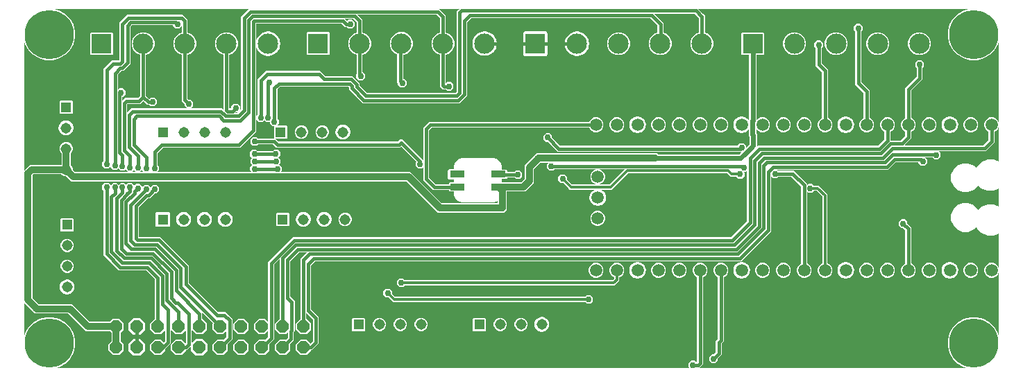
<source format=gbr>
G04 EAGLE Gerber RS-274X export*
G75*
%MOMM*%
%FSLAX34Y34*%
%LPD*%
%INBottom Copper*%
%IPPOS*%
%AMOC8*
5,1,8,0,0,1.08239X$1,22.5*%
G01*
%ADD10C,1.508000*%
%ADD11R,2.475000X2.475000*%
%ADD12C,2.475000*%
%ADD13R,1.308000X1.308000*%
%ADD14C,1.308000*%
%ADD15P,1.649562X8X22.500000*%
%ADD16C,6.000000*%
%ADD17C,1.008000*%
%ADD18R,1.800000X0.820000*%
%ADD19C,0.406400*%
%ADD20C,0.756400*%
%ADD21C,0.152400*%
%ADD22C,0.304800*%
%ADD23C,0.812800*%
%ADD24C,0.609600*%

G36*
X1212939Y316226D02*
X1212939Y316226D01*
X1212941Y316226D01*
X1212941Y316228D01*
X1212943Y316230D01*
X1212941Y316231D01*
X1212941Y316234D01*
X1211359Y317816D01*
X1211359Y322208D01*
X1214464Y325313D01*
X1218856Y325313D01*
X1220604Y323565D01*
X1220607Y323564D01*
X1220608Y323563D01*
X1221509Y323563D01*
X1221511Y323565D01*
X1221513Y323565D01*
X1221997Y324049D01*
X1221998Y324052D01*
X1221999Y324053D01*
X1221999Y427272D01*
X1221996Y427275D01*
X1221996Y427277D01*
X1220418Y427930D01*
X1217870Y430478D01*
X1216491Y433808D01*
X1216491Y437412D01*
X1217870Y440742D01*
X1220418Y443290D01*
X1223748Y444669D01*
X1227352Y444669D01*
X1230682Y443290D01*
X1233230Y440742D01*
X1234609Y437412D01*
X1234609Y433808D01*
X1233230Y430478D01*
X1230682Y427930D01*
X1229104Y427277D01*
X1229103Y427274D01*
X1229101Y427272D01*
X1229101Y321109D01*
X1224453Y316461D01*
X1220608Y316461D01*
X1220606Y316459D01*
X1220604Y316459D01*
X1220379Y316234D01*
X1220379Y316232D01*
X1220377Y316231D01*
X1220378Y316229D01*
X1220378Y316227D01*
X1220381Y316227D01*
X1220382Y316225D01*
X1551512Y316225D01*
X1551514Y316227D01*
X1551517Y316228D01*
X1551517Y316229D01*
X1551517Y316230D01*
X1551515Y316232D01*
X1551514Y316235D01*
X1547394Y317339D01*
X1540207Y321488D01*
X1534338Y327357D01*
X1530189Y334544D01*
X1528041Y342560D01*
X1528041Y350860D01*
X1530189Y358876D01*
X1534338Y366063D01*
X1540207Y371932D01*
X1547394Y376081D01*
X1555410Y378229D01*
X1563710Y378229D01*
X1571726Y376081D01*
X1578913Y371932D01*
X1584782Y366063D01*
X1588931Y358876D01*
X1589908Y355230D01*
X1589910Y355229D01*
X1589912Y355227D01*
X1589913Y355227D01*
X1589914Y355227D01*
X1589915Y355230D01*
X1589918Y355232D01*
X1589918Y433080D01*
X1589916Y433081D01*
X1589915Y433084D01*
X1589914Y433084D01*
X1589913Y433085D01*
X1589911Y433082D01*
X1589908Y433081D01*
X1588830Y430478D01*
X1586282Y427930D01*
X1582952Y426551D01*
X1579348Y426551D01*
X1576018Y427930D01*
X1573470Y430478D01*
X1572091Y433808D01*
X1572091Y437412D01*
X1573470Y440742D01*
X1576018Y443290D01*
X1579348Y444669D01*
X1582952Y444669D01*
X1586282Y443290D01*
X1588830Y440742D01*
X1589908Y438139D01*
X1589911Y438137D01*
X1589912Y438135D01*
X1589913Y438136D01*
X1589914Y438136D01*
X1589915Y438138D01*
X1589918Y438140D01*
X1589918Y480689D01*
X1589917Y480690D01*
X1589918Y480691D01*
X1589916Y480692D01*
X1589913Y480694D01*
X1589912Y480693D01*
X1589911Y480694D01*
X1583660Y478105D01*
X1576040Y478105D01*
X1569000Y481021D01*
X1563611Y486410D01*
X1562752Y488484D01*
X1562751Y488484D01*
X1562751Y488485D01*
X1562749Y488485D01*
X1562748Y488486D01*
X1562747Y488487D01*
X1562747Y488486D01*
X1562746Y488487D01*
X1562745Y488485D01*
X1562744Y488485D01*
X1559551Y485293D01*
X1553062Y482605D01*
X1546038Y482605D01*
X1539549Y485293D01*
X1534583Y490259D01*
X1531895Y496748D01*
X1531895Y503772D01*
X1534583Y510261D01*
X1539549Y515227D01*
X1546038Y517915D01*
X1553062Y517915D01*
X1559551Y515227D01*
X1564517Y510261D01*
X1564879Y509388D01*
X1564880Y509388D01*
X1564880Y509387D01*
X1564881Y509387D01*
X1564882Y509386D01*
X1564883Y509385D01*
X1564884Y509385D01*
X1564884Y509386D01*
X1564885Y509385D01*
X1564885Y509387D01*
X1564887Y509386D01*
X1569000Y513499D01*
X1576040Y516415D01*
X1583660Y516415D01*
X1589911Y513826D01*
X1589912Y513826D01*
X1589914Y513827D01*
X1589917Y513828D01*
X1589917Y513830D01*
X1589918Y513831D01*
X1589918Y535189D01*
X1589917Y535190D01*
X1589918Y535191D01*
X1589916Y535192D01*
X1589913Y535194D01*
X1589912Y535193D01*
X1589911Y535194D01*
X1583660Y532605D01*
X1576040Y532605D01*
X1569000Y535521D01*
X1564887Y539634D01*
X1564886Y539634D01*
X1564884Y539634D01*
X1564880Y539634D01*
X1564880Y539632D01*
X1564879Y539632D01*
X1564517Y538759D01*
X1559551Y533793D01*
X1553062Y531105D01*
X1546038Y531105D01*
X1539549Y533793D01*
X1534583Y538759D01*
X1531895Y545248D01*
X1531895Y552272D01*
X1534583Y558761D01*
X1539549Y563727D01*
X1546038Y566415D01*
X1553062Y566415D01*
X1559551Y563727D01*
X1562744Y560535D01*
X1562744Y560534D01*
X1562745Y560534D01*
X1562746Y560534D01*
X1562747Y560534D01*
X1562748Y560534D01*
X1562750Y560534D01*
X1562750Y560536D01*
X1562752Y560536D01*
X1563611Y562610D01*
X1569000Y567999D01*
X1576040Y570915D01*
X1583660Y570915D01*
X1589911Y568326D01*
X1589912Y568326D01*
X1589914Y568327D01*
X1589917Y568328D01*
X1589917Y568330D01*
X1589918Y568331D01*
X1589918Y610880D01*
X1589916Y610881D01*
X1589915Y610884D01*
X1589914Y610884D01*
X1589913Y610885D01*
X1589911Y610882D01*
X1589908Y610881D01*
X1588830Y608278D01*
X1586282Y605730D01*
X1584704Y605077D01*
X1584703Y605073D01*
X1584701Y605072D01*
X1584701Y591619D01*
X1582619Y589537D01*
X1574083Y581001D01*
X1516928Y581001D01*
X1516927Y581000D01*
X1516925Y581000D01*
X1516925Y580998D01*
X1516923Y580997D01*
X1516925Y580995D01*
X1516924Y580993D01*
X1519141Y578776D01*
X1519141Y574384D01*
X1516036Y571279D01*
X1511644Y571279D01*
X1509685Y573238D01*
X1509682Y573238D01*
X1509682Y573239D01*
X1509681Y573240D01*
X1500559Y573240D01*
X1500558Y573239D01*
X1500556Y573239D01*
X1500556Y573237D01*
X1500554Y573235D01*
X1500556Y573234D01*
X1500556Y573231D01*
X1502631Y571156D01*
X1502631Y566764D01*
X1499526Y563659D01*
X1495134Y563659D01*
X1492029Y566764D01*
X1492029Y567647D01*
X1492024Y567652D01*
X1492024Y567651D01*
X1492024Y567652D01*
X1464077Y567652D01*
X1464075Y567650D01*
X1464073Y567650D01*
X1454720Y558297D01*
X1319922Y558297D01*
X1319921Y558296D01*
X1319919Y558296D01*
X1319919Y558294D01*
X1319917Y558292D01*
X1319919Y558291D01*
X1319919Y558288D01*
X1320934Y557273D01*
X1320937Y557272D01*
X1320938Y557271D01*
X1340051Y557271D01*
X1356101Y541221D01*
X1356101Y539662D01*
X1356102Y539661D01*
X1356102Y539659D01*
X1356104Y539659D01*
X1356106Y539657D01*
X1356107Y539659D01*
X1356110Y539659D01*
X1357692Y541241D01*
X1362084Y541241D01*
X1364340Y538985D01*
X1364343Y538985D01*
X1364343Y538984D01*
X1364344Y538983D01*
X1370321Y538983D01*
X1372105Y537199D01*
X1379209Y530095D01*
X1380993Y528311D01*
X1380993Y444158D01*
X1380996Y444156D01*
X1380996Y444154D01*
X1383082Y443290D01*
X1385630Y440742D01*
X1387009Y437412D01*
X1387009Y433808D01*
X1385630Y430478D01*
X1383082Y427930D01*
X1379752Y426551D01*
X1376148Y426551D01*
X1372818Y427930D01*
X1370270Y430478D01*
X1368891Y433808D01*
X1368891Y437412D01*
X1370270Y440742D01*
X1372818Y443290D01*
X1374904Y444154D01*
X1374905Y444157D01*
X1374907Y444158D01*
X1374907Y525787D01*
X1374905Y525789D01*
X1374905Y525791D01*
X1367801Y532895D01*
X1367799Y532896D01*
X1367797Y532897D01*
X1364344Y532897D01*
X1364342Y532895D01*
X1364340Y532895D01*
X1362084Y530639D01*
X1357692Y530639D01*
X1356110Y532221D01*
X1356108Y532221D01*
X1356107Y532223D01*
X1356105Y532222D01*
X1356103Y532222D01*
X1356103Y532219D01*
X1356101Y532218D01*
X1356101Y443948D01*
X1356104Y443945D01*
X1356104Y443943D01*
X1357682Y443290D01*
X1360230Y440742D01*
X1361609Y437412D01*
X1361609Y433808D01*
X1360230Y430478D01*
X1357682Y427930D01*
X1354352Y426551D01*
X1350748Y426551D01*
X1347418Y427930D01*
X1344870Y430478D01*
X1343491Y433808D01*
X1343491Y437412D01*
X1344870Y440742D01*
X1347418Y443290D01*
X1348996Y443943D01*
X1348997Y443947D01*
X1348999Y443948D01*
X1348999Y538277D01*
X1348997Y538279D01*
X1348997Y538281D01*
X1337111Y550167D01*
X1337108Y550168D01*
X1337107Y550169D01*
X1320938Y550169D01*
X1320936Y550167D01*
X1320934Y550167D01*
X1319186Y548419D01*
X1314794Y548419D01*
X1312422Y550791D01*
X1312420Y550791D01*
X1312419Y550793D01*
X1312417Y550792D01*
X1312415Y550792D01*
X1312415Y550789D01*
X1312413Y550788D01*
X1312413Y483300D01*
X1275650Y446537D01*
X755853Y446537D01*
X755851Y446535D01*
X755849Y446535D01*
X750821Y441507D01*
X750820Y441504D01*
X750819Y441503D01*
X750819Y388315D01*
X750821Y388313D01*
X750821Y388311D01*
X760471Y378661D01*
X760471Y346509D01*
X752041Y338079D01*
X750824Y338079D01*
X750819Y338074D01*
X750820Y338074D01*
X750819Y338074D01*
X750819Y337844D01*
X745466Y332491D01*
X737894Y332491D01*
X732541Y337844D01*
X732541Y345416D01*
X737894Y350769D01*
X745466Y350769D01*
X750073Y346162D01*
X750079Y346162D01*
X750080Y346162D01*
X753367Y349449D01*
X753368Y349452D01*
X753369Y349453D01*
X753369Y375717D01*
X753367Y375719D01*
X753367Y375721D01*
X745799Y383289D01*
X745240Y383848D01*
X745238Y383848D01*
X745237Y383850D01*
X745235Y383848D01*
X745233Y383849D01*
X745233Y383846D01*
X745231Y383845D01*
X745231Y376174D01*
X745236Y376169D01*
X745236Y376170D01*
X745236Y376169D01*
X745466Y376169D01*
X750819Y370816D01*
X750819Y363244D01*
X745466Y357891D01*
X737894Y357891D01*
X732541Y363244D01*
X732541Y370816D01*
X737894Y376169D01*
X738124Y376169D01*
X738129Y376174D01*
X738128Y376174D01*
X738129Y376174D01*
X738129Y449781D01*
X745493Y457145D01*
X746052Y457704D01*
X746052Y457706D01*
X746054Y457707D01*
X746052Y457709D01*
X746053Y457711D01*
X746050Y457711D01*
X746049Y457713D01*
X736352Y457713D01*
X736351Y457711D01*
X736349Y457711D01*
X725421Y446783D01*
X725420Y446781D01*
X725419Y446780D01*
X725419Y403555D01*
X725421Y403553D01*
X725421Y403551D01*
X731007Y397965D01*
X731007Y360930D01*
X729993Y359915D01*
X729992Y359913D01*
X729991Y359912D01*
X729991Y350319D01*
X727909Y348237D01*
X725257Y345585D01*
X725257Y345582D01*
X725256Y345581D01*
X725257Y345581D01*
X725257Y345578D01*
X725419Y345416D01*
X725419Y337844D01*
X720066Y332491D01*
X712494Y332491D01*
X707141Y337844D01*
X707141Y345416D01*
X712494Y350769D01*
X720066Y350769D01*
X720228Y350607D01*
X720234Y350607D01*
X720235Y350607D01*
X722887Y353259D01*
X722887Y353261D01*
X722888Y353262D01*
X722889Y353263D01*
X722889Y360702D01*
X722888Y360703D01*
X722888Y360705D01*
X722886Y360705D01*
X722884Y360707D01*
X722883Y360705D01*
X722882Y360705D01*
X722880Y360706D01*
X720066Y357891D01*
X712494Y357891D01*
X707141Y363244D01*
X707141Y370816D01*
X712494Y376169D01*
X712724Y376169D01*
X712729Y376174D01*
X712728Y376174D01*
X712729Y376174D01*
X712729Y449885D01*
X712728Y449886D01*
X712728Y449888D01*
X712726Y449888D01*
X712724Y449890D01*
X712724Y449889D01*
X712724Y449890D01*
X712722Y449888D01*
X712720Y449888D01*
X705863Y443031D01*
X705863Y443029D01*
X705862Y443028D01*
X705861Y443027D01*
X705861Y351589D01*
X703779Y349507D01*
X699857Y345585D01*
X699857Y345582D01*
X699856Y345581D01*
X699857Y345581D01*
X699857Y345578D01*
X700019Y345416D01*
X700019Y337844D01*
X694666Y332491D01*
X687094Y332491D01*
X681741Y337844D01*
X681741Y345416D01*
X687094Y350769D01*
X694666Y350769D01*
X694828Y350607D01*
X694834Y350607D01*
X694835Y350607D01*
X698757Y354529D01*
X698758Y354532D01*
X698759Y354533D01*
X698759Y361972D01*
X698758Y361973D01*
X698758Y361975D01*
X698756Y361975D01*
X698754Y361977D01*
X698753Y361975D01*
X698750Y361976D01*
X694666Y357891D01*
X687094Y357891D01*
X681741Y363244D01*
X681741Y370816D01*
X687094Y376169D01*
X694666Y376169D01*
X698750Y372084D01*
X698752Y372084D01*
X698753Y372083D01*
X698755Y372084D01*
X698757Y372084D01*
X698757Y372086D01*
X698759Y372088D01*
X698759Y445971D01*
X728779Y475991D01*
X1263447Y475991D01*
X1263449Y475993D01*
X1263451Y475993D01*
X1282957Y495499D01*
X1282957Y495501D01*
X1282958Y495502D01*
X1282959Y495503D01*
X1282959Y557900D01*
X1282958Y557901D01*
X1282958Y557903D01*
X1282956Y557903D01*
X1282954Y557905D01*
X1282953Y557903D01*
X1282950Y557903D01*
X1281086Y556039D01*
X1278848Y556039D01*
X1278847Y556038D01*
X1278845Y556038D01*
X1278845Y556036D01*
X1278843Y556034D01*
X1278844Y556033D01*
X1278844Y556030D01*
X1279670Y555205D01*
X1279670Y550813D01*
X1276565Y547708D01*
X1272173Y547708D01*
X1269916Y549964D01*
X1269914Y549964D01*
X1269913Y549965D01*
X1269913Y549966D01*
X1263101Y549966D01*
X1261317Y551750D01*
X1258581Y554485D01*
X1258579Y554486D01*
X1258578Y554487D01*
X1258577Y554487D01*
X1137913Y554487D01*
X1137911Y554485D01*
X1137909Y554485D01*
X1117591Y534167D01*
X1103889Y534167D01*
X1103887Y534165D01*
X1103885Y534164D01*
X1103885Y534163D01*
X1103884Y534162D01*
X1103886Y534160D01*
X1103887Y534157D01*
X1105622Y533439D01*
X1107273Y532336D01*
X1108676Y530933D01*
X1109779Y529282D01*
X1110538Y527449D01*
X1110925Y525502D01*
X1110925Y524515D01*
X1100850Y524515D01*
X1090775Y524515D01*
X1090775Y525502D01*
X1090775Y525503D01*
X1090778Y525518D01*
X1090780Y525528D01*
X1090783Y525543D01*
X1090786Y525558D01*
X1090791Y525583D01*
X1090794Y525598D01*
X1090799Y525623D01*
X1090802Y525637D01*
X1090802Y525638D01*
X1090807Y525662D01*
X1090810Y525677D01*
X1090815Y525702D01*
X1090817Y525717D01*
X1090818Y525717D01*
X1090817Y525717D01*
X1090820Y525732D01*
X1090822Y525742D01*
X1090825Y525757D01*
X1090828Y525772D01*
X1090830Y525782D01*
X1090833Y525796D01*
X1090833Y525797D01*
X1090836Y525811D01*
X1090838Y525821D01*
X1090841Y525836D01*
X1090844Y525851D01*
X1090846Y525861D01*
X1090849Y525876D01*
X1090852Y525891D01*
X1090857Y525916D01*
X1090860Y525931D01*
X1090865Y525955D01*
X1090865Y525956D01*
X1090868Y525970D01*
X1090873Y525995D01*
X1090876Y526010D01*
X1090881Y526035D01*
X1090884Y526050D01*
X1090887Y526065D01*
X1090889Y526075D01*
X1090892Y526090D01*
X1090895Y526105D01*
X1090897Y526114D01*
X1090900Y526129D01*
X1090902Y526144D01*
X1090903Y526144D01*
X1090902Y526144D01*
X1090904Y526154D01*
X1090907Y526169D01*
X1090910Y526184D01*
X1090915Y526209D01*
X1090918Y526224D01*
X1090923Y526249D01*
X1090926Y526264D01*
X1090931Y526288D01*
X1090934Y526303D01*
X1090939Y526328D01*
X1090942Y526343D01*
X1090945Y526358D01*
X1090947Y526368D01*
X1090950Y526383D01*
X1090953Y526398D01*
X1090955Y526408D01*
X1090958Y526423D01*
X1090961Y526437D01*
X1090963Y526447D01*
X1090966Y526462D01*
X1090969Y526477D01*
X1090971Y526487D01*
X1090974Y526502D01*
X1090977Y526517D01*
X1090982Y526542D01*
X1090985Y526557D01*
X1090989Y526582D01*
X1090992Y526596D01*
X1090997Y526621D01*
X1091000Y526636D01*
X1091003Y526651D01*
X1091005Y526661D01*
X1091008Y526676D01*
X1091011Y526691D01*
X1091013Y526701D01*
X1091016Y526716D01*
X1091019Y526731D01*
X1091021Y526741D01*
X1091024Y526755D01*
X1091027Y526770D01*
X1091029Y526780D01*
X1091032Y526795D01*
X1091035Y526810D01*
X1091040Y526835D01*
X1091043Y526850D01*
X1091048Y526875D01*
X1091051Y526890D01*
X1091056Y526914D01*
X1091059Y526929D01*
X1091064Y526954D01*
X1091067Y526969D01*
X1091070Y526984D01*
X1091071Y526994D01*
X1091072Y526994D01*
X1091074Y527009D01*
X1091077Y527024D01*
X1091079Y527034D01*
X1091082Y527049D01*
X1091085Y527063D01*
X1091085Y527064D01*
X1091087Y527073D01*
X1091090Y527088D01*
X1091093Y527103D01*
X1091098Y527128D01*
X1091101Y527143D01*
X1091106Y527168D01*
X1091109Y527183D01*
X1091114Y527208D01*
X1091117Y527222D01*
X1091117Y527223D01*
X1091122Y527247D01*
X1091125Y527262D01*
X1091128Y527277D01*
X1091130Y527287D01*
X1091133Y527302D01*
X1091136Y527317D01*
X1091138Y527327D01*
X1091141Y527342D01*
X1091144Y527357D01*
X1091146Y527367D01*
X1091149Y527381D01*
X1091149Y527382D01*
X1091152Y527396D01*
X1091154Y527406D01*
X1091156Y527421D01*
X1091157Y527421D01*
X1091156Y527421D01*
X1091159Y527436D01*
X1091162Y527449D01*
X1091921Y529282D01*
X1093024Y530933D01*
X1094427Y532336D01*
X1096078Y533439D01*
X1097813Y534157D01*
X1097814Y534160D01*
X1097816Y534161D01*
X1097815Y534162D01*
X1097816Y534163D01*
X1097813Y534164D01*
X1097811Y534167D01*
X1066809Y534167D01*
X1065025Y535951D01*
X1058909Y542067D01*
X1058907Y542068D01*
X1058905Y542069D01*
X1055714Y542069D01*
X1052609Y545174D01*
X1052609Y549566D01*
X1055714Y552671D01*
X1060106Y552671D01*
X1063211Y549566D01*
X1063211Y546375D01*
X1063213Y546373D01*
X1063213Y546371D01*
X1069329Y540255D01*
X1069331Y540254D01*
X1069333Y540253D01*
X1115067Y540253D01*
X1115069Y540255D01*
X1115071Y540255D01*
X1133867Y559050D01*
X1133867Y559052D01*
X1133868Y559053D01*
X1133867Y559055D01*
X1133867Y559057D01*
X1133865Y559057D01*
X1133863Y559059D01*
X1047888Y559059D01*
X1047886Y559057D01*
X1047884Y559057D01*
X1046136Y557309D01*
X1041744Y557309D01*
X1038639Y560414D01*
X1038639Y564806D01*
X1041011Y567178D01*
X1041011Y567180D01*
X1041013Y567181D01*
X1041012Y567183D01*
X1041012Y567185D01*
X1041009Y567185D01*
X1041008Y567187D01*
X1031015Y567187D01*
X1031013Y567185D01*
X1031011Y567185D01*
X1022855Y559029D01*
X1022854Y559026D01*
X1022853Y559025D01*
X1022853Y542517D01*
X1012231Y531895D01*
X989838Y531895D01*
X989833Y531890D01*
X989834Y531890D01*
X989833Y531890D01*
X989833Y509497D01*
X986563Y506227D01*
X905737Y506227D01*
X867639Y544325D01*
X867637Y544325D01*
X867637Y544326D01*
X867636Y544326D01*
X867635Y544327D01*
X458697Y544327D01*
X452285Y550739D01*
X452283Y550740D01*
X452282Y550740D01*
X452281Y550741D01*
X450517Y550741D01*
X447555Y551968D01*
X446307Y553215D01*
X446305Y553216D01*
X446304Y553217D01*
X412525Y553217D01*
X412523Y553215D01*
X412521Y553215D01*
X410969Y551663D01*
X410969Y551661D01*
X410967Y551660D01*
X410968Y551660D01*
X410967Y551659D01*
X410967Y402111D01*
X410969Y402109D01*
X410969Y402107D01*
X418871Y394205D01*
X418874Y394204D01*
X418875Y394203D01*
X459513Y394203D01*
X481101Y372615D01*
X481104Y372614D01*
X481105Y372613D01*
X505736Y372613D01*
X505738Y372615D01*
X505740Y372615D01*
X509294Y376169D01*
X516866Y376169D01*
X522219Y370816D01*
X522219Y363244D01*
X518665Y359690D01*
X518665Y359688D01*
X518664Y359687D01*
X518663Y359686D01*
X518663Y348974D01*
X518665Y348972D01*
X518665Y348970D01*
X522219Y345416D01*
X522219Y337844D01*
X516866Y332491D01*
X509294Y332491D01*
X503941Y337844D01*
X503941Y345416D01*
X507495Y348970D01*
X507496Y348972D01*
X507497Y348974D01*
X507497Y359686D01*
X507495Y359688D01*
X507495Y359690D01*
X505740Y361445D01*
X505738Y361445D01*
X505737Y361446D01*
X505736Y361447D01*
X476477Y361447D01*
X454889Y383035D01*
X454886Y383036D01*
X454885Y383037D01*
X414247Y383037D01*
X403073Y394211D01*
X401324Y395961D01*
X401322Y395961D01*
X401321Y395962D01*
X401319Y395961D01*
X401317Y395961D01*
X401317Y395959D01*
X401315Y395957D01*
X401315Y354758D01*
X401317Y354756D01*
X401318Y354753D01*
X401319Y354753D01*
X401320Y354753D01*
X401323Y354756D01*
X401325Y354756D01*
X402429Y358876D01*
X406578Y366063D01*
X412447Y371932D01*
X419634Y376081D01*
X427650Y378229D01*
X435950Y378229D01*
X443966Y376081D01*
X451153Y371932D01*
X457022Y366063D01*
X461171Y358876D01*
X463319Y350860D01*
X463319Y342560D01*
X461171Y334544D01*
X457022Y327357D01*
X451153Y321488D01*
X443966Y317339D01*
X439846Y316235D01*
X439845Y316233D01*
X439843Y316231D01*
X439843Y316230D01*
X439843Y316229D01*
X439846Y316228D01*
X439848Y316225D01*
X1212938Y316225D01*
X1212939Y316226D01*
G37*
G36*
X919121Y541034D02*
X919121Y541034D01*
X919120Y541034D01*
X919121Y541034D01*
X919121Y542207D01*
X920011Y543097D01*
X921848Y543097D01*
X921850Y543099D01*
X921852Y543099D01*
X922054Y543301D01*
X924996Y543301D01*
X925198Y543099D01*
X925201Y543099D01*
X925201Y543098D01*
X925202Y543097D01*
X925557Y543097D01*
X925562Y543102D01*
X925561Y543102D01*
X925562Y543102D01*
X925562Y546318D01*
X925557Y546323D01*
X925557Y546322D01*
X925557Y546323D01*
X920136Y546323D01*
X919204Y546709D01*
X918491Y547422D01*
X918105Y548354D01*
X918105Y552953D01*
X925557Y552953D01*
X925562Y552957D01*
X925562Y552958D01*
X925557Y552963D01*
X918105Y552963D01*
X918105Y557562D01*
X918491Y558494D01*
X919204Y559207D01*
X920136Y559593D01*
X925557Y559593D01*
X925562Y559598D01*
X925561Y559598D01*
X925562Y559598D01*
X925562Y563874D01*
X927204Y567840D01*
X930240Y570876D01*
X934206Y572518D01*
X974820Y572518D01*
X978786Y570876D01*
X981822Y567840D01*
X983464Y563874D01*
X983464Y558582D01*
X983469Y558577D01*
X983469Y558578D01*
X983469Y558577D01*
X989269Y558577D01*
X990159Y557687D01*
X990159Y556006D01*
X990164Y556001D01*
X990164Y556002D01*
X990164Y556001D01*
X999352Y556001D01*
X999354Y556003D01*
X999356Y556003D01*
X1001104Y557751D01*
X1005496Y557751D01*
X1008601Y554646D01*
X1008601Y550254D01*
X1005496Y547149D01*
X1001104Y547149D01*
X999356Y548897D01*
X999353Y548898D01*
X999352Y548899D01*
X990164Y548899D01*
X990159Y548894D01*
X990160Y548894D01*
X990159Y548894D01*
X990159Y548229D01*
X989269Y547339D01*
X983469Y547339D01*
X983464Y547334D01*
X983465Y547334D01*
X983464Y547334D01*
X983464Y543102D01*
X983469Y543097D01*
X983469Y543098D01*
X983469Y543097D01*
X989269Y543097D01*
X989304Y543063D01*
X989306Y543062D01*
X989307Y543061D01*
X1007603Y543061D01*
X1007605Y543063D01*
X1007607Y543063D01*
X1011685Y547141D01*
X1011686Y547144D01*
X1011687Y547145D01*
X1011687Y563653D01*
X1026387Y578353D01*
X1173253Y578353D01*
X1174267Y577339D01*
X1174269Y577338D01*
X1174270Y577338D01*
X1174271Y577337D01*
X1273186Y577337D01*
X1273188Y577339D01*
X1273190Y577339D01*
X1274857Y579006D01*
X1276011Y580160D01*
X1276011Y580162D01*
X1276013Y580163D01*
X1276012Y580165D01*
X1276012Y580167D01*
X1276009Y580167D01*
X1276008Y580169D01*
X1274154Y580169D01*
X1273676Y580647D01*
X1273673Y580648D01*
X1273672Y580649D01*
X1051846Y580649D01*
X1049764Y582731D01*
X1040019Y592476D01*
X1040017Y592476D01*
X1040016Y592477D01*
X1037543Y592477D01*
X1034437Y595583D01*
X1034437Y599974D01*
X1037543Y603080D01*
X1041934Y603080D01*
X1045040Y599974D01*
X1045040Y597502D01*
X1045041Y597500D01*
X1045041Y597498D01*
X1054787Y587753D01*
X1054789Y587753D01*
X1054789Y587752D01*
X1054790Y587751D01*
X1271132Y587751D01*
X1271134Y587753D01*
X1271136Y587753D01*
X1274154Y590771D01*
X1278546Y590771D01*
X1281651Y587666D01*
X1281651Y585428D01*
X1281652Y585427D01*
X1281652Y585425D01*
X1281654Y585425D01*
X1281656Y585423D01*
X1281657Y585424D01*
X1281660Y585424D01*
X1285751Y589516D01*
X1285752Y589518D01*
X1285753Y589519D01*
X1285753Y598816D01*
X1285751Y598818D01*
X1285751Y598820D01*
X1285071Y599500D01*
X1285071Y608310D01*
X1285069Y608312D01*
X1285069Y608314D01*
X1285068Y608314D01*
X1285066Y608315D01*
X1285064Y608314D01*
X1285062Y608313D01*
X1284176Y606987D01*
X1282773Y605584D01*
X1281122Y604481D01*
X1279289Y603722D01*
X1277342Y603335D01*
X1276355Y603335D01*
X1276355Y613410D01*
X1276355Y623485D01*
X1277342Y623485D01*
X1279289Y623098D01*
X1281122Y622339D01*
X1282773Y621236D01*
X1284176Y619833D01*
X1285062Y618507D01*
X1285064Y618506D01*
X1285065Y618505D01*
X1285066Y618506D01*
X1285068Y618505D01*
X1285069Y618508D01*
X1285071Y618510D01*
X1285071Y620319D01*
X1285370Y620618D01*
X1285370Y620620D01*
X1285371Y620620D01*
X1285370Y620620D01*
X1285371Y620621D01*
X1285372Y620622D01*
X1285372Y698571D01*
X1285367Y698576D01*
X1285367Y698575D01*
X1285367Y698576D01*
X1276935Y698576D01*
X1276045Y699466D01*
X1276045Y725474D01*
X1276935Y726364D01*
X1302943Y726364D01*
X1303833Y725474D01*
X1303833Y699466D01*
X1302943Y698576D01*
X1294511Y698576D01*
X1294506Y698571D01*
X1294506Y618990D01*
X1294507Y618989D01*
X1294507Y618987D01*
X1294509Y618987D01*
X1294511Y618985D01*
X1294512Y618986D01*
X1294513Y618986D01*
X1294515Y618986D01*
X1296618Y621090D01*
X1299948Y622469D01*
X1303552Y622469D01*
X1306882Y621090D01*
X1309430Y618542D01*
X1310809Y615212D01*
X1310809Y611608D01*
X1309430Y608278D01*
X1306882Y605730D01*
X1303552Y604351D01*
X1299948Y604351D01*
X1296618Y605730D01*
X1294214Y608135D01*
X1294212Y608135D01*
X1294211Y608136D01*
X1294209Y608135D01*
X1294207Y608135D01*
X1294207Y608133D01*
X1294205Y608131D01*
X1294205Y603286D01*
X1294207Y603284D01*
X1294207Y603282D01*
X1294887Y602602D01*
X1294887Y586181D01*
X1294888Y586180D01*
X1294888Y586178D01*
X1294890Y586178D01*
X1294892Y586176D01*
X1294893Y586177D01*
X1294894Y586178D01*
X1294896Y586178D01*
X1296469Y587751D01*
X1442517Y587751D01*
X1442519Y587753D01*
X1442521Y587753D01*
X1450597Y595829D01*
X1450598Y595832D01*
X1450599Y595833D01*
X1450599Y605072D01*
X1450596Y605075D01*
X1450596Y605077D01*
X1449018Y605730D01*
X1446470Y608278D01*
X1445091Y611608D01*
X1445091Y615212D01*
X1446470Y618542D01*
X1449018Y621090D01*
X1452348Y622469D01*
X1455952Y622469D01*
X1459282Y621090D01*
X1461830Y618542D01*
X1463209Y615212D01*
X1463209Y611608D01*
X1461830Y608278D01*
X1459282Y605730D01*
X1457704Y605077D01*
X1457703Y605073D01*
X1457701Y605072D01*
X1457701Y594106D01*
X1457706Y594101D01*
X1457706Y594102D01*
X1457706Y594101D01*
X1470457Y594101D01*
X1470459Y594103D01*
X1470461Y594103D01*
X1475997Y599639D01*
X1475997Y599641D01*
X1475998Y599642D01*
X1475999Y599643D01*
X1475999Y605072D01*
X1475996Y605075D01*
X1475996Y605077D01*
X1474418Y605730D01*
X1471870Y608278D01*
X1470491Y611608D01*
X1470491Y615212D01*
X1471870Y618542D01*
X1474418Y621090D01*
X1475996Y621743D01*
X1475997Y621747D01*
X1475999Y621748D01*
X1475999Y658061D01*
X1489967Y672029D01*
X1489967Y672031D01*
X1489968Y672032D01*
X1489969Y672033D01*
X1489969Y683122D01*
X1489967Y683124D01*
X1489967Y683126D01*
X1488219Y684874D01*
X1488219Y689266D01*
X1491324Y692371D01*
X1495716Y692371D01*
X1498821Y689266D01*
X1498821Y684874D01*
X1497073Y683126D01*
X1497073Y683124D01*
X1497072Y683123D01*
X1497071Y683122D01*
X1497071Y669089D01*
X1483103Y655121D01*
X1483102Y655118D01*
X1483101Y655117D01*
X1483101Y621748D01*
X1483104Y621745D01*
X1483104Y621743D01*
X1484682Y621090D01*
X1487230Y618542D01*
X1488609Y615212D01*
X1488609Y611608D01*
X1487230Y608278D01*
X1484682Y605730D01*
X1483104Y605077D01*
X1483103Y605073D01*
X1483101Y605072D01*
X1483101Y596699D01*
X1481019Y594617D01*
X1475483Y589081D01*
X1474514Y588112D01*
X1474514Y588110D01*
X1474513Y588109D01*
X1474514Y588108D01*
X1474514Y588105D01*
X1474516Y588105D01*
X1474518Y588104D01*
X1571139Y588104D01*
X1571141Y588105D01*
X1571143Y588105D01*
X1577597Y594559D01*
X1577598Y594562D01*
X1577599Y594563D01*
X1577599Y605072D01*
X1577596Y605075D01*
X1577596Y605077D01*
X1576018Y605730D01*
X1573470Y608278D01*
X1572091Y611608D01*
X1572091Y615212D01*
X1573470Y618542D01*
X1576018Y621090D01*
X1579348Y622469D01*
X1582952Y622469D01*
X1586282Y621090D01*
X1588830Y618542D01*
X1589908Y615939D01*
X1589911Y615937D01*
X1589912Y615935D01*
X1589913Y615936D01*
X1589914Y615936D01*
X1589915Y615938D01*
X1589918Y615940D01*
X1589918Y715378D01*
X1589916Y715380D01*
X1589915Y715383D01*
X1589914Y715383D01*
X1589913Y715383D01*
X1589911Y715381D01*
X1589908Y715380D01*
X1588931Y711734D01*
X1584782Y704547D01*
X1578913Y698678D01*
X1571726Y694529D01*
X1563710Y692381D01*
X1555410Y692381D01*
X1547394Y694529D01*
X1540207Y698678D01*
X1534338Y704547D01*
X1530189Y711734D01*
X1528041Y719750D01*
X1528041Y728050D01*
X1530189Y736066D01*
X1534338Y743253D01*
X1540207Y749122D01*
X1547394Y753271D01*
X1553409Y754883D01*
X1553411Y754885D01*
X1553413Y754887D01*
X1553413Y754888D01*
X1553413Y754889D01*
X1553410Y754890D01*
X1553408Y754893D01*
X1223467Y754893D01*
X1223466Y754892D01*
X1223464Y754892D01*
X1223464Y754890D01*
X1223462Y754888D01*
X1223464Y754887D01*
X1223464Y754884D01*
X1229305Y749043D01*
X1231387Y746961D01*
X1231387Y726041D01*
X1231390Y726039D01*
X1231390Y726037D01*
X1235706Y724249D01*
X1239615Y720340D01*
X1241730Y715234D01*
X1241730Y709706D01*
X1239615Y704600D01*
X1235706Y700691D01*
X1230600Y698576D01*
X1225072Y698576D01*
X1219966Y700691D01*
X1216057Y704600D01*
X1213942Y709706D01*
X1213942Y715234D01*
X1216057Y720340D01*
X1219966Y724249D01*
X1224282Y726037D01*
X1224283Y726040D01*
X1224285Y726041D01*
X1224285Y744017D01*
X1224283Y744019D01*
X1224283Y744021D01*
X1219001Y749303D01*
X1218998Y749304D01*
X1218997Y749305D01*
X1169619Y749305D01*
X1169618Y749304D01*
X1169616Y749304D01*
X1169616Y749302D01*
X1169614Y749300D01*
X1169616Y749299D01*
X1169616Y749296D01*
X1178759Y740153D01*
X1180841Y738071D01*
X1180841Y725936D01*
X1180844Y725933D01*
X1180844Y725932D01*
X1184906Y724249D01*
X1188815Y720340D01*
X1190930Y715234D01*
X1190930Y709706D01*
X1188815Y704600D01*
X1184906Y700691D01*
X1179800Y698576D01*
X1174272Y698576D01*
X1169166Y700691D01*
X1165257Y704600D01*
X1163142Y709706D01*
X1163142Y715234D01*
X1165257Y720340D01*
X1169166Y724249D01*
X1173736Y726142D01*
X1173737Y726145D01*
X1173739Y726146D01*
X1173739Y726147D01*
X1173739Y735127D01*
X1173737Y735129D01*
X1173737Y735131D01*
X1165153Y743715D01*
X1165150Y743716D01*
X1165149Y743717D01*
X946353Y743717D01*
X946351Y743715D01*
X946349Y743715D01*
X941321Y738687D01*
X941321Y738685D01*
X941319Y738684D01*
X941320Y738683D01*
X941319Y738683D01*
X941319Y648994D01*
X932156Y639831D01*
X814094Y639831D01*
X797311Y656614D01*
X797311Y659152D01*
X797309Y659154D01*
X797309Y659156D01*
X796584Y659881D01*
X796582Y659881D01*
X796581Y659882D01*
X713167Y659882D01*
X713165Y659881D01*
X713163Y659881D01*
X709955Y656673D01*
X709955Y656671D01*
X709953Y656670D01*
X709954Y656669D01*
X709953Y656669D01*
X709953Y621100D01*
X709955Y621098D01*
X709955Y621096D01*
X711703Y619347D01*
X711703Y614956D01*
X709335Y612588D01*
X709335Y612586D01*
X709334Y612585D01*
X709335Y612583D01*
X709335Y612581D01*
X709337Y612581D01*
X709339Y612579D01*
X720909Y612579D01*
X721799Y611689D01*
X721799Y597351D01*
X720909Y596461D01*
X707783Y596461D01*
X707782Y596460D01*
X707780Y596460D01*
X707780Y596458D01*
X707778Y596456D01*
X707780Y596455D01*
X707780Y596452D01*
X711399Y592833D01*
X711402Y592832D01*
X711403Y592831D01*
X857047Y592831D01*
X857049Y592833D01*
X857051Y592833D01*
X859589Y595371D01*
X862531Y595371D01*
X887753Y570149D01*
X887753Y569098D01*
X887755Y569096D01*
X887755Y569094D01*
X887980Y568869D01*
X887982Y568869D01*
X887983Y568867D01*
X887985Y568868D01*
X887987Y568868D01*
X887987Y568871D01*
X887989Y568872D01*
X887989Y609801D01*
X895149Y616961D01*
X1090212Y616961D01*
X1090215Y616964D01*
X1090217Y616964D01*
X1090870Y618542D01*
X1093418Y621090D01*
X1096748Y622469D01*
X1100352Y622469D01*
X1103682Y621090D01*
X1106230Y618542D01*
X1107609Y615212D01*
X1107609Y611608D01*
X1106230Y608278D01*
X1103682Y605730D01*
X1100352Y604351D01*
X1096748Y604351D01*
X1093418Y605730D01*
X1090870Y608278D01*
X1090217Y609856D01*
X1090213Y609857D01*
X1090212Y609859D01*
X898093Y609859D01*
X898091Y609857D01*
X898089Y609857D01*
X895093Y606861D01*
X895093Y606859D01*
X895092Y606858D01*
X895091Y606857D01*
X895091Y548843D01*
X895093Y548841D01*
X895093Y548839D01*
X902901Y541031D01*
X902904Y541030D01*
X902905Y541029D01*
X919116Y541029D01*
X919121Y541034D01*
G37*
G36*
X546979Y555494D02*
X546979Y555494D01*
X546981Y555494D01*
X546981Y555496D01*
X546983Y555498D01*
X546981Y555499D01*
X546981Y555502D01*
X544609Y557874D01*
X544609Y558690D01*
X544608Y558691D01*
X544608Y558693D01*
X544606Y558693D01*
X544604Y558695D01*
X544603Y558693D01*
X544600Y558693D01*
X541946Y556039D01*
X537554Y556039D01*
X534872Y558721D01*
X534865Y558722D01*
X534865Y558721D01*
X534864Y558721D01*
X532182Y556039D01*
X527790Y556039D01*
X524811Y559018D01*
X524804Y559019D01*
X524804Y559018D01*
X524803Y559018D01*
X523094Y557309D01*
X518702Y557309D01*
X515723Y560288D01*
X515716Y560289D01*
X515716Y560288D01*
X515715Y560288D01*
X514006Y558579D01*
X509614Y558579D01*
X506509Y561684D01*
X506509Y562500D01*
X506508Y562501D01*
X506508Y562503D01*
X506506Y562503D01*
X506504Y562505D01*
X506503Y562503D01*
X506500Y562503D01*
X503846Y559849D01*
X499454Y559849D01*
X496349Y562954D01*
X496349Y567346D01*
X498097Y569094D01*
X498098Y569097D01*
X498099Y569098D01*
X498099Y682191D01*
X507799Y691891D01*
X516687Y691891D01*
X516689Y691893D01*
X516691Y691893D01*
X517147Y692349D01*
X517148Y692352D01*
X517149Y692353D01*
X517149Y738071D01*
X526849Y747771D01*
X594561Y747771D01*
X600451Y741881D01*
X600451Y726094D01*
X600454Y726091D01*
X600454Y726089D01*
X604897Y724249D01*
X608806Y720340D01*
X610921Y715234D01*
X610921Y709706D01*
X608806Y704600D01*
X604897Y700691D01*
X600454Y698851D01*
X600453Y698847D01*
X600451Y698846D01*
X600451Y645363D01*
X600453Y645361D01*
X600453Y645359D01*
X601699Y644113D01*
X601702Y644112D01*
X601703Y644111D01*
X604176Y644111D01*
X607281Y641006D01*
X607281Y636614D01*
X604176Y633509D01*
X599784Y633509D01*
X596679Y636614D01*
X596679Y639087D01*
X596677Y639089D01*
X596677Y639091D01*
X593349Y642419D01*
X593349Y698951D01*
X593346Y698954D01*
X593346Y698956D01*
X589157Y700691D01*
X585248Y704600D01*
X583133Y709706D01*
X583133Y715234D01*
X585248Y720340D01*
X589157Y724249D01*
X593346Y725984D01*
X593347Y725987D01*
X593349Y725989D01*
X593349Y738937D01*
X593347Y738939D01*
X593347Y738941D01*
X591621Y740667D01*
X591618Y740668D01*
X591617Y740669D01*
X591450Y740669D01*
X591449Y740668D01*
X591447Y740668D01*
X591447Y740666D01*
X591445Y740664D01*
X591447Y740663D01*
X591447Y740660D01*
X593311Y738796D01*
X593311Y734404D01*
X590206Y731299D01*
X585814Y731299D01*
X582709Y734404D01*
X582709Y735076D01*
X582704Y735081D01*
X582704Y735080D01*
X582704Y735081D01*
X532333Y735081D01*
X532331Y735079D01*
X532329Y735079D01*
X530603Y733353D01*
X530602Y733350D01*
X530601Y733349D01*
X530601Y687856D01*
X528519Y685775D01*
X521946Y679201D01*
X519633Y679201D01*
X519631Y679199D01*
X519629Y679199D01*
X515363Y674933D01*
X515363Y674931D01*
X515361Y674930D01*
X515362Y674929D01*
X515361Y674929D01*
X515361Y656502D01*
X515362Y656501D01*
X515362Y656499D01*
X515364Y656499D01*
X515366Y656497D01*
X515367Y656499D01*
X515370Y656499D01*
X516952Y658081D01*
X521344Y658081D01*
X524449Y654976D01*
X524449Y650584D01*
X521344Y647479D01*
X520954Y647479D01*
X520949Y647474D01*
X520950Y647474D01*
X520949Y647474D01*
X520949Y642823D01*
X520950Y642822D01*
X520950Y642820D01*
X520952Y642820D01*
X520954Y642818D01*
X520955Y642820D01*
X520958Y642820D01*
X522227Y644089D01*
X524309Y646171D01*
X539801Y646171D01*
X539803Y646173D01*
X539805Y646173D01*
X542674Y649042D01*
X542675Y649045D01*
X542676Y649046D01*
X542676Y698899D01*
X542673Y698901D01*
X542673Y698903D01*
X538357Y700691D01*
X534448Y704600D01*
X532333Y709706D01*
X532333Y715234D01*
X534448Y720340D01*
X538357Y724249D01*
X543463Y726364D01*
X548991Y726364D01*
X554097Y724249D01*
X558006Y720340D01*
X560121Y715234D01*
X560121Y709706D01*
X558006Y704600D01*
X554097Y700691D01*
X549781Y698903D01*
X549780Y698901D01*
X549778Y698899D01*
X549778Y649046D01*
X549780Y649044D01*
X549780Y649042D01*
X553749Y645073D01*
X553751Y645073D01*
X553752Y645072D01*
X553753Y645072D01*
X553754Y645073D01*
X553756Y645073D01*
X555334Y646651D01*
X559726Y646651D01*
X562831Y643546D01*
X562831Y639154D01*
X559726Y636049D01*
X555334Y636049D01*
X553586Y637797D01*
X553583Y637797D01*
X553583Y637798D01*
X553582Y637799D01*
X550979Y637799D01*
X546231Y642547D01*
X546228Y642547D01*
X546228Y642548D01*
X546226Y642548D01*
X546224Y642548D01*
X546224Y642547D01*
X546223Y642547D01*
X544827Y641151D01*
X542745Y639069D01*
X527253Y639069D01*
X527251Y639067D01*
X527249Y639067D01*
X526793Y638611D01*
X526793Y638609D01*
X526792Y638608D01*
X526791Y638607D01*
X526791Y628345D01*
X526792Y628344D01*
X526792Y628342D01*
X526794Y628342D01*
X526796Y628340D01*
X526797Y628342D01*
X526800Y628342D01*
X529847Y631389D01*
X531929Y633471D01*
X642538Y633471D01*
X644140Y631869D01*
X644142Y631869D01*
X644143Y631868D01*
X644145Y631869D01*
X644147Y631869D01*
X644147Y631871D01*
X644149Y631873D01*
X644149Y698951D01*
X644146Y698954D01*
X644146Y698956D01*
X639957Y700691D01*
X636048Y704600D01*
X633933Y709706D01*
X633933Y715234D01*
X636048Y720340D01*
X639957Y724249D01*
X645063Y726364D01*
X650591Y726364D01*
X655697Y724249D01*
X659606Y720340D01*
X661721Y715234D01*
X661721Y709706D01*
X659606Y704600D01*
X655697Y700691D01*
X651254Y698851D01*
X651253Y698847D01*
X651251Y698846D01*
X651251Y633476D01*
X651256Y633471D01*
X651256Y633472D01*
X651256Y633471D01*
X653824Y633471D01*
X653829Y633476D01*
X653828Y633476D01*
X653829Y633476D01*
X653829Y635926D01*
X656934Y639031D01*
X661326Y639031D01*
X664431Y635926D01*
X664431Y631534D01*
X661326Y628429D01*
X658853Y628429D01*
X658851Y628427D01*
X658849Y628427D01*
X658314Y627892D01*
X658314Y627890D01*
X658312Y627889D01*
X658314Y627887D01*
X658313Y627885D01*
X658316Y627885D01*
X658317Y627883D01*
X660959Y627883D01*
X660961Y627885D01*
X660963Y627885D01*
X665737Y632659D01*
X665738Y632662D01*
X665739Y632663D01*
X665739Y745691D01*
X673357Y753309D01*
X674932Y754884D01*
X674932Y754886D01*
X674934Y754887D01*
X674932Y754889D01*
X674933Y754891D01*
X674930Y754891D01*
X674929Y754893D01*
X437952Y754893D01*
X437950Y754891D01*
X437947Y754890D01*
X437948Y754889D01*
X437947Y754888D01*
X437949Y754886D01*
X437951Y754883D01*
X443966Y753271D01*
X451153Y749122D01*
X457022Y743253D01*
X461171Y736066D01*
X463319Y728050D01*
X463319Y719750D01*
X461171Y711734D01*
X457022Y704547D01*
X451153Y698678D01*
X443966Y694529D01*
X435950Y692381D01*
X427650Y692381D01*
X419634Y694529D01*
X412447Y698678D01*
X406578Y704547D01*
X402429Y711734D01*
X401325Y715854D01*
X401323Y715855D01*
X401321Y715857D01*
X401320Y715857D01*
X401319Y715857D01*
X401318Y715855D01*
X401315Y715852D01*
X401315Y557813D01*
X401316Y557812D01*
X401316Y557810D01*
X401318Y557810D01*
X401320Y557808D01*
X401321Y557810D01*
X401324Y557809D01*
X407897Y564383D01*
X446304Y564383D01*
X446305Y564385D01*
X446307Y564385D01*
X446535Y564613D01*
X446536Y564615D01*
X446537Y564616D01*
X446537Y578384D01*
X446535Y578386D01*
X446535Y578387D01*
X445288Y579635D01*
X444061Y582597D01*
X444061Y585803D01*
X445288Y588765D01*
X447555Y591032D01*
X450517Y592259D01*
X453723Y592259D01*
X456685Y591032D01*
X458952Y588765D01*
X460179Y585803D01*
X460179Y582597D01*
X458952Y579635D01*
X457705Y578387D01*
X457704Y578385D01*
X457703Y578384D01*
X457703Y564616D01*
X457705Y564615D01*
X457705Y564613D01*
X458952Y563365D01*
X460179Y560403D01*
X460179Y558639D01*
X460181Y558637D01*
X460181Y558635D01*
X463321Y555495D01*
X463324Y555494D01*
X463325Y555493D01*
X546978Y555493D01*
X546979Y555494D01*
G37*
G36*
X978667Y517398D02*
X978667Y517398D01*
X978666Y517398D01*
X978667Y517398D01*
X978667Y520266D01*
X978666Y520266D01*
X978667Y520267D01*
X978665Y520268D01*
X978662Y520271D01*
X978661Y520270D01*
X978660Y520270D01*
X974820Y518680D01*
X934206Y518680D01*
X930240Y520322D01*
X927204Y523358D01*
X925562Y527324D01*
X925562Y531854D01*
X925557Y531859D01*
X925557Y531858D01*
X925557Y531859D01*
X920011Y531859D01*
X919121Y532749D01*
X919121Y533922D01*
X919116Y533927D01*
X919116Y533926D01*
X919116Y533927D01*
X899961Y533927D01*
X887989Y545899D01*
X887989Y561428D01*
X887988Y561429D01*
X887988Y561431D01*
X887986Y561431D01*
X887984Y561433D01*
X887983Y561431D01*
X887980Y561431D01*
X886398Y559849D01*
X882006Y559849D01*
X878901Y562954D01*
X878901Y567346D01*
X879703Y568148D01*
X879703Y568150D01*
X879704Y568150D01*
X879703Y568151D01*
X879703Y568154D01*
X879703Y568155D01*
X861064Y586794D01*
X861057Y586795D01*
X861057Y586794D01*
X861056Y586794D01*
X859991Y585729D01*
X708459Y585729D01*
X704651Y589537D01*
X704648Y589538D01*
X704647Y589539D01*
X686220Y589539D01*
X686218Y589537D01*
X686216Y589537D01*
X684468Y587789D01*
X680076Y587789D01*
X676971Y590894D01*
X676971Y595286D01*
X680076Y598391D01*
X684468Y598391D01*
X686216Y596643D01*
X686219Y596642D01*
X686220Y596642D01*
X686220Y596641D01*
X706378Y596641D01*
X706380Y596642D01*
X706381Y596642D01*
X706382Y596644D01*
X706383Y596646D01*
X706382Y596647D01*
X706382Y596650D01*
X705681Y597351D01*
X705681Y611689D01*
X705834Y611842D01*
X705834Y611844D01*
X705835Y611845D01*
X705834Y611846D01*
X705834Y611849D01*
X705832Y611849D01*
X705830Y611850D01*
X704206Y611850D01*
X701101Y614956D01*
X701101Y617194D01*
X701100Y617195D01*
X701100Y617197D01*
X701098Y617197D01*
X701096Y617199D01*
X701095Y617197D01*
X701094Y617197D01*
X701092Y617197D01*
X700894Y616999D01*
X696502Y616999D01*
X694158Y619343D01*
X694155Y619344D01*
X694153Y619344D01*
X694151Y619344D01*
X694151Y619343D01*
X694150Y619343D01*
X691806Y616999D01*
X687414Y616999D01*
X684309Y620104D01*
X684309Y624496D01*
X686057Y626244D01*
X686058Y626247D01*
X686059Y626248D01*
X686059Y669491D01*
X688141Y671573D01*
X693677Y677109D01*
X695759Y679191D01*
X762201Y679191D01*
X768549Y672843D01*
X768552Y672843D01*
X768552Y672842D01*
X768553Y672841D01*
X801571Y672841D01*
X810001Y664411D01*
X810001Y661873D01*
X810003Y661871D01*
X810003Y661869D01*
X819349Y652523D01*
X819352Y652522D01*
X819353Y652521D01*
X926897Y652521D01*
X926899Y652523D01*
X926901Y652523D01*
X928627Y654249D01*
X928628Y654252D01*
X928629Y654253D01*
X928629Y751787D01*
X930711Y753869D01*
X931167Y754325D01*
X931726Y754884D01*
X931726Y754886D01*
X931728Y754887D01*
X931726Y754889D01*
X931727Y754891D01*
X931724Y754891D01*
X931723Y754893D01*
X907491Y754893D01*
X907490Y754892D01*
X907488Y754892D01*
X907488Y754890D01*
X907486Y754888D01*
X907488Y754887D01*
X907488Y754884D01*
X909063Y753309D01*
X915411Y746961D01*
X915411Y726221D01*
X915414Y726218D01*
X915414Y726216D01*
X919857Y724376D01*
X923766Y720467D01*
X925881Y715361D01*
X925881Y709833D01*
X923766Y704727D01*
X919857Y700818D01*
X915414Y698978D01*
X915413Y698975D01*
X915411Y698974D01*
X915411Y698973D01*
X915411Y663956D01*
X915416Y663951D01*
X915416Y663952D01*
X915416Y663951D01*
X915532Y663951D01*
X915534Y663953D01*
X915536Y663953D01*
X917284Y665701D01*
X921676Y665701D01*
X924781Y662596D01*
X924781Y658204D01*
X921676Y655099D01*
X917284Y655099D01*
X915536Y656847D01*
X915533Y656847D01*
X915533Y656848D01*
X915532Y656849D01*
X911659Y656849D01*
X908309Y660199D01*
X908309Y699078D01*
X908306Y699081D01*
X908306Y699083D01*
X904117Y700818D01*
X900208Y704727D01*
X898093Y709833D01*
X898093Y715361D01*
X900208Y720467D01*
X904117Y724376D01*
X908306Y726111D01*
X908307Y726114D01*
X908309Y726116D01*
X908309Y744017D01*
X908307Y744019D01*
X908307Y744021D01*
X904041Y748287D01*
X904038Y748287D01*
X904038Y748288D01*
X904037Y748289D01*
X807415Y748289D01*
X807414Y748288D01*
X807412Y748288D01*
X807412Y748286D01*
X807410Y748284D01*
X807412Y748283D01*
X807412Y748280D01*
X813938Y741754D01*
X813938Y726168D01*
X813941Y726166D01*
X813941Y726164D01*
X818257Y724376D01*
X822166Y720467D01*
X824281Y715361D01*
X824281Y709833D01*
X822166Y704727D01*
X818257Y700818D01*
X813941Y699030D01*
X813940Y699027D01*
X813938Y699026D01*
X813938Y678191D01*
X813940Y678189D01*
X813940Y678187D01*
X816831Y675296D01*
X816831Y670904D01*
X813726Y667799D01*
X809334Y667799D01*
X806229Y670904D01*
X806229Y675296D01*
X806834Y675901D01*
X806835Y675904D01*
X806836Y675905D01*
X806836Y699026D01*
X806833Y699028D01*
X806833Y699030D01*
X802517Y700818D01*
X798608Y704727D01*
X796493Y709833D01*
X796493Y715361D01*
X798608Y720467D01*
X802517Y724376D01*
X806833Y726164D01*
X806834Y726167D01*
X806836Y726168D01*
X806836Y738810D01*
X806834Y738812D01*
X806834Y738814D01*
X802949Y742699D01*
X802946Y742700D01*
X802945Y742701D01*
X792683Y742701D01*
X792682Y742700D01*
X792680Y742700D01*
X792680Y742698D01*
X792678Y742696D01*
X792680Y742695D01*
X792680Y742692D01*
X795049Y740323D01*
X795051Y740323D01*
X795052Y740323D01*
X795056Y740323D01*
X796634Y741901D01*
X801026Y741901D01*
X804131Y738796D01*
X804131Y734404D01*
X801026Y731299D01*
X796634Y731299D01*
X794886Y733047D01*
X794883Y733048D01*
X794882Y733049D01*
X792279Y733049D01*
X788217Y737111D01*
X788214Y737112D01*
X788213Y737113D01*
X684022Y737113D01*
X684017Y737108D01*
X684018Y737108D01*
X684017Y737108D01*
X684017Y715603D01*
X684019Y715601D01*
X684021Y715598D01*
X684021Y715599D01*
X684022Y715598D01*
X684022Y715599D01*
X684022Y715598D01*
X684026Y715602D01*
X684027Y715602D01*
X684084Y715962D01*
X684809Y718194D01*
X685875Y720285D01*
X687254Y722183D01*
X688914Y723843D01*
X690812Y725222D01*
X692903Y726288D01*
X695135Y727013D01*
X697454Y727380D01*
X698622Y727380D01*
X698622Y712470D01*
X698622Y697560D01*
X697454Y697560D01*
X695135Y697927D01*
X692903Y698652D01*
X690812Y699718D01*
X688914Y701097D01*
X687254Y702757D01*
X685875Y704655D01*
X684809Y706746D01*
X684084Y708978D01*
X684027Y709338D01*
X684025Y709339D01*
X684023Y709342D01*
X684022Y709341D01*
X684022Y709342D01*
X684020Y709339D01*
X684017Y709337D01*
X684017Y605335D01*
X681935Y603253D01*
X664411Y585729D01*
X570433Y585729D01*
X570431Y585727D01*
X570429Y585727D01*
X563623Y578921D01*
X563623Y578919D01*
X563622Y578919D01*
X563623Y578918D01*
X563622Y578918D01*
X563621Y578917D01*
X563621Y564018D01*
X563623Y564016D01*
X563623Y564014D01*
X565371Y562266D01*
X565371Y557874D01*
X562999Y555502D01*
X562999Y555500D01*
X562997Y555499D01*
X562998Y555497D01*
X562998Y555495D01*
X563001Y555495D01*
X563002Y555493D01*
X678662Y555493D01*
X678663Y555494D01*
X678665Y555494D01*
X678665Y555496D01*
X678667Y555498D01*
X678665Y555499D01*
X678665Y555502D01*
X676689Y557478D01*
X676689Y561870D01*
X679174Y564355D01*
X679175Y564358D01*
X679175Y564359D01*
X679175Y564360D01*
X679175Y564362D01*
X679174Y564362D01*
X679174Y564363D01*
X676971Y566566D01*
X676971Y570958D01*
X679174Y573161D01*
X679175Y573163D01*
X679175Y573164D01*
X679175Y573168D01*
X679174Y573168D01*
X679174Y573169D01*
X676689Y575654D01*
X676689Y580046D01*
X679794Y583151D01*
X684186Y583151D01*
X685934Y581403D01*
X685937Y581403D01*
X685937Y581402D01*
X685938Y581401D01*
X704176Y581401D01*
X704178Y581403D01*
X704180Y581403D01*
X705928Y583151D01*
X710320Y583151D01*
X713425Y580046D01*
X713425Y575654D01*
X711349Y573578D01*
X711348Y573571D01*
X711349Y573571D01*
X711349Y573570D01*
X713961Y570958D01*
X713961Y566566D01*
X712252Y564857D01*
X712251Y564850D01*
X712252Y564850D01*
X712252Y564849D01*
X715231Y561870D01*
X715231Y557478D01*
X713255Y555502D01*
X713255Y555500D01*
X713253Y555499D01*
X713254Y555497D01*
X713254Y555495D01*
X713257Y555495D01*
X713258Y555493D01*
X872263Y555493D01*
X910361Y517395D01*
X910364Y517394D01*
X910365Y517393D01*
X978662Y517393D01*
X978667Y517398D01*
G37*
%LPC*%
G36*
X560094Y332491D02*
X560094Y332491D01*
X554741Y337844D01*
X554741Y345416D01*
X560094Y350769D01*
X567666Y350769D01*
X571003Y347432D01*
X571009Y347432D01*
X571010Y347432D01*
X573027Y349449D01*
X573028Y349452D01*
X573029Y349453D01*
X573029Y363242D01*
X573028Y363243D01*
X573028Y363245D01*
X573026Y363245D01*
X573024Y363247D01*
X573023Y363245D01*
X573020Y363246D01*
X567666Y357891D01*
X560094Y357891D01*
X554741Y363244D01*
X554741Y370816D01*
X560094Y376169D01*
X560324Y376169D01*
X560329Y376174D01*
X560328Y376174D01*
X560329Y376174D01*
X560329Y425247D01*
X560327Y425249D01*
X560327Y425251D01*
X549711Y435867D01*
X549708Y435867D01*
X549708Y435868D01*
X549707Y435869D01*
X516689Y435869D01*
X498099Y454459D01*
X498099Y533262D01*
X498097Y533264D01*
X498097Y533266D01*
X496349Y535014D01*
X496349Y539406D01*
X499454Y542511D01*
X503846Y542511D01*
X506726Y539631D01*
X506729Y539630D01*
X506731Y539630D01*
X506733Y539630D01*
X506733Y539631D01*
X506734Y539631D01*
X509614Y542511D01*
X514006Y542511D01*
X516350Y540167D01*
X516357Y540166D01*
X516357Y540167D01*
X516358Y540167D01*
X518702Y542511D01*
X523094Y542511D01*
X525438Y540167D01*
X525445Y540166D01*
X525445Y540167D01*
X525446Y540167D01*
X527790Y542511D01*
X532182Y542511D01*
X535287Y539406D01*
X535287Y538986D01*
X535288Y538985D01*
X535288Y538983D01*
X535290Y538983D01*
X535292Y538981D01*
X535293Y538983D01*
X535296Y538983D01*
X537554Y541241D01*
X541946Y541241D01*
X545051Y538136D01*
X545051Y537320D01*
X545052Y537319D01*
X545052Y537317D01*
X545054Y537317D01*
X545056Y537315D01*
X545057Y537317D01*
X545060Y537317D01*
X547714Y539971D01*
X552106Y539971D01*
X554986Y537091D01*
X554993Y537090D01*
X554993Y537091D01*
X554994Y537091D01*
X557874Y539971D01*
X562266Y539971D01*
X565371Y536866D01*
X565371Y532474D01*
X562266Y529369D01*
X560011Y529369D01*
X560009Y529367D01*
X560007Y529367D01*
X554420Y523781D01*
X551948Y523781D01*
X551946Y523779D01*
X551944Y523779D01*
X540763Y512598D01*
X540763Y512596D01*
X540762Y512596D01*
X540762Y512595D01*
X540761Y512594D01*
X540761Y476504D01*
X540766Y476499D01*
X540766Y476500D01*
X540766Y476499D01*
X566539Y476499D01*
X601721Y441317D01*
X601721Y420573D01*
X601723Y420571D01*
X601723Y420569D01*
X637739Y384553D01*
X637742Y384552D01*
X637743Y384551D01*
X646631Y384551D01*
X655061Y376121D01*
X655061Y351589D01*
X652979Y349507D01*
X649057Y345585D01*
X649057Y345582D01*
X649056Y345581D01*
X649057Y345581D01*
X649057Y345578D01*
X649219Y345416D01*
X649219Y337844D01*
X643866Y332491D01*
X636294Y332491D01*
X630941Y337844D01*
X630941Y345416D01*
X636294Y350769D01*
X643866Y350769D01*
X644028Y350607D01*
X644034Y350607D01*
X644035Y350607D01*
X647957Y354529D01*
X647958Y354532D01*
X647959Y354533D01*
X647959Y361972D01*
X647958Y361973D01*
X647958Y361975D01*
X647956Y361975D01*
X647954Y361977D01*
X647953Y361975D01*
X647950Y361976D01*
X643866Y357891D01*
X636294Y357891D01*
X630941Y363244D01*
X630941Y370816D01*
X631103Y370978D01*
X631103Y370979D01*
X631104Y370980D01*
X631103Y370981D01*
X631103Y370984D01*
X631103Y370985D01*
X589792Y412296D01*
X589790Y412296D01*
X589789Y412298D01*
X589787Y412296D01*
X589785Y412297D01*
X589785Y412294D01*
X589783Y412293D01*
X589783Y412191D01*
X589785Y412189D01*
X589785Y412187D01*
X618231Y383741D01*
X618231Y376174D01*
X618236Y376169D01*
X618236Y376170D01*
X618236Y376169D01*
X618466Y376169D01*
X623819Y370816D01*
X623819Y363244D01*
X618466Y357891D01*
X610894Y357891D01*
X605540Y363246D01*
X605538Y363246D01*
X605537Y363247D01*
X605535Y363246D01*
X605533Y363246D01*
X605533Y363244D01*
X605531Y363242D01*
X605531Y346855D01*
X605532Y346854D01*
X605532Y346852D01*
X605534Y346852D01*
X605536Y346850D01*
X605537Y346851D01*
X605540Y346851D01*
X610474Y351785D01*
X614675Y351785D01*
X614675Y341635D01*
X604525Y341635D01*
X604525Y342951D01*
X604524Y342952D01*
X604524Y342954D01*
X604522Y342954D01*
X604520Y342956D01*
X604519Y342954D01*
X604516Y342954D01*
X599641Y338079D01*
X598424Y338079D01*
X598419Y338074D01*
X598420Y338074D01*
X598419Y338074D01*
X598419Y337844D01*
X593066Y332491D01*
X585494Y332491D01*
X580141Y337844D01*
X580141Y345416D01*
X585494Y350769D01*
X593066Y350769D01*
X597673Y346162D01*
X597679Y346162D01*
X597680Y346162D01*
X598427Y346909D01*
X598427Y346911D01*
X598428Y346912D01*
X598429Y346913D01*
X598429Y363242D01*
X598428Y363243D01*
X598428Y363245D01*
X598426Y363245D01*
X598424Y363247D01*
X598423Y363245D01*
X598420Y363246D01*
X593066Y357891D01*
X585494Y357891D01*
X580140Y363246D01*
X580138Y363246D01*
X580137Y363247D01*
X580135Y363246D01*
X580133Y363246D01*
X580133Y363244D01*
X580131Y363242D01*
X580131Y346509D01*
X573021Y339399D01*
X573020Y339396D01*
X573019Y339395D01*
X573019Y337844D01*
X567666Y332491D01*
X560094Y332491D01*
G37*
%LPD*%
%LPC*%
G36*
X858864Y415069D02*
X858864Y415069D01*
X855759Y418174D01*
X855759Y422566D01*
X858864Y425671D01*
X863256Y425671D01*
X865512Y423415D01*
X865515Y423414D01*
X865516Y423413D01*
X1118877Y423413D01*
X1118879Y423415D01*
X1118881Y423415D01*
X1120905Y425439D01*
X1120906Y425441D01*
X1120907Y425443D01*
X1120907Y427062D01*
X1120904Y427064D01*
X1120904Y427066D01*
X1118818Y427930D01*
X1116270Y430478D01*
X1114891Y433808D01*
X1114891Y437412D01*
X1116270Y440742D01*
X1118818Y443290D01*
X1122148Y444669D01*
X1125752Y444669D01*
X1129082Y443290D01*
X1131630Y440742D01*
X1133009Y437412D01*
X1133009Y433808D01*
X1131630Y430478D01*
X1129082Y427930D01*
X1126996Y427066D01*
X1126995Y427063D01*
X1126993Y427062D01*
X1126993Y422919D01*
X1121401Y417327D01*
X865516Y417327D01*
X865514Y417325D01*
X865512Y417325D01*
X863256Y415069D01*
X858864Y415069D01*
G37*
%LPD*%
%LPC*%
G36*
X1087464Y394749D02*
X1087464Y394749D01*
X1085208Y397005D01*
X1085205Y397006D01*
X1085204Y397007D01*
X850909Y397007D01*
X845549Y402367D01*
X845547Y402368D01*
X845546Y402368D01*
X845545Y402369D01*
X842354Y402369D01*
X839249Y405474D01*
X839249Y409866D01*
X842354Y412971D01*
X846746Y412971D01*
X849851Y409866D01*
X849851Y406675D01*
X849853Y406673D01*
X849853Y406671D01*
X853429Y403095D01*
X853431Y403094D01*
X853432Y403094D01*
X853433Y403093D01*
X1085204Y403093D01*
X1085206Y403095D01*
X1085208Y403095D01*
X1087464Y405351D01*
X1091856Y405351D01*
X1094961Y402246D01*
X1094961Y397854D01*
X1091856Y394749D01*
X1087464Y394749D01*
G37*
%LPD*%
%LPC*%
G36*
X1426948Y604351D02*
X1426948Y604351D01*
X1423618Y605730D01*
X1421070Y608278D01*
X1419691Y611608D01*
X1419691Y615212D01*
X1421070Y618542D01*
X1423618Y621090D01*
X1425196Y621743D01*
X1425197Y621747D01*
X1425199Y621748D01*
X1425199Y652577D01*
X1425197Y652579D01*
X1425197Y652581D01*
X1415039Y662739D01*
X1415039Y727572D01*
X1415037Y727574D01*
X1415037Y727576D01*
X1413289Y729324D01*
X1413289Y733716D01*
X1416394Y736821D01*
X1420786Y736821D01*
X1423891Y733716D01*
X1423891Y729324D01*
X1422143Y727576D01*
X1422143Y727574D01*
X1422142Y727574D01*
X1422143Y727573D01*
X1422142Y727573D01*
X1422141Y727572D01*
X1422141Y665683D01*
X1422143Y665681D01*
X1422143Y665679D01*
X1432301Y655521D01*
X1432301Y621748D01*
X1432304Y621745D01*
X1432304Y621743D01*
X1433882Y621090D01*
X1436430Y618542D01*
X1437809Y615212D01*
X1437809Y611608D01*
X1436430Y608278D01*
X1433882Y605730D01*
X1430552Y604351D01*
X1426948Y604351D01*
G37*
%LPD*%
%LPC*%
G36*
X1239864Y322359D02*
X1239864Y322359D01*
X1236759Y325464D01*
X1236759Y329856D01*
X1239864Y332961D01*
X1242337Y332961D01*
X1242339Y332963D01*
X1242341Y332963D01*
X1244857Y335479D01*
X1244858Y335482D01*
X1244859Y335483D01*
X1244859Y349451D01*
X1247397Y351989D01*
X1247398Y351992D01*
X1247399Y351993D01*
X1247399Y427272D01*
X1247396Y427275D01*
X1247396Y427277D01*
X1245818Y427930D01*
X1243270Y430478D01*
X1241891Y433808D01*
X1241891Y437412D01*
X1243270Y440742D01*
X1245818Y443290D01*
X1249148Y444669D01*
X1252752Y444669D01*
X1256082Y443290D01*
X1258630Y440742D01*
X1260009Y437412D01*
X1260009Y433808D01*
X1258630Y430478D01*
X1256082Y427930D01*
X1254504Y427277D01*
X1254503Y427274D01*
X1254501Y427272D01*
X1254501Y349049D01*
X1251963Y346511D01*
X1251962Y346508D01*
X1251961Y346507D01*
X1251961Y332539D01*
X1247363Y327941D01*
X1247363Y327938D01*
X1247361Y327937D01*
X1247361Y325464D01*
X1244256Y322359D01*
X1239864Y322359D01*
G37*
%LPD*%
%LPC*%
G36*
X1376148Y604351D02*
X1376148Y604351D01*
X1372818Y605730D01*
X1370270Y608278D01*
X1368891Y611608D01*
X1368891Y615212D01*
X1370270Y618542D01*
X1372818Y621090D01*
X1374396Y621743D01*
X1374397Y621747D01*
X1374399Y621748D01*
X1374399Y677977D01*
X1374397Y677979D01*
X1374397Y677981D01*
X1366779Y685599D01*
X1366779Y707252D01*
X1366777Y707254D01*
X1366777Y707256D01*
X1365029Y709004D01*
X1365029Y713396D01*
X1368134Y716501D01*
X1372526Y716501D01*
X1375631Y713396D01*
X1375631Y709004D01*
X1373883Y707256D01*
X1373882Y707253D01*
X1373881Y707252D01*
X1373881Y688543D01*
X1373883Y688541D01*
X1373883Y688539D01*
X1381501Y680921D01*
X1381501Y621748D01*
X1381504Y621745D01*
X1381504Y621743D01*
X1383082Y621090D01*
X1385630Y618542D01*
X1387009Y615212D01*
X1387009Y611608D01*
X1385630Y608278D01*
X1383082Y605730D01*
X1379752Y604351D01*
X1376148Y604351D01*
G37*
%LPD*%
%LPC*%
G36*
X860134Y658909D02*
X860134Y658909D01*
X857029Y662014D01*
X857029Y664487D01*
X857027Y664489D01*
X857027Y664491D01*
X856239Y665279D01*
X856239Y699604D01*
X856236Y699607D01*
X856236Y699609D01*
X853317Y700818D01*
X849408Y704727D01*
X847293Y709833D01*
X847293Y715361D01*
X849408Y720467D01*
X853317Y724376D01*
X858423Y726491D01*
X863951Y726491D01*
X869057Y724376D01*
X872966Y720467D01*
X875081Y715361D01*
X875081Y709833D01*
X872966Y704727D01*
X869057Y700818D01*
X863951Y698703D01*
X863346Y698703D01*
X863341Y698698D01*
X863342Y698698D01*
X863341Y698698D01*
X863341Y669516D01*
X863346Y669511D01*
X863346Y669512D01*
X863346Y669511D01*
X864526Y669511D01*
X867631Y666406D01*
X867631Y662014D01*
X864526Y658909D01*
X860134Y658909D01*
G37*
%LPD*%
%LPC*%
G36*
X746583Y698703D02*
X746583Y698703D01*
X745693Y699593D01*
X745693Y725601D01*
X746583Y726491D01*
X772591Y726491D01*
X773481Y725601D01*
X773481Y699593D01*
X772591Y698703D01*
X746583Y698703D01*
G37*
%LPD*%
%LPC*%
G36*
X482423Y698576D02*
X482423Y698576D01*
X481533Y699466D01*
X481533Y725474D01*
X482423Y726364D01*
X508431Y726364D01*
X509321Y725474D01*
X509321Y699466D01*
X508431Y698576D01*
X482423Y698576D01*
G37*
%LPD*%
%LPC*%
G36*
X1477748Y426551D02*
X1477748Y426551D01*
X1474418Y427930D01*
X1471870Y430478D01*
X1470491Y433808D01*
X1470491Y437412D01*
X1471870Y440742D01*
X1474418Y443290D01*
X1475996Y443943D01*
X1475997Y443947D01*
X1475999Y443948D01*
X1475999Y484937D01*
X1475997Y484939D01*
X1475997Y484941D01*
X1473481Y487457D01*
X1473478Y487458D01*
X1473477Y487458D01*
X1473477Y487459D01*
X1471004Y487459D01*
X1467899Y490564D01*
X1467899Y494956D01*
X1471004Y498061D01*
X1475396Y498061D01*
X1478501Y494956D01*
X1478501Y492483D01*
X1478503Y492481D01*
X1478503Y492479D01*
X1483101Y487881D01*
X1483101Y443948D01*
X1483104Y443945D01*
X1483104Y443943D01*
X1484682Y443290D01*
X1487230Y440742D01*
X1488609Y437412D01*
X1488609Y433808D01*
X1487230Y430478D01*
X1484682Y427930D01*
X1481352Y426551D01*
X1477748Y426551D01*
G37*
%LPD*%
%LPC*%
G36*
X1337975Y698576D02*
X1337975Y698576D01*
X1332869Y700691D01*
X1328960Y704600D01*
X1326845Y709706D01*
X1326845Y715234D01*
X1328960Y720340D01*
X1332869Y724249D01*
X1337975Y726364D01*
X1343503Y726364D01*
X1348609Y724249D01*
X1352518Y720340D01*
X1354633Y715234D01*
X1354633Y709706D01*
X1352518Y704600D01*
X1348609Y700691D01*
X1343503Y698576D01*
X1337975Y698576D01*
G37*
%LPD*%
%LPC*%
G36*
X1439575Y698576D02*
X1439575Y698576D01*
X1434469Y700691D01*
X1430560Y704600D01*
X1428445Y709706D01*
X1428445Y715234D01*
X1430560Y720340D01*
X1434469Y724249D01*
X1439575Y726364D01*
X1445103Y726364D01*
X1450209Y724249D01*
X1454118Y720340D01*
X1456233Y715234D01*
X1456233Y709706D01*
X1454118Y704600D01*
X1450209Y700691D01*
X1445103Y698576D01*
X1439575Y698576D01*
G37*
%LPD*%
%LPC*%
G36*
X1388775Y698576D02*
X1388775Y698576D01*
X1383669Y700691D01*
X1379760Y704600D01*
X1377645Y709706D01*
X1377645Y715234D01*
X1379760Y720340D01*
X1383669Y724249D01*
X1388775Y726364D01*
X1394303Y726364D01*
X1399409Y724249D01*
X1403318Y720340D01*
X1405433Y715234D01*
X1405433Y709706D01*
X1403318Y704600D01*
X1399409Y700691D01*
X1394303Y698576D01*
X1388775Y698576D01*
G37*
%LPD*%
%LPC*%
G36*
X1490375Y698576D02*
X1490375Y698576D01*
X1485269Y700691D01*
X1481360Y704600D01*
X1479245Y709706D01*
X1479245Y715234D01*
X1481360Y720340D01*
X1485269Y724249D01*
X1490375Y726364D01*
X1495903Y726364D01*
X1501009Y724249D01*
X1504918Y720340D01*
X1507033Y715234D01*
X1507033Y709706D01*
X1504918Y704600D01*
X1501009Y700691D01*
X1495903Y698576D01*
X1490375Y698576D01*
G37*
%LPD*%
%LPC*%
G36*
X1123472Y698576D02*
X1123472Y698576D01*
X1118366Y700691D01*
X1114457Y704600D01*
X1112342Y709706D01*
X1112342Y715234D01*
X1114457Y720340D01*
X1118366Y724249D01*
X1123472Y726364D01*
X1129000Y726364D01*
X1134106Y724249D01*
X1138015Y720340D01*
X1140130Y715234D01*
X1140130Y709706D01*
X1138015Y704600D01*
X1134106Y700691D01*
X1129000Y698576D01*
X1123472Y698576D01*
G37*
%LPD*%
%LPC*%
G36*
X661694Y357891D02*
X661694Y357891D01*
X656341Y363244D01*
X656341Y370816D01*
X661694Y376169D01*
X669266Y376169D01*
X674619Y370816D01*
X674619Y363244D01*
X669266Y357891D01*
X661694Y357891D01*
G37*
%LPD*%
%LPC*%
G36*
X661694Y332491D02*
X661694Y332491D01*
X656341Y337844D01*
X656341Y345416D01*
X661694Y350769D01*
X669266Y350769D01*
X674619Y345416D01*
X674619Y337844D01*
X669266Y332491D01*
X661694Y332491D01*
G37*
%LPD*%
%LPC*%
G36*
X1172948Y426551D02*
X1172948Y426551D01*
X1169618Y427930D01*
X1167070Y430478D01*
X1165691Y433808D01*
X1165691Y437412D01*
X1167070Y440742D01*
X1169618Y443290D01*
X1172948Y444669D01*
X1176552Y444669D01*
X1179882Y443290D01*
X1182430Y440742D01*
X1183809Y437412D01*
X1183809Y433808D01*
X1182430Y430478D01*
X1179882Y427930D01*
X1176552Y426551D01*
X1172948Y426551D01*
G37*
%LPD*%
%LPC*%
G36*
X1325348Y426551D02*
X1325348Y426551D01*
X1322018Y427930D01*
X1319470Y430478D01*
X1318091Y433808D01*
X1318091Y437412D01*
X1319470Y440742D01*
X1322018Y443290D01*
X1325348Y444669D01*
X1328952Y444669D01*
X1332282Y443290D01*
X1334830Y440742D01*
X1336209Y437412D01*
X1336209Y433808D01*
X1334830Y430478D01*
X1332282Y427930D01*
X1328952Y426551D01*
X1325348Y426551D01*
G37*
%LPD*%
%LPC*%
G36*
X1426948Y426551D02*
X1426948Y426551D01*
X1423618Y427930D01*
X1421070Y430478D01*
X1419691Y433808D01*
X1419691Y437412D01*
X1421070Y440742D01*
X1423618Y443290D01*
X1426948Y444669D01*
X1430552Y444669D01*
X1433882Y443290D01*
X1436430Y440742D01*
X1437809Y437412D01*
X1437809Y433808D01*
X1436430Y430478D01*
X1433882Y427930D01*
X1430552Y426551D01*
X1426948Y426551D01*
G37*
%LPD*%
%LPC*%
G36*
X1503148Y426551D02*
X1503148Y426551D01*
X1499818Y427930D01*
X1497270Y430478D01*
X1495891Y433808D01*
X1495891Y437412D01*
X1497270Y440742D01*
X1499818Y443290D01*
X1503148Y444669D01*
X1506752Y444669D01*
X1510082Y443290D01*
X1512630Y440742D01*
X1514009Y437412D01*
X1514009Y433808D01*
X1512630Y430478D01*
X1510082Y427930D01*
X1506752Y426551D01*
X1503148Y426551D01*
G37*
%LPD*%
%LPC*%
G36*
X1299948Y426551D02*
X1299948Y426551D01*
X1296618Y427930D01*
X1294070Y430478D01*
X1292691Y433808D01*
X1292691Y437412D01*
X1294070Y440742D01*
X1296618Y443290D01*
X1299948Y444669D01*
X1303552Y444669D01*
X1306882Y443290D01*
X1309430Y440742D01*
X1310809Y437412D01*
X1310809Y433808D01*
X1309430Y430478D01*
X1306882Y427930D01*
X1303552Y426551D01*
X1299948Y426551D01*
G37*
%LPD*%
%LPC*%
G36*
X1452348Y426551D02*
X1452348Y426551D01*
X1449018Y427930D01*
X1446470Y430478D01*
X1445091Y433808D01*
X1445091Y437412D01*
X1446470Y440742D01*
X1449018Y443290D01*
X1452348Y444669D01*
X1455952Y444669D01*
X1459282Y443290D01*
X1461830Y440742D01*
X1463209Y437412D01*
X1463209Y433808D01*
X1461830Y430478D01*
X1459282Y427930D01*
X1455952Y426551D01*
X1452348Y426551D01*
G37*
%LPD*%
%LPC*%
G36*
X1099048Y540851D02*
X1099048Y540851D01*
X1095718Y542230D01*
X1093170Y544778D01*
X1091791Y548108D01*
X1091791Y551712D01*
X1093170Y555042D01*
X1095718Y557590D01*
X1099048Y558969D01*
X1102652Y558969D01*
X1105982Y557590D01*
X1108530Y555042D01*
X1109909Y551712D01*
X1109909Y548108D01*
X1108530Y544778D01*
X1105982Y542230D01*
X1102652Y540851D01*
X1099048Y540851D01*
G37*
%LPD*%
%LPC*%
G36*
X1099048Y490051D02*
X1099048Y490051D01*
X1095718Y491430D01*
X1093170Y493978D01*
X1091791Y497308D01*
X1091791Y500912D01*
X1093170Y504242D01*
X1095718Y506790D01*
X1099048Y508169D01*
X1102652Y508169D01*
X1105982Y506790D01*
X1108530Y504242D01*
X1109909Y500912D01*
X1109909Y497308D01*
X1108530Y493978D01*
X1105982Y491430D01*
X1102652Y490051D01*
X1099048Y490051D01*
G37*
%LPD*%
%LPC*%
G36*
X1553948Y426551D02*
X1553948Y426551D01*
X1550618Y427930D01*
X1548070Y430478D01*
X1546691Y433808D01*
X1546691Y437412D01*
X1548070Y440742D01*
X1550618Y443290D01*
X1553948Y444669D01*
X1557552Y444669D01*
X1560882Y443290D01*
X1563430Y440742D01*
X1564809Y437412D01*
X1564809Y433808D01*
X1563430Y430478D01*
X1560882Y427930D01*
X1557552Y426551D01*
X1553948Y426551D01*
G37*
%LPD*%
%LPC*%
G36*
X1198348Y426551D02*
X1198348Y426551D01*
X1195018Y427930D01*
X1192470Y430478D01*
X1191091Y433808D01*
X1191091Y437412D01*
X1192470Y440742D01*
X1195018Y443290D01*
X1198348Y444669D01*
X1201952Y444669D01*
X1205282Y443290D01*
X1207830Y440742D01*
X1209209Y437412D01*
X1209209Y433808D01*
X1207830Y430478D01*
X1205282Y427930D01*
X1201952Y426551D01*
X1198348Y426551D01*
G37*
%LPD*%
%LPC*%
G36*
X1096748Y426551D02*
X1096748Y426551D01*
X1093418Y427930D01*
X1090870Y430478D01*
X1089491Y433808D01*
X1089491Y437412D01*
X1090870Y440742D01*
X1093418Y443290D01*
X1096748Y444669D01*
X1100352Y444669D01*
X1103682Y443290D01*
X1106230Y440742D01*
X1107609Y437412D01*
X1107609Y433808D01*
X1106230Y430478D01*
X1103682Y427930D01*
X1100352Y426551D01*
X1096748Y426551D01*
G37*
%LPD*%
%LPC*%
G36*
X1350748Y604351D02*
X1350748Y604351D01*
X1347418Y605730D01*
X1344870Y608278D01*
X1343491Y611608D01*
X1343491Y615212D01*
X1344870Y618542D01*
X1347418Y621090D01*
X1350748Y622469D01*
X1354352Y622469D01*
X1357682Y621090D01*
X1360230Y618542D01*
X1361609Y615212D01*
X1361609Y611608D01*
X1360230Y608278D01*
X1357682Y605730D01*
X1354352Y604351D01*
X1350748Y604351D01*
G37*
%LPD*%
%LPC*%
G36*
X1553948Y604351D02*
X1553948Y604351D01*
X1550618Y605730D01*
X1548070Y608278D01*
X1546691Y611608D01*
X1546691Y615212D01*
X1548070Y618542D01*
X1550618Y621090D01*
X1553948Y622469D01*
X1557552Y622469D01*
X1560882Y621090D01*
X1563430Y618542D01*
X1564809Y615212D01*
X1564809Y611608D01*
X1563430Y608278D01*
X1560882Y605730D01*
X1557552Y604351D01*
X1553948Y604351D01*
G37*
%LPD*%
%LPC*%
G36*
X1503148Y604351D02*
X1503148Y604351D01*
X1499818Y605730D01*
X1497270Y608278D01*
X1495891Y611608D01*
X1495891Y615212D01*
X1497270Y618542D01*
X1499818Y621090D01*
X1503148Y622469D01*
X1506752Y622469D01*
X1510082Y621090D01*
X1512630Y618542D01*
X1514009Y615212D01*
X1514009Y611608D01*
X1512630Y608278D01*
X1510082Y605730D01*
X1506752Y604351D01*
X1503148Y604351D01*
G37*
%LPD*%
%LPC*%
G36*
X1223748Y604351D02*
X1223748Y604351D01*
X1220418Y605730D01*
X1217870Y608278D01*
X1216491Y611608D01*
X1216491Y615212D01*
X1217870Y618542D01*
X1220418Y621090D01*
X1223748Y622469D01*
X1227352Y622469D01*
X1230682Y621090D01*
X1233230Y618542D01*
X1234609Y615212D01*
X1234609Y611608D01*
X1233230Y608278D01*
X1230682Y605730D01*
X1227352Y604351D01*
X1223748Y604351D01*
G37*
%LPD*%
%LPC*%
G36*
X1325348Y604351D02*
X1325348Y604351D01*
X1322018Y605730D01*
X1319470Y608278D01*
X1318091Y611608D01*
X1318091Y615212D01*
X1319470Y618542D01*
X1322018Y621090D01*
X1325348Y622469D01*
X1328952Y622469D01*
X1332282Y621090D01*
X1334830Y618542D01*
X1336209Y615212D01*
X1336209Y611608D01*
X1334830Y608278D01*
X1332282Y605730D01*
X1328952Y604351D01*
X1325348Y604351D01*
G37*
%LPD*%
%LPC*%
G36*
X1198348Y604351D02*
X1198348Y604351D01*
X1195018Y605730D01*
X1192470Y608278D01*
X1191091Y611608D01*
X1191091Y615212D01*
X1192470Y618542D01*
X1195018Y621090D01*
X1198348Y622469D01*
X1201952Y622469D01*
X1205282Y621090D01*
X1207830Y618542D01*
X1209209Y615212D01*
X1209209Y611608D01*
X1207830Y608278D01*
X1205282Y605730D01*
X1201952Y604351D01*
X1198348Y604351D01*
G37*
%LPD*%
%LPC*%
G36*
X1122148Y604351D02*
X1122148Y604351D01*
X1118818Y605730D01*
X1116270Y608278D01*
X1114891Y611608D01*
X1114891Y615212D01*
X1116270Y618542D01*
X1118818Y621090D01*
X1122148Y622469D01*
X1125752Y622469D01*
X1129082Y621090D01*
X1131630Y618542D01*
X1133009Y615212D01*
X1133009Y611608D01*
X1131630Y608278D01*
X1129082Y605730D01*
X1125752Y604351D01*
X1122148Y604351D01*
G37*
%LPD*%
%LPC*%
G36*
X1172948Y604351D02*
X1172948Y604351D01*
X1169618Y605730D01*
X1167070Y608278D01*
X1165691Y611608D01*
X1165691Y615212D01*
X1167070Y618542D01*
X1169618Y621090D01*
X1172948Y622469D01*
X1176552Y622469D01*
X1179882Y621090D01*
X1182430Y618542D01*
X1183809Y615212D01*
X1183809Y611608D01*
X1182430Y608278D01*
X1179882Y605730D01*
X1176552Y604351D01*
X1172948Y604351D01*
G37*
%LPD*%
%LPC*%
G36*
X1249148Y604351D02*
X1249148Y604351D01*
X1245818Y605730D01*
X1243270Y608278D01*
X1241891Y611608D01*
X1241891Y615212D01*
X1243270Y618542D01*
X1245818Y621090D01*
X1249148Y622469D01*
X1252752Y622469D01*
X1256082Y621090D01*
X1258630Y618542D01*
X1260009Y615212D01*
X1260009Y611608D01*
X1258630Y608278D01*
X1256082Y605730D01*
X1252752Y604351D01*
X1249148Y604351D01*
G37*
%LPD*%
%LPC*%
G36*
X949141Y361511D02*
X949141Y361511D01*
X948251Y362401D01*
X948251Y376739D01*
X949141Y377629D01*
X963479Y377629D01*
X964369Y376739D01*
X964369Y362401D01*
X963479Y361511D01*
X949141Y361511D01*
G37*
%LPD*%
%LPC*%
G36*
X444951Y626941D02*
X444951Y626941D01*
X444061Y627831D01*
X444061Y642169D01*
X444951Y643059D01*
X459289Y643059D01*
X460179Y642169D01*
X460179Y627831D01*
X459289Y626941D01*
X444951Y626941D01*
G37*
%LPD*%
%LPC*%
G36*
X446221Y483431D02*
X446221Y483431D01*
X445331Y484321D01*
X445331Y498659D01*
X446221Y499549D01*
X460559Y499549D01*
X461449Y498659D01*
X461449Y484321D01*
X460559Y483431D01*
X446221Y483431D01*
G37*
%LPD*%
%LPC*%
G36*
X709111Y489781D02*
X709111Y489781D01*
X708221Y490671D01*
X708221Y505009D01*
X709111Y505899D01*
X723449Y505899D01*
X724339Y505009D01*
X724339Y490671D01*
X723449Y489781D01*
X709111Y489781D01*
G37*
%LPD*%
%LPC*%
G36*
X801821Y361511D02*
X801821Y361511D01*
X800931Y362401D01*
X800931Y376739D01*
X801821Y377629D01*
X816159Y377629D01*
X817049Y376739D01*
X817049Y362401D01*
X816159Y361511D01*
X801821Y361511D01*
G37*
%LPD*%
%LPC*%
G36*
X1024641Y712475D02*
X1024641Y712475D01*
X1024641Y727380D01*
X1037515Y727380D01*
X1038447Y726994D01*
X1039160Y726281D01*
X1039546Y725349D01*
X1039546Y712475D01*
X1024641Y712475D01*
G37*
%LPD*%
%LPC*%
G36*
X1024641Y697560D02*
X1024641Y697560D01*
X1024641Y712465D01*
X1039546Y712465D01*
X1039546Y699591D01*
X1039160Y698659D01*
X1038447Y697946D01*
X1037515Y697560D01*
X1024641Y697560D01*
G37*
%LPD*%
%LPC*%
G36*
X1009726Y712475D02*
X1009726Y712475D01*
X1009726Y725349D01*
X1010112Y726281D01*
X1010825Y726994D01*
X1011757Y727380D01*
X1024631Y727380D01*
X1024631Y712475D01*
X1009726Y712475D01*
G37*
%LPD*%
%LPC*%
G36*
X1011757Y697560D02*
X1011757Y697560D01*
X1010825Y697946D01*
X1010112Y698659D01*
X1009726Y699591D01*
X1009726Y712465D01*
X1024631Y712465D01*
X1024631Y697560D01*
X1011757Y697560D01*
G37*
%LPD*%
%LPC*%
G36*
X451787Y432631D02*
X451787Y432631D01*
X448825Y433858D01*
X446558Y436125D01*
X445331Y439087D01*
X445331Y442293D01*
X446558Y445255D01*
X448825Y447522D01*
X451787Y448749D01*
X454993Y448749D01*
X457955Y447522D01*
X460222Y445255D01*
X461449Y442293D01*
X461449Y439087D01*
X460222Y436125D01*
X457955Y433858D01*
X454993Y432631D01*
X451787Y432631D01*
G37*
%LPD*%
%LPC*%
G36*
X858187Y361511D02*
X858187Y361511D01*
X855225Y362738D01*
X852958Y365005D01*
X851731Y367967D01*
X851731Y371173D01*
X852958Y374135D01*
X855225Y376402D01*
X858187Y377629D01*
X861393Y377629D01*
X864355Y376402D01*
X866622Y374135D01*
X867849Y371173D01*
X867849Y367967D01*
X866622Y365005D01*
X864355Y362738D01*
X861393Y361511D01*
X858187Y361511D01*
G37*
%LPD*%
%LPC*%
G36*
X832787Y361511D02*
X832787Y361511D01*
X829825Y362738D01*
X827558Y365005D01*
X826331Y367967D01*
X826331Y371173D01*
X827558Y374135D01*
X829825Y376402D01*
X832787Y377629D01*
X835993Y377629D01*
X838955Y376402D01*
X841222Y374135D01*
X842449Y371173D01*
X842449Y367967D01*
X841222Y365005D01*
X838955Y362738D01*
X835993Y361511D01*
X832787Y361511D01*
G37*
%LPD*%
%LPC*%
G36*
X1005507Y361511D02*
X1005507Y361511D01*
X1002545Y362738D01*
X1000278Y365005D01*
X999051Y367967D01*
X999051Y371173D01*
X1000278Y374135D01*
X1002545Y376402D01*
X1005507Y377629D01*
X1008713Y377629D01*
X1011675Y376402D01*
X1013942Y374135D01*
X1015169Y371173D01*
X1015169Y367967D01*
X1013942Y365005D01*
X1011675Y362738D01*
X1008713Y361511D01*
X1005507Y361511D01*
G37*
%LPD*%
%LPC*%
G36*
X980107Y361511D02*
X980107Y361511D01*
X977145Y362738D01*
X974878Y365005D01*
X973651Y367967D01*
X973651Y371173D01*
X974878Y374135D01*
X977145Y376402D01*
X980107Y377629D01*
X983313Y377629D01*
X986275Y376402D01*
X988542Y374135D01*
X989769Y371173D01*
X989769Y367967D01*
X988542Y365005D01*
X986275Y362738D01*
X983313Y361511D01*
X980107Y361511D01*
G37*
%LPD*%
%LPC*%
G36*
X883587Y361511D02*
X883587Y361511D01*
X880625Y362738D01*
X878358Y365005D01*
X877131Y367967D01*
X877131Y371173D01*
X878358Y374135D01*
X880625Y376402D01*
X883587Y377629D01*
X886793Y377629D01*
X889755Y376402D01*
X892022Y374135D01*
X893249Y371173D01*
X893249Y367967D01*
X892022Y365005D01*
X889755Y362738D01*
X886793Y361511D01*
X883587Y361511D01*
G37*
%LPD*%
%LPC*%
G36*
X737537Y596461D02*
X737537Y596461D01*
X734575Y597688D01*
X732308Y599955D01*
X731081Y602917D01*
X731081Y606123D01*
X732308Y609085D01*
X734575Y611352D01*
X737537Y612579D01*
X740743Y612579D01*
X743705Y611352D01*
X745972Y609085D01*
X747199Y606123D01*
X747199Y602917D01*
X745972Y599955D01*
X743705Y597688D01*
X740743Y596461D01*
X737537Y596461D01*
G37*
%LPD*%
%LPC*%
G36*
X762937Y596461D02*
X762937Y596461D01*
X759975Y597688D01*
X757708Y599955D01*
X756481Y602917D01*
X756481Y606123D01*
X757708Y609085D01*
X759975Y611352D01*
X762937Y612579D01*
X766143Y612579D01*
X769105Y611352D01*
X771372Y609085D01*
X772599Y606123D01*
X772599Y602917D01*
X771372Y599955D01*
X769105Y597688D01*
X766143Y596461D01*
X762937Y596461D01*
G37*
%LPD*%
%LPC*%
G36*
X451787Y458031D02*
X451787Y458031D01*
X448825Y459258D01*
X446558Y461525D01*
X445331Y464487D01*
X445331Y467693D01*
X446558Y470655D01*
X448825Y472922D01*
X451787Y474149D01*
X454993Y474149D01*
X457955Y472922D01*
X460222Y470655D01*
X461449Y467693D01*
X461449Y464487D01*
X460222Y461525D01*
X457955Y459258D01*
X454993Y458031D01*
X451787Y458031D01*
G37*
%LPD*%
%LPC*%
G36*
X790877Y489781D02*
X790877Y489781D01*
X787915Y491008D01*
X785648Y493275D01*
X784421Y496237D01*
X784421Y499443D01*
X785648Y502405D01*
X787915Y504672D01*
X790877Y505899D01*
X794083Y505899D01*
X797045Y504672D01*
X799312Y502405D01*
X800539Y499443D01*
X800539Y496237D01*
X799312Y493275D01*
X797045Y491008D01*
X794083Y489781D01*
X790877Y489781D01*
G37*
%LPD*%
%LPC*%
G36*
X698632Y712475D02*
X698632Y712475D01*
X698632Y727380D01*
X699800Y727380D01*
X702119Y727013D01*
X704351Y726288D01*
X706442Y725222D01*
X708340Y723843D01*
X710000Y722183D01*
X711379Y720285D01*
X712445Y718194D01*
X713170Y715962D01*
X713537Y713643D01*
X713537Y712475D01*
X698632Y712475D01*
G37*
%LPD*%
%LPC*%
G36*
X1075441Y712475D02*
X1075441Y712475D01*
X1075441Y727380D01*
X1076609Y727380D01*
X1078928Y727013D01*
X1081160Y726288D01*
X1083251Y725222D01*
X1085149Y723843D01*
X1086809Y722183D01*
X1088188Y720285D01*
X1089254Y718194D01*
X1089979Y715962D01*
X1090346Y713643D01*
X1090346Y712475D01*
X1075441Y712475D01*
G37*
%LPD*%
%LPC*%
G36*
X962792Y712602D02*
X962792Y712602D01*
X962792Y727507D01*
X963960Y727507D01*
X966279Y727140D01*
X968511Y726415D01*
X970602Y725349D01*
X972500Y723970D01*
X974160Y722310D01*
X975539Y720412D01*
X976605Y718321D01*
X977330Y716089D01*
X977697Y713770D01*
X977697Y712602D01*
X962792Y712602D01*
G37*
%LPD*%
%LPC*%
G36*
X1060526Y712475D02*
X1060526Y712475D01*
X1060526Y713643D01*
X1060893Y715962D01*
X1061618Y718194D01*
X1062684Y720285D01*
X1064063Y722183D01*
X1065723Y723843D01*
X1067621Y725222D01*
X1069712Y726288D01*
X1071944Y727013D01*
X1074263Y727380D01*
X1075431Y727380D01*
X1075431Y712475D01*
X1060526Y712475D01*
G37*
%LPD*%
%LPC*%
G36*
X947877Y712602D02*
X947877Y712602D01*
X947877Y713770D01*
X948244Y716089D01*
X948969Y718321D01*
X950035Y720412D01*
X951414Y722310D01*
X953074Y723970D01*
X954972Y725349D01*
X957063Y726415D01*
X959295Y727140D01*
X961614Y727507D01*
X962782Y727507D01*
X962782Y712602D01*
X947877Y712602D01*
G37*
%LPD*%
%LPC*%
G36*
X1075441Y697560D02*
X1075441Y697560D01*
X1075441Y712465D01*
X1090346Y712465D01*
X1090346Y711297D01*
X1089979Y708978D01*
X1089254Y706746D01*
X1088188Y704655D01*
X1086809Y702757D01*
X1085149Y701097D01*
X1083251Y699718D01*
X1081160Y698652D01*
X1078928Y697927D01*
X1076609Y697560D01*
X1075441Y697560D01*
G37*
%LPD*%
%LPC*%
G36*
X698632Y697560D02*
X698632Y697560D01*
X698632Y712465D01*
X713537Y712465D01*
X713537Y711297D01*
X713170Y708978D01*
X712445Y706746D01*
X711379Y704655D01*
X710000Y702757D01*
X708340Y701097D01*
X706442Y699718D01*
X704351Y698652D01*
X702119Y697927D01*
X699800Y697560D01*
X698632Y697560D01*
G37*
%LPD*%
%LPC*%
G36*
X962792Y697687D02*
X962792Y697687D01*
X962792Y712592D01*
X977697Y712592D01*
X977697Y711424D01*
X977330Y709105D01*
X976605Y706873D01*
X975539Y704782D01*
X974160Y702884D01*
X972500Y701224D01*
X970602Y699845D01*
X968511Y698779D01*
X966279Y698054D01*
X963960Y697687D01*
X962792Y697687D01*
G37*
%LPD*%
%LPC*%
G36*
X1074263Y697560D02*
X1074263Y697560D01*
X1071944Y697927D01*
X1069712Y698652D01*
X1067621Y699718D01*
X1065723Y701097D01*
X1064063Y702757D01*
X1062684Y704655D01*
X1061618Y706746D01*
X1060893Y708978D01*
X1060526Y711297D01*
X1060526Y712465D01*
X1075431Y712465D01*
X1075431Y697560D01*
X1074263Y697560D01*
G37*
%LPD*%
%LPC*%
G36*
X961614Y697687D02*
X961614Y697687D01*
X959295Y698054D01*
X957063Y698779D01*
X954972Y699845D01*
X953074Y701224D01*
X951414Y702884D01*
X950035Y704782D01*
X948969Y706873D01*
X948244Y709105D01*
X947877Y711424D01*
X947877Y712592D01*
X962782Y712592D01*
X962782Y697687D01*
X961614Y697687D01*
G37*
%LPD*%
%LPC*%
G36*
X528325Y341635D02*
X528325Y341635D01*
X528325Y345836D01*
X534274Y351785D01*
X538475Y351785D01*
X538475Y341635D01*
X528325Y341635D01*
G37*
%LPD*%
%LPC*%
G36*
X528325Y367035D02*
X528325Y367035D01*
X528325Y371236D01*
X534274Y377185D01*
X538475Y377185D01*
X538475Y367035D01*
X528325Y367035D01*
G37*
%LPD*%
%LPC*%
G36*
X538485Y341635D02*
X538485Y341635D01*
X538485Y351785D01*
X542686Y351785D01*
X548635Y345836D01*
X548635Y341635D01*
X538485Y341635D01*
G37*
%LPD*%
%LPC*%
G36*
X614685Y341635D02*
X614685Y341635D01*
X614685Y351785D01*
X618886Y351785D01*
X624835Y345836D01*
X624835Y341635D01*
X614685Y341635D01*
G37*
%LPD*%
%LPC*%
G36*
X538485Y367035D02*
X538485Y367035D01*
X538485Y377185D01*
X542686Y377185D01*
X548635Y371236D01*
X548635Y367035D01*
X538485Y367035D01*
G37*
%LPD*%
%LPC*%
G36*
X614685Y331475D02*
X614685Y331475D01*
X614685Y341625D01*
X624835Y341625D01*
X624835Y337424D01*
X618886Y331475D01*
X614685Y331475D01*
G37*
%LPD*%
%LPC*%
G36*
X538485Y331475D02*
X538485Y331475D01*
X538485Y341625D01*
X548635Y341625D01*
X548635Y337424D01*
X542686Y331475D01*
X538485Y331475D01*
G37*
%LPD*%
%LPC*%
G36*
X538485Y356875D02*
X538485Y356875D01*
X538485Y367025D01*
X548635Y367025D01*
X548635Y362824D01*
X542686Y356875D01*
X538485Y356875D01*
G37*
%LPD*%
%LPC*%
G36*
X610474Y331475D02*
X610474Y331475D01*
X604525Y337424D01*
X604525Y341625D01*
X614675Y341625D01*
X614675Y331475D01*
X610474Y331475D01*
G37*
%LPD*%
%LPC*%
G36*
X534274Y356875D02*
X534274Y356875D01*
X528325Y362824D01*
X528325Y367025D01*
X538475Y367025D01*
X538475Y356875D01*
X534274Y356875D01*
G37*
%LPD*%
%LPC*%
G36*
X534274Y331475D02*
X534274Y331475D01*
X528325Y337424D01*
X528325Y341625D01*
X538475Y341625D01*
X538475Y331475D01*
X534274Y331475D01*
G37*
%LPD*%
%LPC*%
G36*
X570235Y497845D02*
X570235Y497845D01*
X570235Y506915D01*
X577274Y506915D01*
X578206Y506529D01*
X578919Y505816D01*
X579305Y504884D01*
X579305Y497845D01*
X570235Y497845D01*
G37*
%LPD*%
%LPC*%
G36*
X561155Y497845D02*
X561155Y497845D01*
X561155Y504884D01*
X561541Y505816D01*
X562254Y506529D01*
X563186Y506915D01*
X570225Y506915D01*
X570225Y497845D01*
X561155Y497845D01*
G37*
%LPD*%
%LPC*%
G36*
X570235Y488765D02*
X570235Y488765D01*
X570235Y497835D01*
X579305Y497835D01*
X579305Y490796D01*
X578919Y489864D01*
X578206Y489151D01*
X577274Y488765D01*
X570235Y488765D01*
G37*
%LPD*%
%LPC*%
G36*
X563186Y488765D02*
X563186Y488765D01*
X562254Y489151D01*
X561541Y489864D01*
X561155Y490796D01*
X561155Y497835D01*
X570225Y497835D01*
X570225Y488765D01*
X563186Y488765D01*
G37*
%LPD*%
%LPC*%
G36*
X1149355Y435615D02*
X1149355Y435615D01*
X1149355Y445685D01*
X1150342Y445685D01*
X1152289Y445298D01*
X1154122Y444539D01*
X1155773Y443436D01*
X1157176Y442033D01*
X1158279Y440382D01*
X1159038Y438549D01*
X1159425Y436602D01*
X1159425Y435615D01*
X1149355Y435615D01*
G37*
%LPD*%
%LPC*%
G36*
X1276355Y435615D02*
X1276355Y435615D01*
X1276355Y445685D01*
X1277342Y445685D01*
X1279289Y445298D01*
X1281122Y444539D01*
X1282773Y443436D01*
X1284176Y442033D01*
X1285279Y440382D01*
X1286038Y438549D01*
X1286425Y436602D01*
X1286425Y435615D01*
X1276355Y435615D01*
G37*
%LPD*%
%LPC*%
G36*
X1403355Y613415D02*
X1403355Y613415D01*
X1403355Y623485D01*
X1404342Y623485D01*
X1406289Y623098D01*
X1408122Y622339D01*
X1409773Y621236D01*
X1411176Y619833D01*
X1412279Y618182D01*
X1413038Y616349D01*
X1413425Y614402D01*
X1413425Y613415D01*
X1403355Y613415D01*
G37*
%LPD*%
%LPC*%
G36*
X1530355Y613415D02*
X1530355Y613415D01*
X1530355Y623485D01*
X1531342Y623485D01*
X1533289Y623098D01*
X1535122Y622339D01*
X1536773Y621236D01*
X1538176Y619833D01*
X1539279Y618182D01*
X1540038Y616349D01*
X1540425Y614402D01*
X1540425Y613415D01*
X1530355Y613415D01*
G37*
%LPD*%
%LPC*%
G36*
X1149355Y613415D02*
X1149355Y613415D01*
X1149355Y623485D01*
X1150342Y623485D01*
X1152289Y623098D01*
X1154122Y622339D01*
X1155773Y621236D01*
X1157176Y619833D01*
X1158279Y618182D01*
X1159038Y616349D01*
X1159425Y614402D01*
X1159425Y613415D01*
X1149355Y613415D01*
G37*
%LPD*%
%LPC*%
G36*
X1403355Y435615D02*
X1403355Y435615D01*
X1403355Y445685D01*
X1404342Y445685D01*
X1406289Y445298D01*
X1408122Y444539D01*
X1409773Y443436D01*
X1411176Y442033D01*
X1412279Y440382D01*
X1413038Y438549D01*
X1413425Y436602D01*
X1413425Y435615D01*
X1403355Y435615D01*
G37*
%LPD*%
%LPC*%
G36*
X1530355Y435615D02*
X1530355Y435615D01*
X1530355Y445685D01*
X1531342Y445685D01*
X1533289Y445298D01*
X1535122Y444539D01*
X1536773Y443436D01*
X1538176Y442033D01*
X1539279Y440382D01*
X1540038Y438549D01*
X1540425Y436602D01*
X1540425Y435615D01*
X1530355Y435615D01*
G37*
%LPD*%
%LPC*%
G36*
X1139275Y435615D02*
X1139275Y435615D01*
X1139275Y436602D01*
X1139276Y436607D01*
X1139279Y436622D01*
X1139284Y436647D01*
X1139287Y436662D01*
X1139292Y436687D01*
X1139295Y436702D01*
X1139298Y436717D01*
X1139300Y436727D01*
X1139302Y436742D01*
X1139303Y436742D01*
X1139302Y436742D01*
X1139305Y436756D01*
X1139305Y436757D01*
X1139307Y436766D01*
X1139310Y436781D01*
X1139313Y436796D01*
X1139315Y436806D01*
X1139318Y436821D01*
X1139321Y436836D01*
X1139326Y436861D01*
X1139329Y436876D01*
X1139334Y436901D01*
X1139337Y436915D01*
X1139337Y436916D01*
X1139342Y436940D01*
X1139345Y436955D01*
X1139350Y436980D01*
X1139353Y436995D01*
X1139356Y437010D01*
X1139358Y437020D01*
X1139361Y437035D01*
X1139364Y437050D01*
X1139366Y437060D01*
X1139369Y437074D01*
X1139369Y437075D01*
X1139372Y437089D01*
X1139374Y437099D01*
X1139377Y437114D01*
X1139380Y437129D01*
X1139382Y437139D01*
X1139385Y437154D01*
X1139387Y437169D01*
X1139388Y437169D01*
X1139387Y437169D01*
X1139392Y437194D01*
X1139395Y437209D01*
X1139400Y437233D01*
X1139400Y437234D01*
X1139403Y437248D01*
X1139408Y437273D01*
X1139411Y437288D01*
X1139414Y437303D01*
X1139416Y437313D01*
X1139419Y437328D01*
X1139422Y437343D01*
X1139424Y437353D01*
X1139427Y437368D01*
X1139430Y437383D01*
X1139432Y437392D01*
X1139435Y437407D01*
X1139438Y437422D01*
X1139440Y437432D01*
X1139443Y437447D01*
X1139446Y437462D01*
X1139451Y437487D01*
X1139454Y437502D01*
X1139459Y437527D01*
X1139462Y437542D01*
X1139467Y437566D01*
X1139470Y437581D01*
X1139474Y437606D01*
X1139477Y437621D01*
X1139480Y437636D01*
X1139482Y437646D01*
X1139485Y437661D01*
X1139488Y437676D01*
X1139490Y437686D01*
X1139493Y437701D01*
X1139496Y437715D01*
X1139498Y437725D01*
X1139501Y437740D01*
X1139504Y437755D01*
X1139509Y437780D01*
X1139512Y437795D01*
X1139517Y437820D01*
X1139520Y437835D01*
X1139525Y437860D01*
X1139528Y437874D01*
X1139533Y437899D01*
X1139536Y437914D01*
X1139539Y437929D01*
X1139541Y437939D01*
X1139544Y437954D01*
X1139547Y437969D01*
X1139549Y437979D01*
X1139552Y437994D01*
X1139555Y438009D01*
X1139556Y438019D01*
X1139557Y438019D01*
X1139559Y438033D01*
X1139562Y438048D01*
X1139564Y438058D01*
X1139567Y438073D01*
X1139570Y438088D01*
X1139575Y438113D01*
X1139578Y438128D01*
X1139583Y438153D01*
X1139586Y438168D01*
X1139591Y438192D01*
X1139594Y438207D01*
X1139599Y438232D01*
X1139602Y438247D01*
X1139605Y438262D01*
X1139607Y438272D01*
X1139610Y438287D01*
X1139613Y438302D01*
X1139615Y438312D01*
X1139618Y438327D01*
X1139621Y438341D01*
X1139621Y438342D01*
X1139623Y438351D01*
X1139626Y438366D01*
X1139629Y438381D01*
X1139634Y438406D01*
X1139637Y438421D01*
X1139641Y438446D01*
X1139642Y438446D01*
X1139644Y438461D01*
X1139649Y438486D01*
X1139652Y438500D01*
X1139652Y438501D01*
X1139657Y438525D01*
X1139660Y438540D01*
X1139662Y438549D01*
X1140421Y440382D01*
X1141524Y442033D01*
X1142927Y443436D01*
X1144578Y444539D01*
X1146411Y445298D01*
X1148358Y445685D01*
X1149345Y445685D01*
X1149345Y435615D01*
X1139275Y435615D01*
G37*
%LPD*%
%LPC*%
G36*
X1266275Y435615D02*
X1266275Y435615D01*
X1266275Y436602D01*
X1266276Y436607D01*
X1266279Y436622D01*
X1266284Y436647D01*
X1266287Y436662D01*
X1266292Y436687D01*
X1266295Y436702D01*
X1266298Y436717D01*
X1266300Y436727D01*
X1266302Y436742D01*
X1266303Y436742D01*
X1266302Y436742D01*
X1266305Y436756D01*
X1266305Y436757D01*
X1266307Y436766D01*
X1266310Y436781D01*
X1266313Y436796D01*
X1266315Y436806D01*
X1266318Y436821D01*
X1266321Y436836D01*
X1266326Y436861D01*
X1266329Y436876D01*
X1266334Y436901D01*
X1266337Y436915D01*
X1266337Y436916D01*
X1266342Y436940D01*
X1266345Y436955D01*
X1266350Y436980D01*
X1266353Y436995D01*
X1266356Y437010D01*
X1266358Y437020D01*
X1266361Y437035D01*
X1266364Y437050D01*
X1266366Y437060D01*
X1266369Y437074D01*
X1266369Y437075D01*
X1266372Y437089D01*
X1266374Y437099D01*
X1266377Y437114D01*
X1266380Y437129D01*
X1266382Y437139D01*
X1266385Y437154D01*
X1266387Y437169D01*
X1266388Y437169D01*
X1266387Y437169D01*
X1266392Y437194D01*
X1266395Y437209D01*
X1266400Y437233D01*
X1266400Y437234D01*
X1266403Y437248D01*
X1266408Y437273D01*
X1266411Y437288D01*
X1266414Y437303D01*
X1266416Y437313D01*
X1266419Y437328D01*
X1266422Y437343D01*
X1266424Y437353D01*
X1266427Y437368D01*
X1266430Y437383D01*
X1266432Y437392D01*
X1266435Y437407D01*
X1266438Y437422D01*
X1266440Y437432D01*
X1266443Y437447D01*
X1266446Y437462D01*
X1266451Y437487D01*
X1266454Y437502D01*
X1266459Y437527D01*
X1266462Y437542D01*
X1266467Y437566D01*
X1266470Y437581D01*
X1266474Y437606D01*
X1266477Y437621D01*
X1266480Y437636D01*
X1266482Y437646D01*
X1266485Y437661D01*
X1266488Y437676D01*
X1266490Y437686D01*
X1266493Y437701D01*
X1266496Y437715D01*
X1266498Y437725D01*
X1266501Y437740D01*
X1266504Y437755D01*
X1266509Y437780D01*
X1266512Y437795D01*
X1266517Y437820D01*
X1266520Y437835D01*
X1266525Y437860D01*
X1266528Y437874D01*
X1266533Y437899D01*
X1266536Y437914D01*
X1266539Y437929D01*
X1266541Y437939D01*
X1266544Y437954D01*
X1266547Y437969D01*
X1266549Y437979D01*
X1266552Y437994D01*
X1266555Y438009D01*
X1266556Y438019D01*
X1266557Y438019D01*
X1266559Y438033D01*
X1266562Y438048D01*
X1266564Y438058D01*
X1266567Y438073D01*
X1266570Y438088D01*
X1266575Y438113D01*
X1266578Y438128D01*
X1266583Y438153D01*
X1266586Y438168D01*
X1266591Y438192D01*
X1266594Y438207D01*
X1266599Y438232D01*
X1266602Y438247D01*
X1266605Y438262D01*
X1266607Y438272D01*
X1266610Y438287D01*
X1266613Y438302D01*
X1266615Y438312D01*
X1266618Y438327D01*
X1266621Y438341D01*
X1266621Y438342D01*
X1266623Y438351D01*
X1266626Y438366D01*
X1266629Y438381D01*
X1266634Y438406D01*
X1266637Y438421D01*
X1266641Y438446D01*
X1266642Y438446D01*
X1266644Y438461D01*
X1266649Y438486D01*
X1266652Y438500D01*
X1266652Y438501D01*
X1266657Y438525D01*
X1266660Y438540D01*
X1266662Y438549D01*
X1267421Y440382D01*
X1268524Y442033D01*
X1269927Y443436D01*
X1271578Y444539D01*
X1273411Y445298D01*
X1275358Y445685D01*
X1276345Y445685D01*
X1276345Y435615D01*
X1266275Y435615D01*
G37*
%LPD*%
%LPC*%
G36*
X1393275Y435615D02*
X1393275Y435615D01*
X1393275Y436602D01*
X1393276Y436607D01*
X1393279Y436622D01*
X1393284Y436647D01*
X1393287Y436662D01*
X1393292Y436687D01*
X1393295Y436702D01*
X1393298Y436717D01*
X1393300Y436727D01*
X1393302Y436742D01*
X1393303Y436742D01*
X1393302Y436742D01*
X1393305Y436756D01*
X1393305Y436757D01*
X1393307Y436766D01*
X1393310Y436781D01*
X1393313Y436796D01*
X1393315Y436806D01*
X1393318Y436821D01*
X1393321Y436836D01*
X1393326Y436861D01*
X1393329Y436876D01*
X1393334Y436901D01*
X1393337Y436915D01*
X1393337Y436916D01*
X1393342Y436940D01*
X1393345Y436955D01*
X1393350Y436980D01*
X1393353Y436995D01*
X1393356Y437010D01*
X1393358Y437020D01*
X1393361Y437035D01*
X1393364Y437050D01*
X1393366Y437060D01*
X1393369Y437074D01*
X1393369Y437075D01*
X1393372Y437089D01*
X1393374Y437099D01*
X1393377Y437114D01*
X1393380Y437129D01*
X1393382Y437139D01*
X1393385Y437154D01*
X1393387Y437169D01*
X1393388Y437169D01*
X1393387Y437169D01*
X1393392Y437194D01*
X1393395Y437209D01*
X1393400Y437233D01*
X1393400Y437234D01*
X1393403Y437248D01*
X1393408Y437273D01*
X1393411Y437288D01*
X1393414Y437303D01*
X1393416Y437313D01*
X1393419Y437328D01*
X1393422Y437343D01*
X1393424Y437353D01*
X1393427Y437368D01*
X1393430Y437383D01*
X1393432Y437392D01*
X1393435Y437407D01*
X1393438Y437422D01*
X1393440Y437432D01*
X1393443Y437447D01*
X1393446Y437462D01*
X1393451Y437487D01*
X1393454Y437502D01*
X1393459Y437527D01*
X1393462Y437542D01*
X1393467Y437566D01*
X1393470Y437581D01*
X1393474Y437606D01*
X1393477Y437621D01*
X1393480Y437636D01*
X1393482Y437646D01*
X1393485Y437661D01*
X1393488Y437676D01*
X1393490Y437686D01*
X1393493Y437701D01*
X1393496Y437715D01*
X1393498Y437725D01*
X1393501Y437740D01*
X1393504Y437755D01*
X1393509Y437780D01*
X1393512Y437795D01*
X1393517Y437820D01*
X1393520Y437835D01*
X1393525Y437860D01*
X1393528Y437874D01*
X1393533Y437899D01*
X1393536Y437914D01*
X1393539Y437929D01*
X1393541Y437939D01*
X1393544Y437954D01*
X1393547Y437969D01*
X1393549Y437979D01*
X1393552Y437994D01*
X1393555Y438009D01*
X1393556Y438019D01*
X1393557Y438019D01*
X1393559Y438033D01*
X1393562Y438048D01*
X1393564Y438058D01*
X1393567Y438073D01*
X1393570Y438088D01*
X1393575Y438113D01*
X1393578Y438128D01*
X1393583Y438153D01*
X1393586Y438168D01*
X1393591Y438192D01*
X1393594Y438207D01*
X1393599Y438232D01*
X1393602Y438247D01*
X1393605Y438262D01*
X1393607Y438272D01*
X1393610Y438287D01*
X1393613Y438302D01*
X1393615Y438312D01*
X1393618Y438327D01*
X1393621Y438341D01*
X1393621Y438342D01*
X1393623Y438351D01*
X1393626Y438366D01*
X1393629Y438381D01*
X1393634Y438406D01*
X1393637Y438421D01*
X1393641Y438446D01*
X1393642Y438446D01*
X1393644Y438461D01*
X1393649Y438486D01*
X1393652Y438500D01*
X1393652Y438501D01*
X1393657Y438525D01*
X1393660Y438540D01*
X1393662Y438549D01*
X1394421Y440382D01*
X1395524Y442033D01*
X1396927Y443436D01*
X1398578Y444539D01*
X1400411Y445298D01*
X1402358Y445685D01*
X1403345Y445685D01*
X1403345Y435615D01*
X1393275Y435615D01*
G37*
%LPD*%
%LPC*%
G36*
X1520275Y435615D02*
X1520275Y435615D01*
X1520275Y436602D01*
X1520276Y436607D01*
X1520279Y436622D01*
X1520284Y436647D01*
X1520287Y436662D01*
X1520292Y436687D01*
X1520295Y436702D01*
X1520298Y436717D01*
X1520300Y436727D01*
X1520302Y436742D01*
X1520303Y436742D01*
X1520302Y436742D01*
X1520305Y436756D01*
X1520305Y436757D01*
X1520307Y436766D01*
X1520310Y436781D01*
X1520313Y436796D01*
X1520315Y436806D01*
X1520318Y436821D01*
X1520321Y436836D01*
X1520326Y436861D01*
X1520329Y436876D01*
X1520334Y436901D01*
X1520337Y436915D01*
X1520337Y436916D01*
X1520342Y436940D01*
X1520345Y436955D01*
X1520350Y436980D01*
X1520353Y436995D01*
X1520356Y437010D01*
X1520358Y437020D01*
X1520361Y437035D01*
X1520364Y437050D01*
X1520366Y437060D01*
X1520369Y437074D01*
X1520369Y437075D01*
X1520372Y437089D01*
X1520374Y437099D01*
X1520377Y437114D01*
X1520380Y437129D01*
X1520382Y437139D01*
X1520385Y437154D01*
X1520387Y437169D01*
X1520388Y437169D01*
X1520387Y437169D01*
X1520392Y437194D01*
X1520395Y437209D01*
X1520400Y437233D01*
X1520400Y437234D01*
X1520403Y437248D01*
X1520408Y437273D01*
X1520411Y437288D01*
X1520414Y437303D01*
X1520416Y437313D01*
X1520419Y437328D01*
X1520422Y437343D01*
X1520424Y437353D01*
X1520427Y437368D01*
X1520430Y437383D01*
X1520432Y437392D01*
X1520435Y437407D01*
X1520438Y437422D01*
X1520440Y437432D01*
X1520443Y437447D01*
X1520446Y437462D01*
X1520451Y437487D01*
X1520454Y437502D01*
X1520459Y437527D01*
X1520462Y437542D01*
X1520467Y437566D01*
X1520470Y437581D01*
X1520474Y437606D01*
X1520477Y437621D01*
X1520480Y437636D01*
X1520482Y437646D01*
X1520485Y437661D01*
X1520488Y437676D01*
X1520490Y437686D01*
X1520493Y437701D01*
X1520496Y437715D01*
X1520498Y437725D01*
X1520501Y437740D01*
X1520504Y437755D01*
X1520509Y437780D01*
X1520512Y437795D01*
X1520517Y437820D01*
X1520520Y437835D01*
X1520525Y437860D01*
X1520528Y437874D01*
X1520533Y437899D01*
X1520536Y437914D01*
X1520539Y437929D01*
X1520541Y437939D01*
X1520544Y437954D01*
X1520547Y437969D01*
X1520549Y437979D01*
X1520552Y437994D01*
X1520555Y438009D01*
X1520556Y438019D01*
X1520557Y438019D01*
X1520559Y438033D01*
X1520562Y438048D01*
X1520564Y438058D01*
X1520567Y438073D01*
X1520570Y438088D01*
X1520575Y438113D01*
X1520578Y438128D01*
X1520583Y438153D01*
X1520586Y438168D01*
X1520591Y438192D01*
X1520594Y438207D01*
X1520599Y438232D01*
X1520602Y438247D01*
X1520605Y438262D01*
X1520607Y438272D01*
X1520610Y438287D01*
X1520613Y438302D01*
X1520615Y438312D01*
X1520618Y438327D01*
X1520621Y438341D01*
X1520621Y438342D01*
X1520623Y438351D01*
X1520626Y438366D01*
X1520629Y438381D01*
X1520634Y438406D01*
X1520637Y438421D01*
X1520641Y438446D01*
X1520642Y438446D01*
X1520644Y438461D01*
X1520649Y438486D01*
X1520652Y438500D01*
X1520652Y438501D01*
X1520657Y438525D01*
X1520660Y438540D01*
X1520662Y438549D01*
X1521421Y440382D01*
X1522524Y442033D01*
X1523927Y443436D01*
X1525578Y444539D01*
X1527411Y445298D01*
X1529358Y445685D01*
X1530345Y445685D01*
X1530345Y435615D01*
X1520275Y435615D01*
G37*
%LPD*%
%LPC*%
G36*
X1100855Y514435D02*
X1100855Y514435D01*
X1100855Y524505D01*
X1110925Y524505D01*
X1110925Y523518D01*
X1110924Y523512D01*
X1110921Y523497D01*
X1110916Y523472D01*
X1110913Y523457D01*
X1110908Y523433D01*
X1110905Y523418D01*
X1110900Y523393D01*
X1110897Y523378D01*
X1110894Y523363D01*
X1110892Y523353D01*
X1110890Y523338D01*
X1110889Y523338D01*
X1110890Y523338D01*
X1110887Y523323D01*
X1110885Y523313D01*
X1110882Y523298D01*
X1110879Y523284D01*
X1110877Y523274D01*
X1110874Y523259D01*
X1110871Y523244D01*
X1110866Y523219D01*
X1110863Y523204D01*
X1110858Y523179D01*
X1110855Y523164D01*
X1110850Y523139D01*
X1110847Y523125D01*
X1110842Y523100D01*
X1110839Y523085D01*
X1110836Y523070D01*
X1110834Y523060D01*
X1110831Y523045D01*
X1110828Y523030D01*
X1110826Y523020D01*
X1110823Y523005D01*
X1110820Y522990D01*
X1110818Y522980D01*
X1110815Y522966D01*
X1110812Y522951D01*
X1110810Y522941D01*
X1110807Y522926D01*
X1110805Y522911D01*
X1110804Y522911D01*
X1110805Y522911D01*
X1110800Y522886D01*
X1110797Y522871D01*
X1110792Y522846D01*
X1110789Y522831D01*
X1110784Y522807D01*
X1110781Y522792D01*
X1110778Y522777D01*
X1110776Y522767D01*
X1110773Y522752D01*
X1110770Y522737D01*
X1110768Y522727D01*
X1110765Y522712D01*
X1110762Y522697D01*
X1110760Y522687D01*
X1110757Y522672D01*
X1110754Y522658D01*
X1110754Y522657D01*
X1110752Y522648D01*
X1110749Y522633D01*
X1110746Y522618D01*
X1110741Y522593D01*
X1110738Y522578D01*
X1110733Y522553D01*
X1110730Y522538D01*
X1110725Y522513D01*
X1110722Y522499D01*
X1110722Y522498D01*
X1110718Y522474D01*
X1110715Y522459D01*
X1110712Y522444D01*
X1110710Y522434D01*
X1110707Y522419D01*
X1110704Y522404D01*
X1110702Y522394D01*
X1110699Y522379D01*
X1110696Y522364D01*
X1110694Y522354D01*
X1110691Y522340D01*
X1110691Y522339D01*
X1110688Y522325D01*
X1110683Y522300D01*
X1110680Y522285D01*
X1110675Y522260D01*
X1110672Y522245D01*
X1110667Y522220D01*
X1110664Y522205D01*
X1110659Y522181D01*
X1110659Y522180D01*
X1110656Y522166D01*
X1110653Y522151D01*
X1110651Y522141D01*
X1110648Y522126D01*
X1110645Y522111D01*
X1110643Y522101D01*
X1110640Y522086D01*
X1110637Y522071D01*
X1110636Y522061D01*
X1110635Y522061D01*
X1110633Y522046D01*
X1110630Y522031D01*
X1110628Y522022D01*
X1110628Y522021D01*
X1110625Y522007D01*
X1110622Y521992D01*
X1110617Y521967D01*
X1110614Y521952D01*
X1110609Y521927D01*
X1110606Y521912D01*
X1110601Y521887D01*
X1110598Y521872D01*
X1110593Y521848D01*
X1110590Y521833D01*
X1110587Y521818D01*
X1110585Y521808D01*
X1110582Y521793D01*
X1110579Y521778D01*
X1110577Y521768D01*
X1110574Y521753D01*
X1110571Y521738D01*
X1110569Y521728D01*
X1110566Y521713D01*
X1110563Y521699D01*
X1110563Y521698D01*
X1110558Y521674D01*
X1110555Y521659D01*
X1110551Y521634D01*
X1110550Y521634D01*
X1110548Y521619D01*
X1110543Y521594D01*
X1110540Y521579D01*
X1110538Y521571D01*
X1109779Y519738D01*
X1108676Y518087D01*
X1107273Y516684D01*
X1105622Y515581D01*
X1103789Y514822D01*
X1101842Y514435D01*
X1100855Y514435D01*
G37*
%LPD*%
%LPC*%
G36*
X1520275Y613415D02*
X1520275Y613415D01*
X1520275Y614402D01*
X1520279Y614424D01*
X1520282Y614439D01*
X1520285Y614454D01*
X1520287Y614464D01*
X1520290Y614479D01*
X1520293Y614494D01*
X1520295Y614504D01*
X1520298Y614518D01*
X1520298Y614519D01*
X1520301Y614533D01*
X1520303Y614543D01*
X1520306Y614558D01*
X1520309Y614573D01*
X1520311Y614583D01*
X1520314Y614598D01*
X1520317Y614613D01*
X1520322Y614638D01*
X1520325Y614653D01*
X1520330Y614677D01*
X1520330Y614678D01*
X1520332Y614692D01*
X1520333Y614692D01*
X1520332Y614692D01*
X1520337Y614717D01*
X1520340Y614732D01*
X1520345Y614757D01*
X1520348Y614772D01*
X1520351Y614787D01*
X1520353Y614797D01*
X1520356Y614812D01*
X1520359Y614827D01*
X1520361Y614836D01*
X1520364Y614851D01*
X1520367Y614866D01*
X1520369Y614876D01*
X1520372Y614891D01*
X1520375Y614906D01*
X1520380Y614931D01*
X1520383Y614946D01*
X1520388Y614971D01*
X1520391Y614986D01*
X1520396Y615010D01*
X1520399Y615025D01*
X1520404Y615050D01*
X1520407Y615065D01*
X1520410Y615080D01*
X1520412Y615090D01*
X1520415Y615105D01*
X1520417Y615120D01*
X1520418Y615120D01*
X1520417Y615120D01*
X1520419Y615130D01*
X1520422Y615145D01*
X1520425Y615159D01*
X1520427Y615169D01*
X1520430Y615184D01*
X1520433Y615199D01*
X1520435Y615209D01*
X1520438Y615224D01*
X1520441Y615239D01*
X1520446Y615264D01*
X1520449Y615279D01*
X1520454Y615304D01*
X1520457Y615318D01*
X1520462Y615343D01*
X1520465Y615358D01*
X1520470Y615383D01*
X1520473Y615398D01*
X1520476Y615413D01*
X1520478Y615423D01*
X1520481Y615438D01*
X1520484Y615453D01*
X1520486Y615463D01*
X1520489Y615477D01*
X1520492Y615492D01*
X1520494Y615502D01*
X1520497Y615517D01*
X1520500Y615532D01*
X1520504Y615557D01*
X1520507Y615572D01*
X1520512Y615597D01*
X1520515Y615612D01*
X1520520Y615636D01*
X1520523Y615651D01*
X1520528Y615676D01*
X1520531Y615691D01*
X1520534Y615706D01*
X1520536Y615716D01*
X1520539Y615731D01*
X1520542Y615746D01*
X1520544Y615756D01*
X1520547Y615771D01*
X1520550Y615785D01*
X1520550Y615786D01*
X1520552Y615795D01*
X1520555Y615810D01*
X1520558Y615825D01*
X1520560Y615835D01*
X1520563Y615850D01*
X1520566Y615865D01*
X1520571Y615890D01*
X1520574Y615905D01*
X1520579Y615930D01*
X1520582Y615944D01*
X1520582Y615945D01*
X1520586Y615969D01*
X1520587Y615969D01*
X1520589Y615984D01*
X1520592Y615999D01*
X1520594Y616009D01*
X1520597Y616024D01*
X1520600Y616039D01*
X1520602Y616049D01*
X1520605Y616064D01*
X1520608Y616079D01*
X1520610Y616089D01*
X1520613Y616103D01*
X1520613Y616104D01*
X1520616Y616118D01*
X1520618Y616128D01*
X1520621Y616143D01*
X1520624Y616158D01*
X1520629Y616183D01*
X1520632Y616198D01*
X1520637Y616223D01*
X1520640Y616238D01*
X1520645Y616262D01*
X1520645Y616263D01*
X1520648Y616277D01*
X1520653Y616302D01*
X1520656Y616317D01*
X1520659Y616332D01*
X1520661Y616342D01*
X1520662Y616349D01*
X1521421Y618182D01*
X1522524Y619833D01*
X1523927Y621236D01*
X1525578Y622339D01*
X1527411Y623098D01*
X1529358Y623485D01*
X1530345Y623485D01*
X1530345Y613415D01*
X1520275Y613415D01*
G37*
%LPD*%
%LPC*%
G36*
X1393275Y613415D02*
X1393275Y613415D01*
X1393275Y614402D01*
X1393279Y614424D01*
X1393282Y614439D01*
X1393285Y614454D01*
X1393287Y614464D01*
X1393290Y614479D01*
X1393293Y614494D01*
X1393295Y614504D01*
X1393298Y614518D01*
X1393298Y614519D01*
X1393301Y614533D01*
X1393303Y614543D01*
X1393306Y614558D01*
X1393309Y614573D01*
X1393311Y614583D01*
X1393314Y614598D01*
X1393317Y614613D01*
X1393322Y614638D01*
X1393325Y614653D01*
X1393330Y614677D01*
X1393330Y614678D01*
X1393332Y614692D01*
X1393333Y614692D01*
X1393332Y614692D01*
X1393337Y614717D01*
X1393340Y614732D01*
X1393345Y614757D01*
X1393348Y614772D01*
X1393351Y614787D01*
X1393353Y614797D01*
X1393356Y614812D01*
X1393359Y614827D01*
X1393361Y614836D01*
X1393364Y614851D01*
X1393367Y614866D01*
X1393369Y614876D01*
X1393372Y614891D01*
X1393375Y614906D01*
X1393380Y614931D01*
X1393383Y614946D01*
X1393388Y614971D01*
X1393391Y614986D01*
X1393396Y615010D01*
X1393399Y615025D01*
X1393404Y615050D01*
X1393407Y615065D01*
X1393410Y615080D01*
X1393412Y615090D01*
X1393415Y615105D01*
X1393417Y615120D01*
X1393418Y615120D01*
X1393417Y615120D01*
X1393419Y615130D01*
X1393422Y615145D01*
X1393425Y615159D01*
X1393427Y615169D01*
X1393430Y615184D01*
X1393433Y615199D01*
X1393435Y615209D01*
X1393438Y615224D01*
X1393441Y615239D01*
X1393446Y615264D01*
X1393449Y615279D01*
X1393454Y615304D01*
X1393457Y615318D01*
X1393462Y615343D01*
X1393465Y615358D01*
X1393470Y615383D01*
X1393473Y615398D01*
X1393476Y615413D01*
X1393478Y615423D01*
X1393481Y615438D01*
X1393484Y615453D01*
X1393486Y615463D01*
X1393489Y615477D01*
X1393492Y615492D01*
X1393494Y615502D01*
X1393497Y615517D01*
X1393500Y615532D01*
X1393504Y615557D01*
X1393507Y615572D01*
X1393512Y615597D01*
X1393515Y615612D01*
X1393520Y615636D01*
X1393523Y615651D01*
X1393528Y615676D01*
X1393531Y615691D01*
X1393534Y615706D01*
X1393536Y615716D01*
X1393539Y615731D01*
X1393542Y615746D01*
X1393544Y615756D01*
X1393547Y615771D01*
X1393550Y615785D01*
X1393550Y615786D01*
X1393552Y615795D01*
X1393555Y615810D01*
X1393558Y615825D01*
X1393560Y615835D01*
X1393563Y615850D01*
X1393566Y615865D01*
X1393571Y615890D01*
X1393574Y615905D01*
X1393579Y615930D01*
X1393582Y615944D01*
X1393582Y615945D01*
X1393586Y615969D01*
X1393587Y615969D01*
X1393589Y615984D01*
X1393592Y615999D01*
X1393594Y616009D01*
X1393597Y616024D01*
X1393600Y616039D01*
X1393602Y616049D01*
X1393605Y616064D01*
X1393608Y616079D01*
X1393610Y616089D01*
X1393613Y616103D01*
X1393613Y616104D01*
X1393616Y616118D01*
X1393618Y616128D01*
X1393621Y616143D01*
X1393624Y616158D01*
X1393629Y616183D01*
X1393632Y616198D01*
X1393637Y616223D01*
X1393640Y616238D01*
X1393645Y616262D01*
X1393645Y616263D01*
X1393648Y616277D01*
X1393653Y616302D01*
X1393656Y616317D01*
X1393659Y616332D01*
X1393661Y616342D01*
X1393662Y616349D01*
X1394421Y618182D01*
X1395524Y619833D01*
X1396927Y621236D01*
X1398578Y622339D01*
X1400411Y623098D01*
X1402358Y623485D01*
X1403345Y623485D01*
X1403345Y613415D01*
X1393275Y613415D01*
G37*
%LPD*%
%LPC*%
G36*
X1266275Y613415D02*
X1266275Y613415D01*
X1266275Y614402D01*
X1266279Y614424D01*
X1266282Y614439D01*
X1266285Y614454D01*
X1266287Y614464D01*
X1266290Y614479D01*
X1266293Y614494D01*
X1266295Y614504D01*
X1266298Y614518D01*
X1266298Y614519D01*
X1266301Y614533D01*
X1266303Y614543D01*
X1266306Y614558D01*
X1266309Y614573D01*
X1266311Y614583D01*
X1266314Y614598D01*
X1266317Y614613D01*
X1266322Y614638D01*
X1266325Y614653D01*
X1266330Y614677D01*
X1266330Y614678D01*
X1266332Y614692D01*
X1266333Y614692D01*
X1266332Y614692D01*
X1266337Y614717D01*
X1266340Y614732D01*
X1266345Y614757D01*
X1266348Y614772D01*
X1266351Y614787D01*
X1266353Y614797D01*
X1266356Y614812D01*
X1266359Y614827D01*
X1266361Y614836D01*
X1266364Y614851D01*
X1266367Y614866D01*
X1266369Y614876D01*
X1266372Y614891D01*
X1266375Y614906D01*
X1266380Y614931D01*
X1266383Y614946D01*
X1266388Y614971D01*
X1266391Y614986D01*
X1266396Y615010D01*
X1266399Y615025D01*
X1266404Y615050D01*
X1266407Y615065D01*
X1266410Y615080D01*
X1266412Y615090D01*
X1266415Y615105D01*
X1266417Y615120D01*
X1266418Y615120D01*
X1266417Y615120D01*
X1266419Y615130D01*
X1266422Y615145D01*
X1266425Y615159D01*
X1266427Y615169D01*
X1266430Y615184D01*
X1266433Y615199D01*
X1266435Y615209D01*
X1266438Y615224D01*
X1266441Y615239D01*
X1266446Y615264D01*
X1266449Y615279D01*
X1266454Y615304D01*
X1266457Y615318D01*
X1266462Y615343D01*
X1266465Y615358D01*
X1266470Y615383D01*
X1266473Y615398D01*
X1266476Y615413D01*
X1266478Y615423D01*
X1266481Y615438D01*
X1266484Y615453D01*
X1266486Y615463D01*
X1266489Y615477D01*
X1266492Y615492D01*
X1266494Y615502D01*
X1266497Y615517D01*
X1266500Y615532D01*
X1266504Y615557D01*
X1266507Y615572D01*
X1266512Y615597D01*
X1266515Y615612D01*
X1266520Y615636D01*
X1266523Y615651D01*
X1266528Y615676D01*
X1266531Y615691D01*
X1266534Y615706D01*
X1266536Y615716D01*
X1266539Y615731D01*
X1266542Y615746D01*
X1266544Y615756D01*
X1266547Y615771D01*
X1266550Y615785D01*
X1266550Y615786D01*
X1266552Y615795D01*
X1266555Y615810D01*
X1266558Y615825D01*
X1266560Y615835D01*
X1266563Y615850D01*
X1266566Y615865D01*
X1266571Y615890D01*
X1266574Y615905D01*
X1266579Y615930D01*
X1266582Y615944D01*
X1266582Y615945D01*
X1266586Y615969D01*
X1266587Y615969D01*
X1266589Y615984D01*
X1266592Y615999D01*
X1266594Y616009D01*
X1266597Y616024D01*
X1266600Y616039D01*
X1266602Y616049D01*
X1266605Y616064D01*
X1266608Y616079D01*
X1266610Y616089D01*
X1266613Y616103D01*
X1266613Y616104D01*
X1266616Y616118D01*
X1266618Y616128D01*
X1266621Y616143D01*
X1266624Y616158D01*
X1266629Y616183D01*
X1266632Y616198D01*
X1266637Y616223D01*
X1266640Y616238D01*
X1266645Y616262D01*
X1266645Y616263D01*
X1266648Y616277D01*
X1266653Y616302D01*
X1266656Y616317D01*
X1266659Y616332D01*
X1266661Y616342D01*
X1266662Y616349D01*
X1267421Y618182D01*
X1268524Y619833D01*
X1269927Y621236D01*
X1271578Y622339D01*
X1273411Y623098D01*
X1275358Y623485D01*
X1276345Y623485D01*
X1276345Y613415D01*
X1266275Y613415D01*
G37*
%LPD*%
%LPC*%
G36*
X1139275Y613415D02*
X1139275Y613415D01*
X1139275Y614402D01*
X1139279Y614424D01*
X1139282Y614439D01*
X1139285Y614454D01*
X1139287Y614464D01*
X1139290Y614479D01*
X1139293Y614494D01*
X1139295Y614504D01*
X1139298Y614518D01*
X1139298Y614519D01*
X1139301Y614533D01*
X1139303Y614543D01*
X1139306Y614558D01*
X1139309Y614573D01*
X1139311Y614583D01*
X1139314Y614598D01*
X1139317Y614613D01*
X1139322Y614638D01*
X1139325Y614653D01*
X1139330Y614677D01*
X1139330Y614678D01*
X1139332Y614692D01*
X1139333Y614692D01*
X1139332Y614692D01*
X1139337Y614717D01*
X1139340Y614732D01*
X1139345Y614757D01*
X1139348Y614772D01*
X1139351Y614787D01*
X1139353Y614797D01*
X1139356Y614812D01*
X1139359Y614827D01*
X1139361Y614836D01*
X1139364Y614851D01*
X1139367Y614866D01*
X1139369Y614876D01*
X1139372Y614891D01*
X1139375Y614906D01*
X1139380Y614931D01*
X1139383Y614946D01*
X1139388Y614971D01*
X1139391Y614986D01*
X1139396Y615010D01*
X1139399Y615025D01*
X1139404Y615050D01*
X1139407Y615065D01*
X1139410Y615080D01*
X1139412Y615090D01*
X1139415Y615105D01*
X1139417Y615120D01*
X1139418Y615120D01*
X1139417Y615120D01*
X1139419Y615130D01*
X1139422Y615145D01*
X1139425Y615159D01*
X1139427Y615169D01*
X1139430Y615184D01*
X1139433Y615199D01*
X1139435Y615209D01*
X1139438Y615224D01*
X1139441Y615239D01*
X1139446Y615264D01*
X1139449Y615279D01*
X1139454Y615304D01*
X1139457Y615318D01*
X1139462Y615343D01*
X1139465Y615358D01*
X1139470Y615383D01*
X1139473Y615398D01*
X1139476Y615413D01*
X1139478Y615423D01*
X1139481Y615438D01*
X1139484Y615453D01*
X1139486Y615463D01*
X1139489Y615477D01*
X1139492Y615492D01*
X1139494Y615502D01*
X1139497Y615517D01*
X1139500Y615532D01*
X1139504Y615557D01*
X1139507Y615572D01*
X1139512Y615597D01*
X1139515Y615612D01*
X1139520Y615636D01*
X1139523Y615651D01*
X1139528Y615676D01*
X1139531Y615691D01*
X1139534Y615706D01*
X1139536Y615716D01*
X1139539Y615731D01*
X1139542Y615746D01*
X1139544Y615756D01*
X1139547Y615771D01*
X1139550Y615785D01*
X1139550Y615786D01*
X1139552Y615795D01*
X1139555Y615810D01*
X1139558Y615825D01*
X1139560Y615835D01*
X1139563Y615850D01*
X1139566Y615865D01*
X1139571Y615890D01*
X1139574Y615905D01*
X1139579Y615930D01*
X1139582Y615944D01*
X1139582Y615945D01*
X1139586Y615969D01*
X1139587Y615969D01*
X1139589Y615984D01*
X1139592Y615999D01*
X1139594Y616009D01*
X1139597Y616024D01*
X1139600Y616039D01*
X1139602Y616049D01*
X1139605Y616064D01*
X1139608Y616079D01*
X1139610Y616089D01*
X1139613Y616103D01*
X1139613Y616104D01*
X1139616Y616118D01*
X1139618Y616128D01*
X1139621Y616143D01*
X1139624Y616158D01*
X1139629Y616183D01*
X1139632Y616198D01*
X1139637Y616223D01*
X1139640Y616238D01*
X1139645Y616262D01*
X1139645Y616263D01*
X1139648Y616277D01*
X1139653Y616302D01*
X1139656Y616317D01*
X1139659Y616332D01*
X1139661Y616342D01*
X1139662Y616349D01*
X1140421Y618182D01*
X1141524Y619833D01*
X1142927Y621236D01*
X1144578Y622339D01*
X1146411Y623098D01*
X1148358Y623485D01*
X1149345Y623485D01*
X1149345Y613415D01*
X1139275Y613415D01*
G37*
%LPD*%
%LPC*%
G36*
X1149355Y425535D02*
X1149355Y425535D01*
X1149355Y435605D01*
X1159425Y435605D01*
X1159425Y434618D01*
X1159425Y434616D01*
X1159422Y434601D01*
X1159420Y434591D01*
X1159417Y434576D01*
X1159414Y434562D01*
X1159412Y434552D01*
X1159409Y434537D01*
X1159406Y434522D01*
X1159404Y434512D01*
X1159401Y434497D01*
X1159398Y434482D01*
X1159393Y434457D01*
X1159390Y434442D01*
X1159385Y434417D01*
X1159382Y434403D01*
X1159377Y434378D01*
X1159375Y434363D01*
X1159374Y434363D01*
X1159375Y434363D01*
X1159372Y434348D01*
X1159370Y434338D01*
X1159367Y434323D01*
X1159364Y434308D01*
X1159362Y434298D01*
X1159359Y434283D01*
X1159356Y434268D01*
X1159354Y434258D01*
X1159351Y434244D01*
X1159348Y434229D01*
X1159346Y434219D01*
X1159343Y434204D01*
X1159340Y434189D01*
X1159335Y434164D01*
X1159332Y434149D01*
X1159327Y434124D01*
X1159324Y434109D01*
X1159319Y434085D01*
X1159316Y434070D01*
X1159311Y434045D01*
X1159308Y434030D01*
X1159305Y434015D01*
X1159303Y434005D01*
X1159300Y433990D01*
X1159297Y433975D01*
X1159295Y433965D01*
X1159292Y433950D01*
X1159290Y433936D01*
X1159289Y433935D01*
X1159290Y433935D01*
X1159288Y433926D01*
X1159285Y433911D01*
X1159282Y433896D01*
X1159277Y433871D01*
X1159274Y433856D01*
X1159269Y433831D01*
X1159266Y433816D01*
X1159261Y433791D01*
X1159258Y433777D01*
X1159258Y433776D01*
X1159253Y433752D01*
X1159250Y433737D01*
X1159247Y433722D01*
X1159245Y433712D01*
X1159242Y433697D01*
X1159239Y433682D01*
X1159237Y433672D01*
X1159234Y433657D01*
X1159231Y433642D01*
X1159229Y433632D01*
X1159226Y433618D01*
X1159226Y433617D01*
X1159223Y433603D01*
X1159221Y433593D01*
X1159218Y433578D01*
X1159215Y433563D01*
X1159210Y433538D01*
X1159207Y433523D01*
X1159203Y433498D01*
X1159200Y433483D01*
X1159195Y433459D01*
X1159195Y433458D01*
X1159192Y433444D01*
X1159189Y433429D01*
X1159187Y433419D01*
X1159184Y433404D01*
X1159181Y433389D01*
X1159179Y433379D01*
X1159176Y433364D01*
X1159173Y433349D01*
X1159171Y433339D01*
X1159168Y433324D01*
X1159165Y433309D01*
X1159163Y433300D01*
X1159163Y433299D01*
X1159160Y433285D01*
X1159157Y433270D01*
X1159152Y433245D01*
X1159149Y433230D01*
X1159144Y433205D01*
X1159141Y433190D01*
X1159136Y433165D01*
X1159133Y433150D01*
X1159128Y433126D01*
X1159125Y433111D01*
X1159122Y433096D01*
X1159121Y433086D01*
X1159120Y433086D01*
X1159118Y433071D01*
X1159115Y433056D01*
X1159113Y433046D01*
X1159110Y433031D01*
X1159107Y433016D01*
X1159105Y433006D01*
X1159102Y432991D01*
X1159099Y432977D01*
X1159099Y432976D01*
X1159094Y432952D01*
X1159091Y432937D01*
X1159086Y432912D01*
X1159083Y432897D01*
X1159078Y432872D01*
X1159075Y432857D01*
X1159070Y432832D01*
X1159067Y432818D01*
X1159067Y432817D01*
X1159064Y432803D01*
X1159062Y432793D01*
X1159059Y432778D01*
X1159056Y432763D01*
X1159054Y432753D01*
X1159051Y432738D01*
X1159048Y432723D01*
X1159046Y432713D01*
X1159043Y432698D01*
X1159040Y432683D01*
X1159038Y432673D01*
X1159038Y432671D01*
X1158279Y430838D01*
X1157176Y429187D01*
X1155773Y427784D01*
X1154122Y426681D01*
X1152289Y425922D01*
X1150342Y425535D01*
X1149355Y425535D01*
G37*
%LPD*%
%LPC*%
G36*
X1403355Y425535D02*
X1403355Y425535D01*
X1403355Y435605D01*
X1413425Y435605D01*
X1413425Y434618D01*
X1413425Y434616D01*
X1413422Y434601D01*
X1413420Y434591D01*
X1413417Y434576D01*
X1413414Y434562D01*
X1413412Y434552D01*
X1413409Y434537D01*
X1413406Y434522D01*
X1413404Y434512D01*
X1413401Y434497D01*
X1413398Y434482D01*
X1413393Y434457D01*
X1413390Y434442D01*
X1413385Y434417D01*
X1413382Y434403D01*
X1413377Y434378D01*
X1413375Y434363D01*
X1413374Y434363D01*
X1413375Y434363D01*
X1413372Y434348D01*
X1413370Y434338D01*
X1413367Y434323D01*
X1413364Y434308D01*
X1413362Y434298D01*
X1413359Y434283D01*
X1413356Y434268D01*
X1413354Y434258D01*
X1413351Y434244D01*
X1413348Y434229D01*
X1413346Y434219D01*
X1413343Y434204D01*
X1413340Y434189D01*
X1413335Y434164D01*
X1413332Y434149D01*
X1413327Y434124D01*
X1413324Y434109D01*
X1413319Y434085D01*
X1413316Y434070D01*
X1413311Y434045D01*
X1413308Y434030D01*
X1413305Y434015D01*
X1413303Y434005D01*
X1413300Y433990D01*
X1413297Y433975D01*
X1413295Y433965D01*
X1413292Y433950D01*
X1413290Y433936D01*
X1413289Y433935D01*
X1413290Y433935D01*
X1413288Y433926D01*
X1413285Y433911D01*
X1413282Y433896D01*
X1413277Y433871D01*
X1413274Y433856D01*
X1413269Y433831D01*
X1413266Y433816D01*
X1413261Y433791D01*
X1413258Y433777D01*
X1413258Y433776D01*
X1413253Y433752D01*
X1413250Y433737D01*
X1413247Y433722D01*
X1413245Y433712D01*
X1413242Y433697D01*
X1413239Y433682D01*
X1413237Y433672D01*
X1413234Y433657D01*
X1413231Y433642D01*
X1413229Y433632D01*
X1413226Y433618D01*
X1413226Y433617D01*
X1413223Y433603D01*
X1413221Y433593D01*
X1413218Y433578D01*
X1413215Y433563D01*
X1413210Y433538D01*
X1413207Y433523D01*
X1413203Y433498D01*
X1413200Y433483D01*
X1413195Y433459D01*
X1413195Y433458D01*
X1413192Y433444D01*
X1413189Y433429D01*
X1413187Y433419D01*
X1413184Y433404D01*
X1413181Y433389D01*
X1413179Y433379D01*
X1413176Y433364D01*
X1413173Y433349D01*
X1413171Y433339D01*
X1413168Y433324D01*
X1413165Y433309D01*
X1413163Y433300D01*
X1413163Y433299D01*
X1413160Y433285D01*
X1413157Y433270D01*
X1413152Y433245D01*
X1413149Y433230D01*
X1413144Y433205D01*
X1413141Y433190D01*
X1413136Y433165D01*
X1413133Y433150D01*
X1413128Y433126D01*
X1413125Y433111D01*
X1413122Y433096D01*
X1413121Y433086D01*
X1413120Y433086D01*
X1413118Y433071D01*
X1413115Y433056D01*
X1413113Y433046D01*
X1413110Y433031D01*
X1413107Y433016D01*
X1413105Y433006D01*
X1413102Y432991D01*
X1413099Y432977D01*
X1413099Y432976D01*
X1413094Y432952D01*
X1413091Y432937D01*
X1413086Y432912D01*
X1413083Y432897D01*
X1413078Y432872D01*
X1413075Y432857D01*
X1413070Y432832D01*
X1413067Y432818D01*
X1413067Y432817D01*
X1413064Y432803D01*
X1413062Y432793D01*
X1413059Y432778D01*
X1413056Y432763D01*
X1413054Y432753D01*
X1413051Y432738D01*
X1413048Y432723D01*
X1413046Y432713D01*
X1413043Y432698D01*
X1413040Y432683D01*
X1413038Y432673D01*
X1413038Y432671D01*
X1412279Y430838D01*
X1411176Y429187D01*
X1409773Y427784D01*
X1408122Y426681D01*
X1406289Y425922D01*
X1404342Y425535D01*
X1403355Y425535D01*
G37*
%LPD*%
%LPC*%
G36*
X1530355Y425535D02*
X1530355Y425535D01*
X1530355Y435605D01*
X1540425Y435605D01*
X1540425Y434618D01*
X1540425Y434616D01*
X1540422Y434601D01*
X1540420Y434591D01*
X1540417Y434576D01*
X1540414Y434562D01*
X1540412Y434552D01*
X1540409Y434537D01*
X1540406Y434522D01*
X1540404Y434512D01*
X1540401Y434497D01*
X1540398Y434482D01*
X1540393Y434457D01*
X1540390Y434442D01*
X1540385Y434417D01*
X1540382Y434403D01*
X1540377Y434378D01*
X1540375Y434363D01*
X1540374Y434363D01*
X1540375Y434363D01*
X1540372Y434348D01*
X1540370Y434338D01*
X1540367Y434323D01*
X1540364Y434308D01*
X1540362Y434298D01*
X1540359Y434283D01*
X1540356Y434268D01*
X1540354Y434258D01*
X1540351Y434244D01*
X1540348Y434229D01*
X1540346Y434219D01*
X1540343Y434204D01*
X1540340Y434189D01*
X1540335Y434164D01*
X1540332Y434149D01*
X1540327Y434124D01*
X1540324Y434109D01*
X1540319Y434085D01*
X1540316Y434070D01*
X1540311Y434045D01*
X1540308Y434030D01*
X1540305Y434015D01*
X1540303Y434005D01*
X1540300Y433990D01*
X1540297Y433975D01*
X1540295Y433965D01*
X1540292Y433950D01*
X1540290Y433936D01*
X1540289Y433935D01*
X1540290Y433935D01*
X1540288Y433926D01*
X1540285Y433911D01*
X1540282Y433896D01*
X1540277Y433871D01*
X1540274Y433856D01*
X1540269Y433831D01*
X1540266Y433816D01*
X1540261Y433791D01*
X1540258Y433777D01*
X1540258Y433776D01*
X1540253Y433752D01*
X1540250Y433737D01*
X1540247Y433722D01*
X1540245Y433712D01*
X1540242Y433697D01*
X1540239Y433682D01*
X1540237Y433672D01*
X1540234Y433657D01*
X1540231Y433642D01*
X1540229Y433632D01*
X1540226Y433618D01*
X1540226Y433617D01*
X1540223Y433603D01*
X1540221Y433593D01*
X1540218Y433578D01*
X1540215Y433563D01*
X1540210Y433538D01*
X1540207Y433523D01*
X1540203Y433498D01*
X1540200Y433483D01*
X1540195Y433459D01*
X1540195Y433458D01*
X1540192Y433444D01*
X1540189Y433429D01*
X1540187Y433419D01*
X1540184Y433404D01*
X1540181Y433389D01*
X1540179Y433379D01*
X1540176Y433364D01*
X1540173Y433349D01*
X1540171Y433339D01*
X1540168Y433324D01*
X1540165Y433309D01*
X1540163Y433300D01*
X1540163Y433299D01*
X1540160Y433285D01*
X1540157Y433270D01*
X1540152Y433245D01*
X1540149Y433230D01*
X1540144Y433205D01*
X1540141Y433190D01*
X1540136Y433165D01*
X1540133Y433150D01*
X1540128Y433126D01*
X1540125Y433111D01*
X1540122Y433096D01*
X1540121Y433086D01*
X1540120Y433086D01*
X1540118Y433071D01*
X1540115Y433056D01*
X1540113Y433046D01*
X1540110Y433031D01*
X1540107Y433016D01*
X1540105Y433006D01*
X1540102Y432991D01*
X1540099Y432977D01*
X1540099Y432976D01*
X1540094Y432952D01*
X1540091Y432937D01*
X1540086Y432912D01*
X1540083Y432897D01*
X1540078Y432872D01*
X1540075Y432857D01*
X1540070Y432832D01*
X1540067Y432818D01*
X1540067Y432817D01*
X1540064Y432803D01*
X1540062Y432793D01*
X1540059Y432778D01*
X1540056Y432763D01*
X1540054Y432753D01*
X1540051Y432738D01*
X1540048Y432723D01*
X1540046Y432713D01*
X1540043Y432698D01*
X1540040Y432683D01*
X1540038Y432673D01*
X1540038Y432671D01*
X1539279Y430838D01*
X1538176Y429187D01*
X1536773Y427784D01*
X1535122Y426681D01*
X1533289Y425922D01*
X1531342Y425535D01*
X1530355Y425535D01*
G37*
%LPD*%
%LPC*%
G36*
X1276355Y425535D02*
X1276355Y425535D01*
X1276355Y435605D01*
X1286425Y435605D01*
X1286425Y434618D01*
X1286425Y434616D01*
X1286422Y434601D01*
X1286420Y434591D01*
X1286417Y434576D01*
X1286414Y434562D01*
X1286412Y434552D01*
X1286409Y434537D01*
X1286406Y434522D01*
X1286404Y434512D01*
X1286401Y434497D01*
X1286398Y434482D01*
X1286393Y434457D01*
X1286390Y434442D01*
X1286385Y434417D01*
X1286382Y434403D01*
X1286377Y434378D01*
X1286375Y434363D01*
X1286374Y434363D01*
X1286375Y434363D01*
X1286372Y434348D01*
X1286370Y434338D01*
X1286367Y434323D01*
X1286364Y434308D01*
X1286362Y434298D01*
X1286359Y434283D01*
X1286356Y434268D01*
X1286354Y434258D01*
X1286351Y434244D01*
X1286348Y434229D01*
X1286346Y434219D01*
X1286343Y434204D01*
X1286340Y434189D01*
X1286335Y434164D01*
X1286332Y434149D01*
X1286327Y434124D01*
X1286324Y434109D01*
X1286319Y434085D01*
X1286316Y434070D01*
X1286311Y434045D01*
X1286308Y434030D01*
X1286305Y434015D01*
X1286303Y434005D01*
X1286300Y433990D01*
X1286297Y433975D01*
X1286295Y433965D01*
X1286292Y433950D01*
X1286290Y433936D01*
X1286289Y433935D01*
X1286290Y433935D01*
X1286288Y433926D01*
X1286285Y433911D01*
X1286282Y433896D01*
X1286277Y433871D01*
X1286274Y433856D01*
X1286269Y433831D01*
X1286266Y433816D01*
X1286261Y433791D01*
X1286258Y433777D01*
X1286258Y433776D01*
X1286253Y433752D01*
X1286250Y433737D01*
X1286247Y433722D01*
X1286245Y433712D01*
X1286242Y433697D01*
X1286239Y433682D01*
X1286237Y433672D01*
X1286234Y433657D01*
X1286231Y433642D01*
X1286229Y433632D01*
X1286226Y433618D01*
X1286226Y433617D01*
X1286223Y433603D01*
X1286221Y433593D01*
X1286218Y433578D01*
X1286215Y433563D01*
X1286210Y433538D01*
X1286207Y433523D01*
X1286203Y433498D01*
X1286200Y433483D01*
X1286195Y433459D01*
X1286195Y433458D01*
X1286192Y433444D01*
X1286189Y433429D01*
X1286187Y433419D01*
X1286184Y433404D01*
X1286181Y433389D01*
X1286179Y433379D01*
X1286176Y433364D01*
X1286173Y433349D01*
X1286171Y433339D01*
X1286168Y433324D01*
X1286165Y433309D01*
X1286163Y433300D01*
X1286163Y433299D01*
X1286160Y433285D01*
X1286157Y433270D01*
X1286152Y433245D01*
X1286149Y433230D01*
X1286144Y433205D01*
X1286141Y433190D01*
X1286136Y433165D01*
X1286133Y433150D01*
X1286128Y433126D01*
X1286125Y433111D01*
X1286122Y433096D01*
X1286121Y433086D01*
X1286120Y433086D01*
X1286118Y433071D01*
X1286115Y433056D01*
X1286113Y433046D01*
X1286110Y433031D01*
X1286107Y433016D01*
X1286105Y433006D01*
X1286102Y432991D01*
X1286099Y432977D01*
X1286099Y432976D01*
X1286094Y432952D01*
X1286091Y432937D01*
X1286086Y432912D01*
X1286083Y432897D01*
X1286078Y432872D01*
X1286075Y432857D01*
X1286070Y432832D01*
X1286067Y432818D01*
X1286067Y432817D01*
X1286064Y432803D01*
X1286062Y432793D01*
X1286059Y432778D01*
X1286056Y432763D01*
X1286054Y432753D01*
X1286051Y432738D01*
X1286048Y432723D01*
X1286046Y432713D01*
X1286043Y432698D01*
X1286040Y432683D01*
X1286038Y432673D01*
X1286038Y432671D01*
X1285279Y430838D01*
X1284176Y429187D01*
X1282773Y427784D01*
X1281122Y426681D01*
X1279289Y425922D01*
X1277342Y425535D01*
X1276355Y425535D01*
G37*
%LPD*%
%LPC*%
G36*
X1403355Y603335D02*
X1403355Y603335D01*
X1403355Y613405D01*
X1413425Y613405D01*
X1413425Y612418D01*
X1413423Y612408D01*
X1413420Y612393D01*
X1413417Y612378D01*
X1413415Y612368D01*
X1413412Y612353D01*
X1413409Y612338D01*
X1413407Y612329D01*
X1413405Y612314D01*
X1413404Y612314D01*
X1413405Y612314D01*
X1413402Y612299D01*
X1413400Y612289D01*
X1413397Y612274D01*
X1413394Y612259D01*
X1413389Y612234D01*
X1413386Y612219D01*
X1413381Y612194D01*
X1413378Y612179D01*
X1413373Y612155D01*
X1413370Y612140D01*
X1413365Y612115D01*
X1413362Y612100D01*
X1413359Y612085D01*
X1413357Y612075D01*
X1413354Y612060D01*
X1413351Y612045D01*
X1413349Y612035D01*
X1413346Y612020D01*
X1413343Y612006D01*
X1413341Y611996D01*
X1413338Y611981D01*
X1413335Y611966D01*
X1413330Y611941D01*
X1413327Y611926D01*
X1413322Y611901D01*
X1413320Y611886D01*
X1413319Y611886D01*
X1413320Y611886D01*
X1413315Y611861D01*
X1413312Y611847D01*
X1413307Y611822D01*
X1413304Y611807D01*
X1413301Y611792D01*
X1413299Y611782D01*
X1413296Y611767D01*
X1413293Y611752D01*
X1413291Y611742D01*
X1413288Y611727D01*
X1413285Y611712D01*
X1413283Y611702D01*
X1413280Y611688D01*
X1413277Y611673D01*
X1413275Y611663D01*
X1413272Y611648D01*
X1413269Y611633D01*
X1413264Y611608D01*
X1413261Y611593D01*
X1413256Y611568D01*
X1413253Y611553D01*
X1413248Y611529D01*
X1413245Y611514D01*
X1413242Y611499D01*
X1413240Y611489D01*
X1413237Y611474D01*
X1413235Y611459D01*
X1413234Y611459D01*
X1413235Y611459D01*
X1413233Y611449D01*
X1413230Y611434D01*
X1413227Y611419D01*
X1413225Y611409D01*
X1413222Y611394D01*
X1413219Y611380D01*
X1413219Y611379D01*
X1413217Y611370D01*
X1413214Y611355D01*
X1413211Y611340D01*
X1413206Y611315D01*
X1413203Y611300D01*
X1413198Y611275D01*
X1413195Y611260D01*
X1413190Y611235D01*
X1413187Y611221D01*
X1413187Y611220D01*
X1413182Y611196D01*
X1413179Y611181D01*
X1413176Y611166D01*
X1413174Y611156D01*
X1413171Y611141D01*
X1413168Y611126D01*
X1413166Y611116D01*
X1413163Y611101D01*
X1413160Y611086D01*
X1413158Y611076D01*
X1413155Y611062D01*
X1413155Y611061D01*
X1413152Y611047D01*
X1413148Y611022D01*
X1413145Y611007D01*
X1413140Y610982D01*
X1413137Y610967D01*
X1413132Y610942D01*
X1413129Y610927D01*
X1413124Y610903D01*
X1413124Y610902D01*
X1413121Y610888D01*
X1413118Y610873D01*
X1413116Y610863D01*
X1413113Y610848D01*
X1413110Y610833D01*
X1413108Y610823D01*
X1413105Y610808D01*
X1413102Y610793D01*
X1413100Y610783D01*
X1413097Y610768D01*
X1413094Y610753D01*
X1413092Y610744D01*
X1413092Y610743D01*
X1413089Y610729D01*
X1413086Y610714D01*
X1413081Y610689D01*
X1413078Y610674D01*
X1413073Y610649D01*
X1413070Y610634D01*
X1413066Y610609D01*
X1413065Y610609D01*
X1413063Y610594D01*
X1413060Y610580D01*
X1413060Y610579D01*
X1413058Y610570D01*
X1413055Y610555D01*
X1413052Y610540D01*
X1413050Y610530D01*
X1413047Y610515D01*
X1413044Y610500D01*
X1413042Y610490D01*
X1413039Y610475D01*
X1413038Y610471D01*
X1412279Y608638D01*
X1411176Y606987D01*
X1409773Y605584D01*
X1408122Y604481D01*
X1406289Y603722D01*
X1404342Y603335D01*
X1403355Y603335D01*
G37*
%LPD*%
%LPC*%
G36*
X1149355Y603335D02*
X1149355Y603335D01*
X1149355Y613405D01*
X1159425Y613405D01*
X1159425Y612418D01*
X1159423Y612408D01*
X1159420Y612393D01*
X1159417Y612378D01*
X1159415Y612368D01*
X1159412Y612353D01*
X1159409Y612338D01*
X1159407Y612329D01*
X1159405Y612314D01*
X1159404Y612314D01*
X1159405Y612314D01*
X1159402Y612299D01*
X1159400Y612289D01*
X1159397Y612274D01*
X1159394Y612259D01*
X1159389Y612234D01*
X1159386Y612219D01*
X1159381Y612194D01*
X1159378Y612179D01*
X1159373Y612155D01*
X1159370Y612140D01*
X1159365Y612115D01*
X1159362Y612100D01*
X1159359Y612085D01*
X1159357Y612075D01*
X1159354Y612060D01*
X1159351Y612045D01*
X1159349Y612035D01*
X1159346Y612020D01*
X1159343Y612006D01*
X1159341Y611996D01*
X1159338Y611981D01*
X1159335Y611966D01*
X1159330Y611941D01*
X1159327Y611926D01*
X1159322Y611901D01*
X1159320Y611886D01*
X1159319Y611886D01*
X1159320Y611886D01*
X1159315Y611861D01*
X1159312Y611847D01*
X1159307Y611822D01*
X1159304Y611807D01*
X1159301Y611792D01*
X1159299Y611782D01*
X1159296Y611767D01*
X1159293Y611752D01*
X1159291Y611742D01*
X1159288Y611727D01*
X1159285Y611712D01*
X1159283Y611702D01*
X1159280Y611688D01*
X1159277Y611673D01*
X1159275Y611663D01*
X1159272Y611648D01*
X1159269Y611633D01*
X1159264Y611608D01*
X1159261Y611593D01*
X1159256Y611568D01*
X1159253Y611553D01*
X1159248Y611529D01*
X1159245Y611514D01*
X1159242Y611499D01*
X1159240Y611489D01*
X1159237Y611474D01*
X1159235Y611459D01*
X1159234Y611459D01*
X1159235Y611459D01*
X1159233Y611449D01*
X1159230Y611434D01*
X1159227Y611419D01*
X1159225Y611409D01*
X1159222Y611394D01*
X1159219Y611380D01*
X1159219Y611379D01*
X1159217Y611370D01*
X1159214Y611355D01*
X1159211Y611340D01*
X1159206Y611315D01*
X1159203Y611300D01*
X1159198Y611275D01*
X1159195Y611260D01*
X1159190Y611235D01*
X1159187Y611221D01*
X1159187Y611220D01*
X1159182Y611196D01*
X1159179Y611181D01*
X1159176Y611166D01*
X1159174Y611156D01*
X1159171Y611141D01*
X1159168Y611126D01*
X1159166Y611116D01*
X1159163Y611101D01*
X1159160Y611086D01*
X1159158Y611076D01*
X1159155Y611062D01*
X1159155Y611061D01*
X1159152Y611047D01*
X1159148Y611022D01*
X1159145Y611007D01*
X1159140Y610982D01*
X1159137Y610967D01*
X1159132Y610942D01*
X1159129Y610927D01*
X1159124Y610903D01*
X1159124Y610902D01*
X1159121Y610888D01*
X1159118Y610873D01*
X1159116Y610863D01*
X1159113Y610848D01*
X1159110Y610833D01*
X1159108Y610823D01*
X1159105Y610808D01*
X1159102Y610793D01*
X1159100Y610783D01*
X1159097Y610768D01*
X1159094Y610753D01*
X1159092Y610744D01*
X1159092Y610743D01*
X1159089Y610729D01*
X1159086Y610714D01*
X1159081Y610689D01*
X1159078Y610674D01*
X1159073Y610649D01*
X1159070Y610634D01*
X1159066Y610609D01*
X1159065Y610609D01*
X1159063Y610594D01*
X1159060Y610580D01*
X1159060Y610579D01*
X1159058Y610570D01*
X1159055Y610555D01*
X1159052Y610540D01*
X1159050Y610530D01*
X1159047Y610515D01*
X1159044Y610500D01*
X1159042Y610490D01*
X1159039Y610475D01*
X1159038Y610471D01*
X1158279Y608638D01*
X1157176Y606987D01*
X1155773Y605584D01*
X1154122Y604481D01*
X1152289Y603722D01*
X1150342Y603335D01*
X1149355Y603335D01*
G37*
%LPD*%
%LPC*%
G36*
X1530355Y603335D02*
X1530355Y603335D01*
X1530355Y613405D01*
X1540425Y613405D01*
X1540425Y612418D01*
X1540423Y612408D01*
X1540420Y612393D01*
X1540417Y612378D01*
X1540415Y612368D01*
X1540412Y612353D01*
X1540409Y612338D01*
X1540407Y612329D01*
X1540405Y612314D01*
X1540404Y612314D01*
X1540405Y612314D01*
X1540402Y612299D01*
X1540400Y612289D01*
X1540397Y612274D01*
X1540394Y612259D01*
X1540389Y612234D01*
X1540386Y612219D01*
X1540381Y612194D01*
X1540378Y612179D01*
X1540373Y612155D01*
X1540370Y612140D01*
X1540365Y612115D01*
X1540362Y612100D01*
X1540359Y612085D01*
X1540357Y612075D01*
X1540354Y612060D01*
X1540351Y612045D01*
X1540349Y612035D01*
X1540346Y612020D01*
X1540343Y612006D01*
X1540341Y611996D01*
X1540338Y611981D01*
X1540335Y611966D01*
X1540330Y611941D01*
X1540327Y611926D01*
X1540322Y611901D01*
X1540320Y611886D01*
X1540319Y611886D01*
X1540320Y611886D01*
X1540315Y611861D01*
X1540312Y611847D01*
X1540307Y611822D01*
X1540304Y611807D01*
X1540301Y611792D01*
X1540299Y611782D01*
X1540296Y611767D01*
X1540293Y611752D01*
X1540291Y611742D01*
X1540288Y611727D01*
X1540285Y611712D01*
X1540283Y611702D01*
X1540280Y611688D01*
X1540277Y611673D01*
X1540275Y611663D01*
X1540272Y611648D01*
X1540269Y611633D01*
X1540264Y611608D01*
X1540261Y611593D01*
X1540256Y611568D01*
X1540253Y611553D01*
X1540248Y611529D01*
X1540245Y611514D01*
X1540242Y611499D01*
X1540240Y611489D01*
X1540237Y611474D01*
X1540235Y611459D01*
X1540234Y611459D01*
X1540235Y611459D01*
X1540233Y611449D01*
X1540230Y611434D01*
X1540227Y611419D01*
X1540225Y611409D01*
X1540222Y611394D01*
X1540219Y611380D01*
X1540219Y611379D01*
X1540217Y611370D01*
X1540214Y611355D01*
X1540211Y611340D01*
X1540206Y611315D01*
X1540203Y611300D01*
X1540198Y611275D01*
X1540195Y611260D01*
X1540190Y611235D01*
X1540187Y611221D01*
X1540187Y611220D01*
X1540182Y611196D01*
X1540179Y611181D01*
X1540176Y611166D01*
X1540174Y611156D01*
X1540171Y611141D01*
X1540168Y611126D01*
X1540166Y611116D01*
X1540163Y611101D01*
X1540160Y611086D01*
X1540158Y611076D01*
X1540155Y611062D01*
X1540155Y611061D01*
X1540152Y611047D01*
X1540148Y611022D01*
X1540145Y611007D01*
X1540140Y610982D01*
X1540137Y610967D01*
X1540132Y610942D01*
X1540129Y610927D01*
X1540124Y610903D01*
X1540124Y610902D01*
X1540121Y610888D01*
X1540118Y610873D01*
X1540116Y610863D01*
X1540113Y610848D01*
X1540110Y610833D01*
X1540108Y610823D01*
X1540105Y610808D01*
X1540102Y610793D01*
X1540100Y610783D01*
X1540097Y610768D01*
X1540094Y610753D01*
X1540092Y610744D01*
X1540092Y610743D01*
X1540089Y610729D01*
X1540086Y610714D01*
X1540081Y610689D01*
X1540078Y610674D01*
X1540073Y610649D01*
X1540070Y610634D01*
X1540066Y610609D01*
X1540065Y610609D01*
X1540063Y610594D01*
X1540060Y610580D01*
X1540060Y610579D01*
X1540058Y610570D01*
X1540055Y610555D01*
X1540052Y610540D01*
X1540050Y610530D01*
X1540047Y610515D01*
X1540044Y610500D01*
X1540042Y610490D01*
X1540039Y610475D01*
X1540038Y610471D01*
X1539279Y608638D01*
X1538176Y606987D01*
X1536773Y605584D01*
X1535122Y604481D01*
X1533289Y603722D01*
X1531342Y603335D01*
X1530355Y603335D01*
G37*
%LPD*%
%LPC*%
G36*
X1099858Y514435D02*
X1099858Y514435D01*
X1097911Y514822D01*
X1096078Y515581D01*
X1094427Y516684D01*
X1093024Y518087D01*
X1091921Y519738D01*
X1091162Y521571D01*
X1090775Y523518D01*
X1090775Y524505D01*
X1100845Y524505D01*
X1100845Y514435D01*
X1099858Y514435D01*
G37*
%LPD*%
%LPC*%
G36*
X1529358Y603335D02*
X1529358Y603335D01*
X1527411Y603722D01*
X1525578Y604481D01*
X1523927Y605584D01*
X1522524Y606987D01*
X1521421Y608638D01*
X1520662Y610471D01*
X1520275Y612418D01*
X1520275Y613405D01*
X1530345Y613405D01*
X1530345Y603335D01*
X1529358Y603335D01*
G37*
%LPD*%
%LPC*%
G36*
X1275358Y603335D02*
X1275358Y603335D01*
X1273411Y603722D01*
X1271578Y604481D01*
X1269927Y605584D01*
X1268524Y606987D01*
X1267421Y608638D01*
X1266662Y610471D01*
X1266275Y612418D01*
X1266275Y613405D01*
X1276345Y613405D01*
X1276345Y603335D01*
X1275358Y603335D01*
G37*
%LPD*%
%LPC*%
G36*
X1402358Y603335D02*
X1402358Y603335D01*
X1400411Y603722D01*
X1398578Y604481D01*
X1396927Y605584D01*
X1395524Y606987D01*
X1394421Y608638D01*
X1393662Y610471D01*
X1393275Y612418D01*
X1393275Y613405D01*
X1403345Y613405D01*
X1403345Y603335D01*
X1402358Y603335D01*
G37*
%LPD*%
%LPC*%
G36*
X1148358Y603335D02*
X1148358Y603335D01*
X1146411Y603722D01*
X1144578Y604481D01*
X1142927Y605584D01*
X1141524Y606987D01*
X1140421Y608638D01*
X1139662Y610471D01*
X1139275Y612418D01*
X1139275Y613405D01*
X1149345Y613405D01*
X1149345Y603335D01*
X1148358Y603335D01*
G37*
%LPD*%
%LPC*%
G36*
X1402358Y425535D02*
X1402358Y425535D01*
X1400411Y425922D01*
X1398578Y426681D01*
X1396927Y427784D01*
X1395524Y429187D01*
X1394421Y430838D01*
X1393662Y432671D01*
X1393275Y434618D01*
X1393275Y435605D01*
X1403345Y435605D01*
X1403345Y425535D01*
X1402358Y425535D01*
G37*
%LPD*%
%LPC*%
G36*
X1529358Y425535D02*
X1529358Y425535D01*
X1527411Y425922D01*
X1525578Y426681D01*
X1523927Y427784D01*
X1522524Y429187D01*
X1521421Y430838D01*
X1520662Y432671D01*
X1520275Y434618D01*
X1520275Y435605D01*
X1530345Y435605D01*
X1530345Y425535D01*
X1529358Y425535D01*
G37*
%LPD*%
%LPC*%
G36*
X1275358Y425535D02*
X1275358Y425535D01*
X1273411Y425922D01*
X1271578Y426681D01*
X1269927Y427784D01*
X1268524Y429187D01*
X1267421Y430838D01*
X1266662Y432671D01*
X1266275Y434618D01*
X1266275Y435605D01*
X1276345Y435605D01*
X1276345Y425535D01*
X1275358Y425535D01*
G37*
%LPD*%
%LPC*%
G36*
X1148358Y425535D02*
X1148358Y425535D01*
X1146411Y425922D01*
X1144578Y426681D01*
X1142927Y427784D01*
X1141524Y429187D01*
X1140421Y430838D01*
X1139662Y432671D01*
X1139275Y434618D01*
X1139275Y435605D01*
X1149345Y435605D01*
X1149345Y425535D01*
X1148358Y425535D01*
G37*
%LPD*%
%LPC*%
G36*
X780865Y604525D02*
X780865Y604525D01*
X780865Y605414D01*
X780867Y605426D01*
X780870Y605441D01*
X780872Y605450D01*
X780872Y605451D01*
X780875Y605465D01*
X780878Y605480D01*
X780883Y605505D01*
X780886Y605520D01*
X780891Y605545D01*
X780894Y605560D01*
X780899Y605585D01*
X780902Y605600D01*
X780907Y605624D01*
X780910Y605639D01*
X780915Y605664D01*
X780918Y605679D01*
X780922Y605704D01*
X780923Y605704D01*
X780925Y605719D01*
X780930Y605744D01*
X780933Y605759D01*
X780936Y605773D01*
X780936Y605774D01*
X780938Y605783D01*
X780941Y605798D01*
X780944Y605813D01*
X780946Y605823D01*
X780949Y605838D01*
X780952Y605853D01*
X780954Y605863D01*
X780957Y605878D01*
X780960Y605893D01*
X780962Y605903D01*
X780965Y605918D01*
X780968Y605932D01*
X780968Y605933D01*
X780970Y605942D01*
X780973Y605957D01*
X780976Y605972D01*
X780978Y605982D01*
X780981Y605997D01*
X780984Y606012D01*
X780989Y606037D01*
X780992Y606052D01*
X780997Y606077D01*
X781000Y606091D01*
X781000Y606092D01*
X781005Y606116D01*
X781007Y606131D01*
X781008Y606131D01*
X781007Y606131D01*
X781012Y606156D01*
X781015Y606171D01*
X781020Y606196D01*
X781023Y606211D01*
X781028Y606236D01*
X781031Y606250D01*
X781031Y606251D01*
X781036Y606275D01*
X781039Y606290D01*
X781044Y606315D01*
X781047Y606330D01*
X781050Y606345D01*
X781052Y606355D01*
X781055Y606370D01*
X781058Y606385D01*
X781060Y606395D01*
X781063Y606409D01*
X781063Y606410D01*
X781066Y606424D01*
X781068Y606434D01*
X781071Y606449D01*
X781074Y606464D01*
X781076Y606474D01*
X781079Y606489D01*
X781082Y606504D01*
X781084Y606514D01*
X781087Y606529D01*
X781090Y606544D01*
X781091Y606554D01*
X781092Y606554D01*
X781094Y606568D01*
X781094Y606569D01*
X781097Y606583D01*
X781102Y606608D01*
X781105Y606623D01*
X781110Y606648D01*
X781113Y606663D01*
X781118Y606688D01*
X781121Y606703D01*
X781126Y606727D01*
X781126Y606728D01*
X781129Y606742D01*
X781134Y606767D01*
X781137Y606782D01*
X781142Y606807D01*
X781145Y606822D01*
X781150Y606847D01*
X781153Y606862D01*
X781156Y606877D01*
X781158Y606886D01*
X781158Y606887D01*
X781161Y606901D01*
X781164Y606916D01*
X781166Y606926D01*
X781169Y606941D01*
X781172Y606956D01*
X781174Y606966D01*
X781176Y606981D01*
X781177Y606981D01*
X781176Y606981D01*
X781179Y606996D01*
X781181Y607006D01*
X781184Y607021D01*
X781187Y607036D01*
X781189Y607045D01*
X781192Y607060D01*
X781195Y607075D01*
X781197Y607085D01*
X781200Y607100D01*
X781203Y607115D01*
X781205Y607125D01*
X781208Y607140D01*
X781211Y607155D01*
X781214Y607167D01*
X781898Y608819D01*
X782891Y610305D01*
X784155Y611569D01*
X785641Y612562D01*
X787293Y613246D01*
X789046Y613595D01*
X789935Y613595D01*
X789935Y604525D01*
X780865Y604525D01*
G37*
%LPD*%
%LPC*%
G36*
X732605Y497845D02*
X732605Y497845D01*
X732605Y498734D01*
X732607Y498747D01*
X732610Y498761D01*
X732610Y498762D01*
X732612Y498771D01*
X732615Y498786D01*
X732618Y498801D01*
X732620Y498811D01*
X732623Y498826D01*
X732626Y498841D01*
X732628Y498851D01*
X732631Y498866D01*
X732634Y498881D01*
X732636Y498891D01*
X732639Y498906D01*
X732642Y498920D01*
X732642Y498921D01*
X732647Y498945D01*
X732650Y498960D01*
X732655Y498985D01*
X732658Y499000D01*
X732663Y499025D01*
X732666Y499040D01*
X732671Y499065D01*
X732674Y499079D01*
X732674Y499080D01*
X732678Y499104D01*
X732679Y499104D01*
X732681Y499119D01*
X732686Y499144D01*
X732689Y499159D01*
X732694Y499184D01*
X732697Y499199D01*
X732700Y499214D01*
X732702Y499224D01*
X732705Y499238D01*
X732705Y499239D01*
X732708Y499253D01*
X732710Y499263D01*
X732713Y499278D01*
X732716Y499293D01*
X732718Y499303D01*
X732721Y499318D01*
X732724Y499333D01*
X732726Y499343D01*
X732729Y499358D01*
X732732Y499373D01*
X732734Y499383D01*
X732737Y499397D01*
X732737Y499398D01*
X732740Y499412D01*
X732742Y499422D01*
X732745Y499437D01*
X732748Y499452D01*
X732750Y499462D01*
X732753Y499477D01*
X732756Y499492D01*
X732761Y499517D01*
X732763Y499532D01*
X732764Y499532D01*
X732763Y499532D01*
X732768Y499556D01*
X732768Y499557D01*
X732771Y499571D01*
X732776Y499596D01*
X732779Y499611D01*
X732784Y499636D01*
X732787Y499651D01*
X732792Y499676D01*
X732795Y499691D01*
X732800Y499715D01*
X732800Y499716D01*
X732803Y499730D01*
X732808Y499755D01*
X732811Y499770D01*
X732814Y499785D01*
X732816Y499795D01*
X732819Y499810D01*
X732822Y499825D01*
X732824Y499835D01*
X732827Y499850D01*
X732830Y499865D01*
X732832Y499874D01*
X732832Y499875D01*
X732835Y499889D01*
X732838Y499904D01*
X732840Y499914D01*
X732843Y499929D01*
X732846Y499944D01*
X732847Y499954D01*
X732848Y499954D01*
X732850Y499969D01*
X732853Y499984D01*
X732855Y499994D01*
X732858Y500009D01*
X732861Y500024D01*
X732863Y500033D01*
X732863Y500034D01*
X732866Y500048D01*
X732869Y500063D01*
X732874Y500088D01*
X732877Y500103D01*
X732882Y500128D01*
X732885Y500143D01*
X732890Y500168D01*
X732893Y500183D01*
X732898Y500207D01*
X732901Y500222D01*
X732906Y500247D01*
X732909Y500262D01*
X732914Y500287D01*
X732917Y500302D01*
X732922Y500327D01*
X732925Y500342D01*
X732928Y500356D01*
X732928Y500357D01*
X732930Y500366D01*
X732932Y500381D01*
X732933Y500381D01*
X732932Y500381D01*
X732935Y500396D01*
X732937Y500406D01*
X732940Y500421D01*
X732943Y500436D01*
X732945Y500446D01*
X732948Y500461D01*
X732951Y500476D01*
X732953Y500486D01*
X732954Y500487D01*
X733638Y502139D01*
X734631Y503625D01*
X735895Y504889D01*
X737381Y505882D01*
X739033Y506566D01*
X740786Y506915D01*
X741675Y506915D01*
X741675Y497845D01*
X732605Y497845D01*
G37*
%LPD*%
%LPC*%
G36*
X637355Y497845D02*
X637355Y497845D01*
X637355Y498734D01*
X637357Y498747D01*
X637360Y498761D01*
X637360Y498762D01*
X637362Y498771D01*
X637365Y498786D01*
X637368Y498801D01*
X637370Y498811D01*
X637373Y498826D01*
X637376Y498841D01*
X637378Y498851D01*
X637381Y498866D01*
X637384Y498881D01*
X637386Y498891D01*
X637389Y498906D01*
X637392Y498920D01*
X637392Y498921D01*
X637397Y498945D01*
X637400Y498960D01*
X637405Y498985D01*
X637408Y499000D01*
X637413Y499025D01*
X637416Y499040D01*
X637421Y499065D01*
X637424Y499079D01*
X637424Y499080D01*
X637428Y499104D01*
X637429Y499104D01*
X637431Y499119D01*
X637436Y499144D01*
X637439Y499159D01*
X637444Y499184D01*
X637447Y499199D01*
X637450Y499214D01*
X637452Y499224D01*
X637455Y499238D01*
X637455Y499239D01*
X637458Y499253D01*
X637460Y499263D01*
X637463Y499278D01*
X637466Y499293D01*
X637468Y499303D01*
X637471Y499318D01*
X637474Y499333D01*
X637476Y499343D01*
X637479Y499358D01*
X637482Y499373D01*
X637484Y499383D01*
X637487Y499397D01*
X637487Y499398D01*
X637490Y499412D01*
X637492Y499422D01*
X637495Y499437D01*
X637498Y499452D01*
X637500Y499462D01*
X637503Y499477D01*
X637506Y499492D01*
X637511Y499517D01*
X637513Y499532D01*
X637514Y499532D01*
X637513Y499532D01*
X637518Y499556D01*
X637518Y499557D01*
X637521Y499571D01*
X637526Y499596D01*
X637529Y499611D01*
X637534Y499636D01*
X637537Y499651D01*
X637542Y499676D01*
X637545Y499691D01*
X637550Y499715D01*
X637550Y499716D01*
X637553Y499730D01*
X637558Y499755D01*
X637561Y499770D01*
X637564Y499785D01*
X637566Y499795D01*
X637569Y499810D01*
X637572Y499825D01*
X637574Y499835D01*
X637577Y499850D01*
X637580Y499865D01*
X637582Y499874D01*
X637582Y499875D01*
X637585Y499889D01*
X637588Y499904D01*
X637590Y499914D01*
X637593Y499929D01*
X637596Y499944D01*
X637597Y499954D01*
X637598Y499954D01*
X637600Y499969D01*
X637603Y499984D01*
X637605Y499994D01*
X637608Y500009D01*
X637611Y500024D01*
X637613Y500033D01*
X637613Y500034D01*
X637616Y500048D01*
X637619Y500063D01*
X637624Y500088D01*
X637627Y500103D01*
X637632Y500128D01*
X637635Y500143D01*
X637640Y500168D01*
X637643Y500183D01*
X637648Y500207D01*
X637651Y500222D01*
X637656Y500247D01*
X637659Y500262D01*
X637664Y500287D01*
X637667Y500302D01*
X637672Y500327D01*
X637675Y500342D01*
X637678Y500356D01*
X637678Y500357D01*
X637680Y500366D01*
X637682Y500381D01*
X637683Y500381D01*
X637682Y500381D01*
X637685Y500396D01*
X637687Y500406D01*
X637690Y500421D01*
X637693Y500436D01*
X637695Y500446D01*
X637698Y500461D01*
X637701Y500476D01*
X637703Y500486D01*
X637704Y500487D01*
X638388Y502139D01*
X639381Y503625D01*
X640645Y504889D01*
X642131Y505882D01*
X643783Y506566D01*
X645536Y506915D01*
X646425Y506915D01*
X646425Y497845D01*
X637355Y497845D01*
G37*
%LPD*%
%LPC*%
G36*
X758005Y497845D02*
X758005Y497845D01*
X758005Y498734D01*
X758007Y498747D01*
X758010Y498761D01*
X758010Y498762D01*
X758012Y498771D01*
X758015Y498786D01*
X758018Y498801D01*
X758020Y498811D01*
X758023Y498826D01*
X758026Y498841D01*
X758028Y498851D01*
X758031Y498866D01*
X758034Y498881D01*
X758036Y498891D01*
X758039Y498906D01*
X758042Y498920D01*
X758042Y498921D01*
X758047Y498945D01*
X758050Y498960D01*
X758055Y498985D01*
X758058Y499000D01*
X758063Y499025D01*
X758066Y499040D01*
X758071Y499065D01*
X758074Y499079D01*
X758074Y499080D01*
X758078Y499104D01*
X758079Y499104D01*
X758081Y499119D01*
X758086Y499144D01*
X758089Y499159D01*
X758094Y499184D01*
X758097Y499199D01*
X758100Y499214D01*
X758102Y499224D01*
X758105Y499238D01*
X758105Y499239D01*
X758108Y499253D01*
X758110Y499263D01*
X758113Y499278D01*
X758116Y499293D01*
X758118Y499303D01*
X758121Y499318D01*
X758124Y499333D01*
X758126Y499343D01*
X758129Y499358D01*
X758132Y499373D01*
X758134Y499383D01*
X758137Y499397D01*
X758137Y499398D01*
X758140Y499412D01*
X758142Y499422D01*
X758145Y499437D01*
X758148Y499452D01*
X758150Y499462D01*
X758153Y499477D01*
X758156Y499492D01*
X758161Y499517D01*
X758163Y499532D01*
X758164Y499532D01*
X758163Y499532D01*
X758168Y499556D01*
X758168Y499557D01*
X758171Y499571D01*
X758176Y499596D01*
X758179Y499611D01*
X758184Y499636D01*
X758187Y499651D01*
X758192Y499676D01*
X758195Y499691D01*
X758200Y499715D01*
X758200Y499716D01*
X758203Y499730D01*
X758208Y499755D01*
X758211Y499770D01*
X758214Y499785D01*
X758216Y499795D01*
X758219Y499810D01*
X758222Y499825D01*
X758224Y499835D01*
X758227Y499850D01*
X758230Y499865D01*
X758232Y499874D01*
X758232Y499875D01*
X758235Y499889D01*
X758238Y499904D01*
X758240Y499914D01*
X758243Y499929D01*
X758246Y499944D01*
X758247Y499954D01*
X758248Y499954D01*
X758250Y499969D01*
X758253Y499984D01*
X758255Y499994D01*
X758258Y500009D01*
X758261Y500024D01*
X758263Y500033D01*
X758263Y500034D01*
X758266Y500048D01*
X758269Y500063D01*
X758274Y500088D01*
X758277Y500103D01*
X758282Y500128D01*
X758285Y500143D01*
X758290Y500168D01*
X758293Y500183D01*
X758298Y500207D01*
X758301Y500222D01*
X758306Y500247D01*
X758309Y500262D01*
X758314Y500287D01*
X758317Y500302D01*
X758322Y500327D01*
X758325Y500342D01*
X758328Y500356D01*
X758328Y500357D01*
X758330Y500366D01*
X758332Y500381D01*
X758333Y500381D01*
X758332Y500381D01*
X758335Y500396D01*
X758337Y500406D01*
X758340Y500421D01*
X758343Y500436D01*
X758345Y500446D01*
X758348Y500461D01*
X758351Y500476D01*
X758353Y500486D01*
X758354Y500487D01*
X759038Y502139D01*
X760031Y503625D01*
X761295Y504889D01*
X762781Y505882D01*
X764433Y506566D01*
X766186Y506915D01*
X767075Y506915D01*
X767075Y497845D01*
X758005Y497845D01*
G37*
%LPD*%
%LPC*%
G36*
X586555Y497845D02*
X586555Y497845D01*
X586555Y498734D01*
X586557Y498747D01*
X586560Y498761D01*
X586560Y498762D01*
X586562Y498771D01*
X586565Y498786D01*
X586568Y498801D01*
X586570Y498811D01*
X586573Y498826D01*
X586576Y498841D01*
X586578Y498851D01*
X586581Y498866D01*
X586584Y498881D01*
X586586Y498891D01*
X586589Y498906D01*
X586592Y498920D01*
X586592Y498921D01*
X586597Y498945D01*
X586600Y498960D01*
X586605Y498985D01*
X586608Y499000D01*
X586613Y499025D01*
X586616Y499040D01*
X586621Y499065D01*
X586624Y499079D01*
X586624Y499080D01*
X586628Y499104D01*
X586629Y499104D01*
X586631Y499119D01*
X586636Y499144D01*
X586639Y499159D01*
X586644Y499184D01*
X586647Y499199D01*
X586650Y499214D01*
X586652Y499224D01*
X586655Y499238D01*
X586655Y499239D01*
X586658Y499253D01*
X586660Y499263D01*
X586663Y499278D01*
X586666Y499293D01*
X586668Y499303D01*
X586671Y499318D01*
X586674Y499333D01*
X586676Y499343D01*
X586679Y499358D01*
X586682Y499373D01*
X586684Y499383D01*
X586687Y499397D01*
X586687Y499398D01*
X586690Y499412D01*
X586692Y499422D01*
X586695Y499437D01*
X586698Y499452D01*
X586700Y499462D01*
X586703Y499477D01*
X586706Y499492D01*
X586711Y499517D01*
X586713Y499532D01*
X586714Y499532D01*
X586713Y499532D01*
X586718Y499556D01*
X586718Y499557D01*
X586721Y499571D01*
X586726Y499596D01*
X586729Y499611D01*
X586734Y499636D01*
X586737Y499651D01*
X586742Y499676D01*
X586745Y499691D01*
X586750Y499715D01*
X586750Y499716D01*
X586753Y499730D01*
X586758Y499755D01*
X586761Y499770D01*
X586764Y499785D01*
X586766Y499795D01*
X586769Y499810D01*
X586772Y499825D01*
X586774Y499835D01*
X586777Y499850D01*
X586780Y499865D01*
X586782Y499874D01*
X586782Y499875D01*
X586785Y499889D01*
X586788Y499904D01*
X586790Y499914D01*
X586793Y499929D01*
X586796Y499944D01*
X586797Y499954D01*
X586798Y499954D01*
X586800Y499969D01*
X586803Y499984D01*
X586805Y499994D01*
X586808Y500009D01*
X586811Y500024D01*
X586813Y500033D01*
X586813Y500034D01*
X586816Y500048D01*
X586819Y500063D01*
X586824Y500088D01*
X586827Y500103D01*
X586832Y500128D01*
X586835Y500143D01*
X586840Y500168D01*
X586843Y500183D01*
X586848Y500207D01*
X586851Y500222D01*
X586856Y500247D01*
X586859Y500262D01*
X586864Y500287D01*
X586867Y500302D01*
X586872Y500327D01*
X586875Y500342D01*
X586878Y500356D01*
X586878Y500357D01*
X586880Y500366D01*
X586882Y500381D01*
X586883Y500381D01*
X586882Y500381D01*
X586885Y500396D01*
X586887Y500406D01*
X586890Y500421D01*
X586893Y500436D01*
X586895Y500446D01*
X586898Y500461D01*
X586901Y500476D01*
X586903Y500486D01*
X586904Y500487D01*
X587588Y502139D01*
X588581Y503625D01*
X589845Y504889D01*
X591331Y505882D01*
X592983Y506566D01*
X594736Y506915D01*
X595625Y506915D01*
X595625Y497845D01*
X586555Y497845D01*
G37*
%LPD*%
%LPC*%
G36*
X611955Y497845D02*
X611955Y497845D01*
X611955Y498734D01*
X611957Y498747D01*
X611960Y498761D01*
X611960Y498762D01*
X611962Y498771D01*
X611965Y498786D01*
X611968Y498801D01*
X611970Y498811D01*
X611973Y498826D01*
X611976Y498841D01*
X611978Y498851D01*
X611981Y498866D01*
X611984Y498881D01*
X611986Y498891D01*
X611989Y498906D01*
X611992Y498920D01*
X611992Y498921D01*
X611997Y498945D01*
X612000Y498960D01*
X612005Y498985D01*
X612008Y499000D01*
X612013Y499025D01*
X612016Y499040D01*
X612021Y499065D01*
X612024Y499079D01*
X612024Y499080D01*
X612028Y499104D01*
X612029Y499104D01*
X612031Y499119D01*
X612036Y499144D01*
X612039Y499159D01*
X612044Y499184D01*
X612047Y499199D01*
X612050Y499214D01*
X612052Y499224D01*
X612055Y499238D01*
X612055Y499239D01*
X612058Y499253D01*
X612060Y499263D01*
X612063Y499278D01*
X612066Y499293D01*
X612068Y499303D01*
X612071Y499318D01*
X612074Y499333D01*
X612076Y499343D01*
X612079Y499358D01*
X612082Y499373D01*
X612084Y499383D01*
X612087Y499397D01*
X612087Y499398D01*
X612090Y499412D01*
X612092Y499422D01*
X612095Y499437D01*
X612098Y499452D01*
X612100Y499462D01*
X612103Y499477D01*
X612106Y499492D01*
X612111Y499517D01*
X612113Y499532D01*
X612114Y499532D01*
X612113Y499532D01*
X612118Y499556D01*
X612118Y499557D01*
X612121Y499571D01*
X612126Y499596D01*
X612129Y499611D01*
X612134Y499636D01*
X612137Y499651D01*
X612142Y499676D01*
X612145Y499691D01*
X612150Y499715D01*
X612150Y499716D01*
X612153Y499730D01*
X612158Y499755D01*
X612161Y499770D01*
X612164Y499785D01*
X612166Y499795D01*
X612169Y499810D01*
X612172Y499825D01*
X612174Y499835D01*
X612177Y499850D01*
X612180Y499865D01*
X612182Y499874D01*
X612182Y499875D01*
X612185Y499889D01*
X612188Y499904D01*
X612190Y499914D01*
X612193Y499929D01*
X612196Y499944D01*
X612197Y499954D01*
X612198Y499954D01*
X612200Y499969D01*
X612203Y499984D01*
X612205Y499994D01*
X612208Y500009D01*
X612211Y500024D01*
X612213Y500033D01*
X612213Y500034D01*
X612216Y500048D01*
X612219Y500063D01*
X612224Y500088D01*
X612227Y500103D01*
X612232Y500128D01*
X612235Y500143D01*
X612240Y500168D01*
X612243Y500183D01*
X612248Y500207D01*
X612251Y500222D01*
X612256Y500247D01*
X612259Y500262D01*
X612264Y500287D01*
X612267Y500302D01*
X612272Y500327D01*
X612275Y500342D01*
X612278Y500356D01*
X612278Y500357D01*
X612280Y500366D01*
X612282Y500381D01*
X612283Y500381D01*
X612282Y500381D01*
X612285Y500396D01*
X612287Y500406D01*
X612290Y500421D01*
X612293Y500436D01*
X612295Y500446D01*
X612298Y500461D01*
X612301Y500476D01*
X612303Y500486D01*
X612304Y500487D01*
X612988Y502139D01*
X613981Y503625D01*
X615245Y504889D01*
X616731Y505882D01*
X618383Y506566D01*
X620136Y506915D01*
X621025Y506915D01*
X621025Y497845D01*
X611955Y497845D01*
G37*
%LPD*%
%LPC*%
G36*
X1023435Y369575D02*
X1023435Y369575D01*
X1023435Y370464D01*
X1023438Y370478D01*
X1023443Y370503D01*
X1023446Y370518D01*
X1023451Y370543D01*
X1023453Y370558D01*
X1023454Y370558D01*
X1023453Y370558D01*
X1023458Y370583D01*
X1023461Y370598D01*
X1023466Y370622D01*
X1023469Y370637D01*
X1023472Y370652D01*
X1023474Y370662D01*
X1023477Y370677D01*
X1023480Y370692D01*
X1023482Y370702D01*
X1023485Y370717D01*
X1023488Y370732D01*
X1023490Y370742D01*
X1023493Y370757D01*
X1023496Y370771D01*
X1023496Y370772D01*
X1023498Y370781D01*
X1023501Y370796D01*
X1023504Y370811D01*
X1023506Y370821D01*
X1023509Y370836D01*
X1023512Y370851D01*
X1023514Y370861D01*
X1023517Y370876D01*
X1023520Y370891D01*
X1023522Y370901D01*
X1023525Y370916D01*
X1023528Y370930D01*
X1023528Y370931D01*
X1023533Y370955D01*
X1023536Y370970D01*
X1023540Y370995D01*
X1023543Y371010D01*
X1023548Y371035D01*
X1023551Y371050D01*
X1023556Y371075D01*
X1023559Y371089D01*
X1023559Y371090D01*
X1023564Y371114D01*
X1023567Y371129D01*
X1023572Y371154D01*
X1023575Y371169D01*
X1023580Y371194D01*
X1023583Y371209D01*
X1023586Y371224D01*
X1023588Y371234D01*
X1023591Y371248D01*
X1023591Y371249D01*
X1023594Y371263D01*
X1023596Y371273D01*
X1023599Y371288D01*
X1023602Y371303D01*
X1023604Y371313D01*
X1023607Y371328D01*
X1023610Y371343D01*
X1023612Y371353D01*
X1023615Y371368D01*
X1023618Y371383D01*
X1023620Y371393D01*
X1023622Y371407D01*
X1023623Y371407D01*
X1023622Y371408D01*
X1023625Y371422D01*
X1023627Y371432D01*
X1023630Y371447D01*
X1023633Y371462D01*
X1023635Y371472D01*
X1023638Y371487D01*
X1023641Y371502D01*
X1023646Y371527D01*
X1023649Y371542D01*
X1023654Y371566D01*
X1023654Y371567D01*
X1023657Y371581D01*
X1023662Y371606D01*
X1023665Y371621D01*
X1023670Y371646D01*
X1023673Y371661D01*
X1023678Y371686D01*
X1023681Y371701D01*
X1023686Y371725D01*
X1023686Y371726D01*
X1023689Y371740D01*
X1023694Y371765D01*
X1023697Y371780D01*
X1023700Y371795D01*
X1023702Y371805D01*
X1023705Y371820D01*
X1023707Y371835D01*
X1023708Y371835D01*
X1023707Y371835D01*
X1023709Y371845D01*
X1023712Y371860D01*
X1023715Y371875D01*
X1023717Y371884D01*
X1023717Y371885D01*
X1023720Y371899D01*
X1023723Y371914D01*
X1023725Y371924D01*
X1023728Y371939D01*
X1023731Y371954D01*
X1023733Y371964D01*
X1023736Y371979D01*
X1023739Y371994D01*
X1023741Y372004D01*
X1023744Y372019D01*
X1023747Y372034D01*
X1023749Y372043D01*
X1023752Y372058D01*
X1023755Y372073D01*
X1023760Y372098D01*
X1023763Y372113D01*
X1023768Y372138D01*
X1023771Y372153D01*
X1023776Y372178D01*
X1023779Y372193D01*
X1023784Y372217D01*
X1024468Y373869D01*
X1025461Y375355D01*
X1026725Y376619D01*
X1028211Y377612D01*
X1029863Y378296D01*
X1031616Y378645D01*
X1032505Y378645D01*
X1032505Y369575D01*
X1023435Y369575D01*
G37*
%LPD*%
%LPC*%
G36*
X1032515Y369575D02*
X1032515Y369575D01*
X1032515Y378645D01*
X1033404Y378645D01*
X1035157Y378296D01*
X1036809Y377612D01*
X1038295Y376619D01*
X1039559Y375355D01*
X1040552Y373869D01*
X1041236Y372217D01*
X1041585Y370464D01*
X1041585Y369575D01*
X1032515Y369575D01*
G37*
%LPD*%
%LPC*%
G36*
X789945Y604525D02*
X789945Y604525D01*
X789945Y613595D01*
X790834Y613595D01*
X792587Y613246D01*
X794239Y612562D01*
X795725Y611569D01*
X796989Y610305D01*
X797982Y608819D01*
X798666Y607167D01*
X799015Y605414D01*
X799015Y604525D01*
X789945Y604525D01*
G37*
%LPD*%
%LPC*%
G36*
X741685Y497845D02*
X741685Y497845D01*
X741685Y506915D01*
X742574Y506915D01*
X744327Y506566D01*
X745979Y505882D01*
X747465Y504889D01*
X748729Y503625D01*
X749722Y502139D01*
X750406Y500487D01*
X750755Y498734D01*
X750755Y497845D01*
X741685Y497845D01*
G37*
%LPD*%
%LPC*%
G36*
X621035Y497845D02*
X621035Y497845D01*
X621035Y506915D01*
X621924Y506915D01*
X623677Y506566D01*
X625329Y505882D01*
X626815Y504889D01*
X628079Y503625D01*
X629072Y502139D01*
X629756Y500487D01*
X630105Y498734D01*
X630105Y497845D01*
X621035Y497845D01*
G37*
%LPD*%
%LPC*%
G36*
X453395Y415295D02*
X453395Y415295D01*
X453395Y424365D01*
X454284Y424365D01*
X456037Y424016D01*
X457689Y423332D01*
X459175Y422339D01*
X460439Y421075D01*
X461432Y419589D01*
X462116Y417937D01*
X462465Y416184D01*
X462465Y415295D01*
X453395Y415295D01*
G37*
%LPD*%
%LPC*%
G36*
X646435Y497845D02*
X646435Y497845D01*
X646435Y506915D01*
X647324Y506915D01*
X649077Y506566D01*
X650729Y505882D01*
X652215Y504889D01*
X653479Y503625D01*
X654472Y502139D01*
X655156Y500487D01*
X655505Y498734D01*
X655505Y497845D01*
X646435Y497845D01*
G37*
%LPD*%
%LPC*%
G36*
X767085Y497845D02*
X767085Y497845D01*
X767085Y506915D01*
X767974Y506915D01*
X769727Y506566D01*
X771379Y505882D01*
X772865Y504889D01*
X774129Y503625D01*
X775122Y502139D01*
X775806Y500487D01*
X776155Y498734D01*
X776155Y497845D01*
X767085Y497845D01*
G37*
%LPD*%
%LPC*%
G36*
X595635Y497845D02*
X595635Y497845D01*
X595635Y506915D01*
X596524Y506915D01*
X598277Y506566D01*
X599929Y505882D01*
X601415Y504889D01*
X602679Y503625D01*
X603672Y502139D01*
X604356Y500487D01*
X604705Y498734D01*
X604705Y497845D01*
X595635Y497845D01*
G37*
%LPD*%
%LPC*%
G36*
X452125Y609605D02*
X452125Y609605D01*
X452125Y618675D01*
X453014Y618675D01*
X454767Y618326D01*
X456419Y617642D01*
X457905Y616649D01*
X459169Y615385D01*
X460162Y613899D01*
X460846Y612247D01*
X461195Y610494D01*
X461195Y609605D01*
X452125Y609605D01*
G37*
%LPD*%
%LPC*%
G36*
X453395Y406215D02*
X453395Y406215D01*
X453395Y415285D01*
X462465Y415285D01*
X462465Y414396D01*
X462464Y414388D01*
X462461Y414374D01*
X462461Y414373D01*
X462459Y414364D01*
X462456Y414349D01*
X462453Y414334D01*
X462451Y414324D01*
X462448Y414309D01*
X462445Y414294D01*
X462443Y414284D01*
X462440Y414269D01*
X462437Y414254D01*
X462435Y414244D01*
X462432Y414229D01*
X462429Y414215D01*
X462429Y414214D01*
X462427Y414205D01*
X462424Y414190D01*
X462421Y414175D01*
X462419Y414165D01*
X462416Y414150D01*
X462413Y414135D01*
X462411Y414125D01*
X462408Y414110D01*
X462405Y414095D01*
X462400Y414070D01*
X462397Y414056D01*
X462397Y414055D01*
X462393Y414031D01*
X462392Y414031D01*
X462390Y414016D01*
X462385Y413991D01*
X462382Y413976D01*
X462377Y413951D01*
X462374Y413936D01*
X462369Y413911D01*
X462366Y413897D01*
X462366Y413896D01*
X462361Y413872D01*
X462358Y413857D01*
X462353Y413832D01*
X462350Y413817D01*
X462347Y413802D01*
X462345Y413792D01*
X462342Y413777D01*
X462339Y413762D01*
X462337Y413752D01*
X462334Y413738D01*
X462334Y413737D01*
X462331Y413723D01*
X462329Y413713D01*
X462326Y413698D01*
X462323Y413683D01*
X462321Y413673D01*
X462318Y413658D01*
X462315Y413643D01*
X462313Y413633D01*
X462310Y413618D01*
X462308Y413603D01*
X462307Y413603D01*
X462308Y413603D01*
X462306Y413593D01*
X462303Y413579D01*
X462303Y413578D01*
X462300Y413564D01*
X462298Y413554D01*
X462295Y413539D01*
X462292Y413524D01*
X462287Y413499D01*
X462284Y413484D01*
X462279Y413459D01*
X462276Y413444D01*
X462271Y413420D01*
X462271Y413419D01*
X462268Y413405D01*
X462263Y413380D01*
X462260Y413365D01*
X462255Y413340D01*
X462252Y413325D01*
X462247Y413300D01*
X462244Y413285D01*
X462239Y413261D01*
X462239Y413260D01*
X462236Y413246D01*
X462233Y413231D01*
X462231Y413221D01*
X462228Y413206D01*
X462225Y413191D01*
X462224Y413181D01*
X462223Y413181D01*
X462221Y413166D01*
X462218Y413151D01*
X462216Y413141D01*
X462213Y413126D01*
X462210Y413111D01*
X462208Y413102D01*
X462205Y413087D01*
X462202Y413072D01*
X462200Y413062D01*
X462197Y413047D01*
X462194Y413032D01*
X462192Y413022D01*
X462189Y413007D01*
X462186Y412992D01*
X462184Y412982D01*
X462181Y412967D01*
X462178Y412952D01*
X462173Y412928D01*
X462170Y412913D01*
X462165Y412888D01*
X462162Y412873D01*
X462157Y412848D01*
X462154Y412833D01*
X462149Y412808D01*
X462146Y412793D01*
X462141Y412769D01*
X462139Y412754D01*
X462138Y412754D01*
X462139Y412754D01*
X462134Y412729D01*
X462131Y412714D01*
X462126Y412689D01*
X462123Y412674D01*
X462120Y412659D01*
X462118Y412649D01*
X462116Y412643D01*
X461432Y410991D01*
X460439Y409505D01*
X459175Y408241D01*
X457689Y407248D01*
X456037Y406564D01*
X454284Y406215D01*
X453395Y406215D01*
G37*
%LPD*%
%LPC*%
G36*
X452496Y406215D02*
X452496Y406215D01*
X450743Y406564D01*
X449091Y407248D01*
X447605Y408241D01*
X446341Y409505D01*
X445348Y410991D01*
X444664Y412643D01*
X444315Y414396D01*
X444315Y415285D01*
X453385Y415285D01*
X453385Y406215D01*
X452496Y406215D01*
G37*
%LPD*%
%LPC*%
G36*
X789945Y595445D02*
X789945Y595445D01*
X789945Y604515D01*
X799015Y604515D01*
X799015Y603626D01*
X799015Y603623D01*
X799012Y603608D01*
X799009Y603593D01*
X799007Y603584D01*
X799004Y603569D01*
X799001Y603554D01*
X798999Y603544D01*
X798996Y603529D01*
X798993Y603514D01*
X798988Y603489D01*
X798985Y603474D01*
X798980Y603449D01*
X798977Y603434D01*
X798972Y603410D01*
X798969Y603395D01*
X798964Y603370D01*
X798961Y603355D01*
X798956Y603330D01*
X798953Y603315D01*
X798948Y603290D01*
X798945Y603275D01*
X798941Y603251D01*
X798940Y603251D01*
X798938Y603236D01*
X798935Y603221D01*
X798933Y603211D01*
X798930Y603196D01*
X798927Y603181D01*
X798925Y603171D01*
X798922Y603156D01*
X798919Y603141D01*
X798917Y603131D01*
X798914Y603116D01*
X798911Y603102D01*
X798909Y603092D01*
X798906Y603077D01*
X798903Y603062D01*
X798901Y603052D01*
X798898Y603037D01*
X798895Y603022D01*
X798893Y603012D01*
X798890Y602997D01*
X798887Y602982D01*
X798882Y602957D01*
X798879Y602943D01*
X798874Y602918D01*
X798871Y602903D01*
X798866Y602878D01*
X798863Y602863D01*
X798858Y602838D01*
X798856Y602823D01*
X798855Y602823D01*
X798856Y602823D01*
X798851Y602798D01*
X798848Y602784D01*
X798843Y602759D01*
X798840Y602744D01*
X798835Y602719D01*
X798832Y602704D01*
X798827Y602679D01*
X798824Y602664D01*
X798821Y602649D01*
X798819Y602639D01*
X798816Y602625D01*
X798813Y602610D01*
X798811Y602600D01*
X798808Y602585D01*
X798805Y602570D01*
X798803Y602560D01*
X798800Y602545D01*
X798797Y602530D01*
X798795Y602520D01*
X798792Y602505D01*
X798789Y602490D01*
X798787Y602480D01*
X798784Y602466D01*
X798781Y602451D01*
X798779Y602441D01*
X798776Y602426D01*
X798773Y602411D01*
X798769Y602386D01*
X798766Y602371D01*
X798761Y602346D01*
X798758Y602331D01*
X798753Y602307D01*
X798750Y602292D01*
X798745Y602267D01*
X798742Y602252D01*
X798737Y602227D01*
X798734Y602212D01*
X798729Y602187D01*
X798726Y602172D01*
X798721Y602148D01*
X798718Y602133D01*
X798715Y602118D01*
X798713Y602108D01*
X798710Y602093D01*
X798707Y602078D01*
X798705Y602068D01*
X798702Y602053D01*
X798699Y602038D01*
X798697Y602028D01*
X798694Y602013D01*
X798691Y601999D01*
X798691Y601998D01*
X798689Y601989D01*
X798687Y601974D01*
X798686Y601974D01*
X798687Y601974D01*
X798684Y601959D01*
X798682Y601949D01*
X798679Y601934D01*
X798676Y601919D01*
X798674Y601909D01*
X798671Y601894D01*
X798668Y601879D01*
X798666Y601873D01*
X797982Y600221D01*
X796989Y598735D01*
X795725Y597471D01*
X794239Y596478D01*
X792587Y595794D01*
X790834Y595445D01*
X789945Y595445D01*
G37*
%LPD*%
%LPC*%
G36*
X444315Y415295D02*
X444315Y415295D01*
X444315Y416184D01*
X444319Y416206D01*
X444322Y416221D01*
X444327Y416245D01*
X444327Y416246D01*
X444330Y416260D01*
X444335Y416285D01*
X444338Y416300D01*
X444341Y416315D01*
X444343Y416325D01*
X444346Y416340D01*
X444349Y416355D01*
X444351Y416365D01*
X444354Y416380D01*
X444357Y416395D01*
X444359Y416404D01*
X444359Y416405D01*
X444362Y416419D01*
X444365Y416434D01*
X444367Y416444D01*
X444370Y416459D01*
X444373Y416474D01*
X444374Y416484D01*
X444375Y416484D01*
X444377Y416499D01*
X444380Y416514D01*
X444382Y416524D01*
X444385Y416539D01*
X444388Y416554D01*
X444390Y416563D01*
X444393Y416578D01*
X444396Y416593D01*
X444401Y416618D01*
X444404Y416633D01*
X444409Y416658D01*
X444412Y416673D01*
X444417Y416698D01*
X444420Y416713D01*
X444425Y416737D01*
X444428Y416752D01*
X444433Y416777D01*
X444436Y416792D01*
X444441Y416817D01*
X444444Y416832D01*
X444449Y416857D01*
X444452Y416872D01*
X444455Y416886D01*
X444457Y416896D01*
X444459Y416911D01*
X444460Y416911D01*
X444459Y416911D01*
X444462Y416926D01*
X444464Y416936D01*
X444467Y416951D01*
X444470Y416966D01*
X444472Y416976D01*
X444475Y416991D01*
X444478Y417006D01*
X444480Y417016D01*
X444483Y417031D01*
X444486Y417045D01*
X444488Y417055D01*
X444491Y417070D01*
X444494Y417085D01*
X444496Y417095D01*
X444499Y417110D01*
X444502Y417125D01*
X444504Y417135D01*
X444507Y417150D01*
X444510Y417165D01*
X444515Y417190D01*
X444518Y417204D01*
X444523Y417229D01*
X444526Y417244D01*
X444531Y417269D01*
X444534Y417284D01*
X444539Y417309D01*
X444542Y417324D01*
X444546Y417349D01*
X444549Y417363D01*
X444554Y417388D01*
X444557Y417403D01*
X444562Y417428D01*
X444565Y417443D01*
X444568Y417458D01*
X444570Y417468D01*
X444573Y417483D01*
X444576Y417498D01*
X444578Y417508D01*
X444581Y417522D01*
X444584Y417537D01*
X444586Y417547D01*
X444589Y417562D01*
X444592Y417577D01*
X444594Y417587D01*
X444597Y417602D01*
X444600Y417617D01*
X444602Y417627D01*
X444605Y417642D01*
X444608Y417657D01*
X444610Y417667D01*
X444613Y417681D01*
X444616Y417696D01*
X444618Y417706D01*
X444621Y417721D01*
X444624Y417736D01*
X444628Y417761D01*
X444629Y417761D01*
X444628Y417761D01*
X444631Y417776D01*
X444636Y417801D01*
X444639Y417816D01*
X444644Y417840D01*
X444647Y417855D01*
X444652Y417880D01*
X444655Y417895D01*
X444660Y417920D01*
X444663Y417935D01*
X444664Y417937D01*
X445348Y419589D01*
X446341Y421075D01*
X447605Y422339D01*
X449091Y423332D01*
X450743Y424016D01*
X452496Y424365D01*
X453385Y424365D01*
X453385Y415295D01*
X444315Y415295D01*
G37*
%LPD*%
%LPC*%
G36*
X1032515Y360495D02*
X1032515Y360495D01*
X1032515Y369565D01*
X1041585Y369565D01*
X1041585Y368676D01*
X1041584Y368671D01*
X1041582Y368661D01*
X1041579Y368646D01*
X1041576Y368631D01*
X1041574Y368621D01*
X1041571Y368606D01*
X1041568Y368591D01*
X1041566Y368582D01*
X1041563Y368567D01*
X1041560Y368552D01*
X1041558Y368542D01*
X1041556Y368527D01*
X1041555Y368527D01*
X1041556Y368527D01*
X1041553Y368512D01*
X1041551Y368502D01*
X1041548Y368487D01*
X1041545Y368472D01*
X1041543Y368462D01*
X1041540Y368447D01*
X1041537Y368432D01*
X1041532Y368408D01*
X1041529Y368393D01*
X1041524Y368368D01*
X1041521Y368353D01*
X1041516Y368328D01*
X1041513Y368313D01*
X1041508Y368288D01*
X1041505Y368273D01*
X1041500Y368249D01*
X1041497Y368234D01*
X1041492Y368209D01*
X1041489Y368194D01*
X1041484Y368169D01*
X1041481Y368154D01*
X1041478Y368139D01*
X1041476Y368129D01*
X1041473Y368114D01*
X1041471Y368100D01*
X1041470Y368100D01*
X1041471Y368100D01*
X1041469Y368090D01*
X1041466Y368075D01*
X1041463Y368060D01*
X1041461Y368050D01*
X1041458Y368035D01*
X1041455Y368020D01*
X1041453Y368010D01*
X1041450Y367995D01*
X1041447Y367980D01*
X1041445Y367970D01*
X1041442Y367955D01*
X1041439Y367941D01*
X1041437Y367931D01*
X1041434Y367916D01*
X1041431Y367901D01*
X1041429Y367891D01*
X1041426Y367876D01*
X1041423Y367861D01*
X1041418Y367836D01*
X1041415Y367821D01*
X1041410Y367796D01*
X1041407Y367782D01*
X1041402Y367757D01*
X1041399Y367742D01*
X1041394Y367717D01*
X1041391Y367702D01*
X1041387Y367677D01*
X1041386Y367677D01*
X1041384Y367662D01*
X1041379Y367637D01*
X1041376Y367623D01*
X1041371Y367598D01*
X1041368Y367583D01*
X1041365Y367568D01*
X1041363Y367558D01*
X1041360Y367543D01*
X1041357Y367528D01*
X1041355Y367518D01*
X1041352Y367503D01*
X1041349Y367488D01*
X1041347Y367478D01*
X1041344Y367464D01*
X1041341Y367449D01*
X1041339Y367439D01*
X1041336Y367424D01*
X1041333Y367409D01*
X1041331Y367399D01*
X1041328Y367384D01*
X1041325Y367369D01*
X1041323Y367359D01*
X1041320Y367344D01*
X1041317Y367329D01*
X1041315Y367319D01*
X1041312Y367305D01*
X1041309Y367290D01*
X1041304Y367265D01*
X1041302Y367250D01*
X1041301Y367250D01*
X1041302Y367250D01*
X1041297Y367225D01*
X1041294Y367210D01*
X1041289Y367185D01*
X1041286Y367170D01*
X1041281Y367146D01*
X1041278Y367131D01*
X1041273Y367106D01*
X1041270Y367091D01*
X1041265Y367066D01*
X1041262Y367051D01*
X1041257Y367026D01*
X1041254Y367011D01*
X1041251Y366997D01*
X1041251Y366996D01*
X1041249Y366987D01*
X1041246Y366972D01*
X1041243Y366957D01*
X1041241Y366947D01*
X1041238Y366932D01*
X1041236Y366923D01*
X1040552Y365271D01*
X1039559Y363785D01*
X1038295Y362521D01*
X1036809Y361528D01*
X1035157Y360844D01*
X1033404Y360495D01*
X1032515Y360495D01*
G37*
%LPD*%
%LPC*%
G36*
X621035Y488765D02*
X621035Y488765D01*
X621035Y497835D01*
X630105Y497835D01*
X630105Y496946D01*
X630102Y496929D01*
X630099Y496914D01*
X630094Y496890D01*
X630091Y496875D01*
X630086Y496850D01*
X630083Y496835D01*
X630078Y496810D01*
X630075Y496795D01*
X630070Y496770D01*
X630067Y496755D01*
X630062Y496731D01*
X630059Y496716D01*
X630056Y496701D01*
X630054Y496691D01*
X630051Y496676D01*
X630048Y496661D01*
X630047Y496651D01*
X630046Y496651D01*
X630044Y496636D01*
X630041Y496621D01*
X630039Y496611D01*
X630036Y496596D01*
X630033Y496582D01*
X630033Y496581D01*
X630031Y496572D01*
X630028Y496557D01*
X630025Y496542D01*
X630023Y496532D01*
X630020Y496517D01*
X630017Y496502D01*
X630015Y496492D01*
X630012Y496477D01*
X630009Y496462D01*
X630007Y496452D01*
X630004Y496437D01*
X630001Y496423D01*
X630001Y496422D01*
X629996Y496398D01*
X629993Y496383D01*
X629988Y496358D01*
X629985Y496343D01*
X629980Y496318D01*
X629977Y496303D01*
X629972Y496278D01*
X629969Y496264D01*
X629969Y496263D01*
X629964Y496239D01*
X629962Y496224D01*
X629961Y496224D01*
X629962Y496224D01*
X629957Y496199D01*
X629954Y496184D01*
X629949Y496159D01*
X629946Y496144D01*
X629943Y496129D01*
X629941Y496119D01*
X629938Y496105D01*
X629938Y496104D01*
X629935Y496090D01*
X629933Y496080D01*
X629930Y496065D01*
X629927Y496050D01*
X629925Y496040D01*
X629922Y496025D01*
X629919Y496010D01*
X629917Y496000D01*
X629914Y495985D01*
X629911Y495970D01*
X629909Y495960D01*
X629906Y495946D01*
X629906Y495945D01*
X629903Y495931D01*
X629901Y495921D01*
X629898Y495906D01*
X629895Y495891D01*
X629893Y495881D01*
X629890Y495866D01*
X629887Y495851D01*
X629882Y495826D01*
X629879Y495811D01*
X629875Y495787D01*
X629875Y495786D01*
X629872Y495772D01*
X629867Y495747D01*
X629864Y495732D01*
X629859Y495707D01*
X629856Y495692D01*
X629851Y495667D01*
X629848Y495652D01*
X629843Y495628D01*
X629843Y495627D01*
X629840Y495613D01*
X629835Y495588D01*
X629832Y495573D01*
X629829Y495558D01*
X629827Y495548D01*
X629824Y495533D01*
X629821Y495518D01*
X629819Y495508D01*
X629816Y495493D01*
X629813Y495478D01*
X629811Y495469D01*
X629811Y495468D01*
X629808Y495454D01*
X629805Y495439D01*
X629803Y495429D01*
X629800Y495414D01*
X629797Y495399D01*
X629795Y495389D01*
X629793Y495374D01*
X629792Y495374D01*
X629793Y495374D01*
X629790Y495359D01*
X629788Y495349D01*
X629785Y495334D01*
X629782Y495319D01*
X629780Y495310D01*
X629780Y495309D01*
X629777Y495295D01*
X629774Y495280D01*
X629769Y495255D01*
X629766Y495240D01*
X629761Y495215D01*
X629758Y495200D01*
X629756Y495193D01*
X629072Y493541D01*
X628079Y492055D01*
X626815Y490791D01*
X625329Y489798D01*
X623677Y489114D01*
X621924Y488765D01*
X621035Y488765D01*
G37*
%LPD*%
%LPC*%
G36*
X595635Y488765D02*
X595635Y488765D01*
X595635Y497835D01*
X604705Y497835D01*
X604705Y496946D01*
X604702Y496929D01*
X604699Y496914D01*
X604694Y496890D01*
X604691Y496875D01*
X604686Y496850D01*
X604683Y496835D01*
X604678Y496810D01*
X604675Y496795D01*
X604670Y496770D01*
X604667Y496755D01*
X604662Y496731D01*
X604659Y496716D01*
X604656Y496701D01*
X604654Y496691D01*
X604651Y496676D01*
X604648Y496661D01*
X604647Y496651D01*
X604646Y496651D01*
X604644Y496636D01*
X604641Y496621D01*
X604639Y496611D01*
X604636Y496596D01*
X604633Y496582D01*
X604633Y496581D01*
X604631Y496572D01*
X604628Y496557D01*
X604625Y496542D01*
X604623Y496532D01*
X604620Y496517D01*
X604617Y496502D01*
X604615Y496492D01*
X604612Y496477D01*
X604609Y496462D01*
X604607Y496452D01*
X604604Y496437D01*
X604601Y496423D01*
X604601Y496422D01*
X604596Y496398D01*
X604593Y496383D01*
X604588Y496358D01*
X604585Y496343D01*
X604580Y496318D01*
X604577Y496303D01*
X604572Y496278D01*
X604569Y496264D01*
X604569Y496263D01*
X604564Y496239D01*
X604562Y496224D01*
X604561Y496224D01*
X604562Y496224D01*
X604557Y496199D01*
X604554Y496184D01*
X604549Y496159D01*
X604546Y496144D01*
X604543Y496129D01*
X604541Y496119D01*
X604538Y496105D01*
X604538Y496104D01*
X604535Y496090D01*
X604533Y496080D01*
X604530Y496065D01*
X604527Y496050D01*
X604525Y496040D01*
X604522Y496025D01*
X604519Y496010D01*
X604517Y496000D01*
X604514Y495985D01*
X604511Y495970D01*
X604509Y495960D01*
X604506Y495946D01*
X604506Y495945D01*
X604503Y495931D01*
X604501Y495921D01*
X604498Y495906D01*
X604495Y495891D01*
X604493Y495881D01*
X604490Y495866D01*
X604487Y495851D01*
X604482Y495826D01*
X604479Y495811D01*
X604475Y495787D01*
X604475Y495786D01*
X604472Y495772D01*
X604467Y495747D01*
X604464Y495732D01*
X604459Y495707D01*
X604456Y495692D01*
X604451Y495667D01*
X604448Y495652D01*
X604443Y495628D01*
X604443Y495627D01*
X604440Y495613D01*
X604435Y495588D01*
X604432Y495573D01*
X604429Y495558D01*
X604427Y495548D01*
X604424Y495533D01*
X604421Y495518D01*
X604419Y495508D01*
X604416Y495493D01*
X604413Y495478D01*
X604411Y495469D01*
X604411Y495468D01*
X604408Y495454D01*
X604405Y495439D01*
X604403Y495429D01*
X604400Y495414D01*
X604397Y495399D01*
X604395Y495389D01*
X604393Y495374D01*
X604392Y495374D01*
X604393Y495374D01*
X604390Y495359D01*
X604388Y495349D01*
X604385Y495334D01*
X604382Y495319D01*
X604380Y495310D01*
X604380Y495309D01*
X604377Y495295D01*
X604374Y495280D01*
X604369Y495255D01*
X604366Y495240D01*
X604361Y495215D01*
X604358Y495200D01*
X604356Y495193D01*
X603672Y493541D01*
X602679Y492055D01*
X601415Y490791D01*
X599929Y489798D01*
X598277Y489114D01*
X596524Y488765D01*
X595635Y488765D01*
G37*
%LPD*%
%LPC*%
G36*
X767085Y488765D02*
X767085Y488765D01*
X767085Y497835D01*
X776155Y497835D01*
X776155Y496946D01*
X776152Y496929D01*
X776149Y496914D01*
X776144Y496890D01*
X776141Y496875D01*
X776136Y496850D01*
X776133Y496835D01*
X776128Y496810D01*
X776125Y496795D01*
X776120Y496770D01*
X776117Y496755D01*
X776112Y496731D01*
X776109Y496716D01*
X776106Y496701D01*
X776104Y496691D01*
X776101Y496676D01*
X776098Y496661D01*
X776097Y496651D01*
X776096Y496651D01*
X776094Y496636D01*
X776091Y496621D01*
X776089Y496611D01*
X776086Y496596D01*
X776083Y496582D01*
X776083Y496581D01*
X776081Y496572D01*
X776078Y496557D01*
X776075Y496542D01*
X776073Y496532D01*
X776070Y496517D01*
X776067Y496502D01*
X776065Y496492D01*
X776062Y496477D01*
X776059Y496462D01*
X776057Y496452D01*
X776054Y496437D01*
X776051Y496423D01*
X776051Y496422D01*
X776046Y496398D01*
X776043Y496383D01*
X776038Y496358D01*
X776035Y496343D01*
X776030Y496318D01*
X776027Y496303D01*
X776022Y496278D01*
X776019Y496264D01*
X776019Y496263D01*
X776014Y496239D01*
X776012Y496224D01*
X776011Y496224D01*
X776012Y496224D01*
X776007Y496199D01*
X776004Y496184D01*
X775999Y496159D01*
X775996Y496144D01*
X775993Y496129D01*
X775991Y496119D01*
X775988Y496105D01*
X775988Y496104D01*
X775985Y496090D01*
X775983Y496080D01*
X775980Y496065D01*
X775977Y496050D01*
X775975Y496040D01*
X775972Y496025D01*
X775969Y496010D01*
X775967Y496000D01*
X775964Y495985D01*
X775961Y495970D01*
X775959Y495960D01*
X775956Y495946D01*
X775956Y495945D01*
X775953Y495931D01*
X775951Y495921D01*
X775948Y495906D01*
X775945Y495891D01*
X775943Y495881D01*
X775940Y495866D01*
X775937Y495851D01*
X775932Y495826D01*
X775929Y495811D01*
X775925Y495787D01*
X775925Y495786D01*
X775922Y495772D01*
X775917Y495747D01*
X775914Y495732D01*
X775909Y495707D01*
X775906Y495692D01*
X775901Y495667D01*
X775898Y495652D01*
X775893Y495628D01*
X775893Y495627D01*
X775890Y495613D01*
X775885Y495588D01*
X775882Y495573D01*
X775879Y495558D01*
X775877Y495548D01*
X775874Y495533D01*
X775871Y495518D01*
X775869Y495508D01*
X775866Y495493D01*
X775863Y495478D01*
X775861Y495469D01*
X775861Y495468D01*
X775858Y495454D01*
X775855Y495439D01*
X775853Y495429D01*
X775850Y495414D01*
X775847Y495399D01*
X775845Y495389D01*
X775843Y495374D01*
X775842Y495374D01*
X775843Y495374D01*
X775840Y495359D01*
X775838Y495349D01*
X775835Y495334D01*
X775832Y495319D01*
X775830Y495310D01*
X775830Y495309D01*
X775827Y495295D01*
X775824Y495280D01*
X775819Y495255D01*
X775816Y495240D01*
X775811Y495215D01*
X775808Y495200D01*
X775806Y495193D01*
X775122Y493541D01*
X774129Y492055D01*
X772865Y490791D01*
X771379Y489798D01*
X769727Y489114D01*
X767974Y488765D01*
X767085Y488765D01*
G37*
%LPD*%
%LPC*%
G36*
X646435Y488765D02*
X646435Y488765D01*
X646435Y497835D01*
X655505Y497835D01*
X655505Y496946D01*
X655502Y496929D01*
X655499Y496914D01*
X655494Y496890D01*
X655491Y496875D01*
X655486Y496850D01*
X655483Y496835D01*
X655478Y496810D01*
X655475Y496795D01*
X655470Y496770D01*
X655467Y496755D01*
X655462Y496731D01*
X655459Y496716D01*
X655456Y496701D01*
X655454Y496691D01*
X655451Y496676D01*
X655448Y496661D01*
X655447Y496651D01*
X655446Y496651D01*
X655444Y496636D01*
X655441Y496621D01*
X655439Y496611D01*
X655436Y496596D01*
X655433Y496582D01*
X655433Y496581D01*
X655431Y496572D01*
X655428Y496557D01*
X655425Y496542D01*
X655423Y496532D01*
X655420Y496517D01*
X655417Y496502D01*
X655415Y496492D01*
X655412Y496477D01*
X655409Y496462D01*
X655407Y496452D01*
X655404Y496437D01*
X655401Y496423D01*
X655401Y496422D01*
X655396Y496398D01*
X655393Y496383D01*
X655388Y496358D01*
X655385Y496343D01*
X655380Y496318D01*
X655377Y496303D01*
X655372Y496278D01*
X655369Y496264D01*
X655369Y496263D01*
X655364Y496239D01*
X655362Y496224D01*
X655361Y496224D01*
X655362Y496224D01*
X655357Y496199D01*
X655354Y496184D01*
X655349Y496159D01*
X655346Y496144D01*
X655343Y496129D01*
X655341Y496119D01*
X655338Y496105D01*
X655338Y496104D01*
X655335Y496090D01*
X655333Y496080D01*
X655330Y496065D01*
X655327Y496050D01*
X655325Y496040D01*
X655322Y496025D01*
X655319Y496010D01*
X655317Y496000D01*
X655314Y495985D01*
X655311Y495970D01*
X655309Y495960D01*
X655306Y495946D01*
X655306Y495945D01*
X655303Y495931D01*
X655301Y495921D01*
X655298Y495906D01*
X655295Y495891D01*
X655293Y495881D01*
X655290Y495866D01*
X655287Y495851D01*
X655282Y495826D01*
X655279Y495811D01*
X655275Y495787D01*
X655275Y495786D01*
X655272Y495772D01*
X655267Y495747D01*
X655264Y495732D01*
X655259Y495707D01*
X655256Y495692D01*
X655251Y495667D01*
X655248Y495652D01*
X655243Y495628D01*
X655243Y495627D01*
X655240Y495613D01*
X655235Y495588D01*
X655232Y495573D01*
X655229Y495558D01*
X655227Y495548D01*
X655224Y495533D01*
X655221Y495518D01*
X655219Y495508D01*
X655216Y495493D01*
X655213Y495478D01*
X655211Y495469D01*
X655211Y495468D01*
X655208Y495454D01*
X655205Y495439D01*
X655203Y495429D01*
X655200Y495414D01*
X655197Y495399D01*
X655195Y495389D01*
X655193Y495374D01*
X655192Y495374D01*
X655193Y495374D01*
X655190Y495359D01*
X655188Y495349D01*
X655185Y495334D01*
X655182Y495319D01*
X655180Y495310D01*
X655180Y495309D01*
X655177Y495295D01*
X655174Y495280D01*
X655169Y495255D01*
X655166Y495240D01*
X655161Y495215D01*
X655158Y495200D01*
X655156Y495193D01*
X654472Y493541D01*
X653479Y492055D01*
X652215Y490791D01*
X650729Y489798D01*
X649077Y489114D01*
X647324Y488765D01*
X646435Y488765D01*
G37*
%LPD*%
%LPC*%
G36*
X741685Y488765D02*
X741685Y488765D01*
X741685Y497835D01*
X750755Y497835D01*
X750755Y496946D01*
X750752Y496929D01*
X750749Y496914D01*
X750744Y496890D01*
X750741Y496875D01*
X750736Y496850D01*
X750733Y496835D01*
X750728Y496810D01*
X750725Y496795D01*
X750720Y496770D01*
X750717Y496755D01*
X750712Y496731D01*
X750709Y496716D01*
X750706Y496701D01*
X750704Y496691D01*
X750701Y496676D01*
X750698Y496661D01*
X750697Y496651D01*
X750696Y496651D01*
X750694Y496636D01*
X750691Y496621D01*
X750689Y496611D01*
X750686Y496596D01*
X750683Y496582D01*
X750683Y496581D01*
X750681Y496572D01*
X750678Y496557D01*
X750675Y496542D01*
X750673Y496532D01*
X750670Y496517D01*
X750667Y496502D01*
X750665Y496492D01*
X750662Y496477D01*
X750659Y496462D01*
X750657Y496452D01*
X750654Y496437D01*
X750651Y496423D01*
X750651Y496422D01*
X750646Y496398D01*
X750643Y496383D01*
X750638Y496358D01*
X750635Y496343D01*
X750630Y496318D01*
X750627Y496303D01*
X750622Y496278D01*
X750619Y496264D01*
X750619Y496263D01*
X750614Y496239D01*
X750612Y496224D01*
X750611Y496224D01*
X750612Y496224D01*
X750607Y496199D01*
X750604Y496184D01*
X750599Y496159D01*
X750596Y496144D01*
X750593Y496129D01*
X750591Y496119D01*
X750588Y496105D01*
X750588Y496104D01*
X750585Y496090D01*
X750583Y496080D01*
X750580Y496065D01*
X750577Y496050D01*
X750575Y496040D01*
X750572Y496025D01*
X750569Y496010D01*
X750567Y496000D01*
X750564Y495985D01*
X750561Y495970D01*
X750559Y495960D01*
X750556Y495946D01*
X750556Y495945D01*
X750553Y495931D01*
X750551Y495921D01*
X750548Y495906D01*
X750545Y495891D01*
X750543Y495881D01*
X750540Y495866D01*
X750537Y495851D01*
X750532Y495826D01*
X750529Y495811D01*
X750525Y495787D01*
X750525Y495786D01*
X750522Y495772D01*
X750517Y495747D01*
X750514Y495732D01*
X750509Y495707D01*
X750506Y495692D01*
X750501Y495667D01*
X750498Y495652D01*
X750493Y495628D01*
X750493Y495627D01*
X750490Y495613D01*
X750485Y495588D01*
X750482Y495573D01*
X750479Y495558D01*
X750477Y495548D01*
X750474Y495533D01*
X750471Y495518D01*
X750469Y495508D01*
X750466Y495493D01*
X750463Y495478D01*
X750461Y495469D01*
X750461Y495468D01*
X750458Y495454D01*
X750455Y495439D01*
X750453Y495429D01*
X750450Y495414D01*
X750447Y495399D01*
X750445Y495389D01*
X750443Y495374D01*
X750442Y495374D01*
X750443Y495374D01*
X750440Y495359D01*
X750438Y495349D01*
X750435Y495334D01*
X750432Y495319D01*
X750430Y495310D01*
X750430Y495309D01*
X750427Y495295D01*
X750424Y495280D01*
X750419Y495255D01*
X750416Y495240D01*
X750411Y495215D01*
X750408Y495200D01*
X750406Y495193D01*
X749722Y493541D01*
X748729Y492055D01*
X747465Y490791D01*
X745979Y489798D01*
X744327Y489114D01*
X742574Y488765D01*
X741685Y488765D01*
G37*
%LPD*%
%LPC*%
G36*
X443045Y609605D02*
X443045Y609605D01*
X443045Y610494D01*
X443046Y610499D01*
X443049Y610514D01*
X443054Y610538D01*
X443054Y610539D01*
X443057Y610553D01*
X443062Y610578D01*
X443065Y610593D01*
X443069Y610618D01*
X443070Y610618D01*
X443072Y610633D01*
X443075Y610648D01*
X443077Y610658D01*
X443080Y610673D01*
X443083Y610688D01*
X443085Y610697D01*
X443085Y610698D01*
X443088Y610712D01*
X443091Y610727D01*
X443093Y610737D01*
X443096Y610752D01*
X443099Y610767D01*
X443101Y610777D01*
X443104Y610792D01*
X443107Y610807D01*
X443109Y610817D01*
X443112Y610832D01*
X443115Y610847D01*
X443117Y610856D01*
X443117Y610857D01*
X443120Y610871D01*
X443123Y610886D01*
X443125Y610896D01*
X443128Y610911D01*
X443131Y610926D01*
X443136Y610951D01*
X443139Y610966D01*
X443144Y610991D01*
X443147Y611006D01*
X443152Y611030D01*
X443154Y611045D01*
X443155Y611045D01*
X443154Y611045D01*
X443159Y611070D01*
X443162Y611085D01*
X443167Y611110D01*
X443170Y611125D01*
X443175Y611150D01*
X443178Y611165D01*
X443183Y611189D01*
X443186Y611204D01*
X443189Y611219D01*
X443191Y611229D01*
X443194Y611244D01*
X443197Y611259D01*
X443199Y611269D01*
X443202Y611284D01*
X443205Y611299D01*
X443207Y611309D01*
X443210Y611324D01*
X443213Y611338D01*
X443213Y611339D01*
X443215Y611348D01*
X443218Y611363D01*
X443221Y611378D01*
X443223Y611388D01*
X443226Y611403D01*
X443229Y611418D01*
X443231Y611428D01*
X443234Y611443D01*
X443237Y611458D01*
X443238Y611468D01*
X443239Y611468D01*
X443241Y611483D01*
X443244Y611497D01*
X443244Y611498D01*
X443249Y611522D01*
X443252Y611537D01*
X443257Y611562D01*
X443260Y611577D01*
X443265Y611602D01*
X443268Y611617D01*
X443273Y611642D01*
X443276Y611656D01*
X443276Y611657D01*
X443281Y611681D01*
X443284Y611696D01*
X443289Y611721D01*
X443292Y611736D01*
X443297Y611761D01*
X443300Y611776D01*
X443303Y611791D01*
X443305Y611801D01*
X443308Y611815D01*
X443308Y611816D01*
X443311Y611830D01*
X443313Y611840D01*
X443316Y611855D01*
X443319Y611870D01*
X443321Y611880D01*
X443323Y611895D01*
X443324Y611895D01*
X443323Y611895D01*
X443326Y611910D01*
X443328Y611920D01*
X443331Y611935D01*
X443334Y611950D01*
X443336Y611960D01*
X443339Y611974D01*
X443339Y611975D01*
X443342Y611989D01*
X443344Y611999D01*
X443347Y612014D01*
X443350Y612029D01*
X443352Y612039D01*
X443355Y612054D01*
X443358Y612069D01*
X443363Y612094D01*
X443366Y612109D01*
X443371Y612133D01*
X443371Y612134D01*
X443374Y612148D01*
X443379Y612173D01*
X443382Y612188D01*
X443387Y612213D01*
X443390Y612228D01*
X443394Y612247D01*
X444078Y613899D01*
X445071Y615385D01*
X446335Y616649D01*
X447821Y617642D01*
X449473Y618326D01*
X451226Y618675D01*
X452115Y618675D01*
X452115Y609605D01*
X443045Y609605D01*
G37*
%LPD*%
%LPC*%
G36*
X452125Y600525D02*
X452125Y600525D01*
X452125Y609595D01*
X461195Y609595D01*
X461195Y608706D01*
X461193Y608696D01*
X461190Y608681D01*
X461187Y608667D01*
X461185Y608657D01*
X461182Y608642D01*
X461179Y608627D01*
X461177Y608617D01*
X461174Y608602D01*
X461172Y608587D01*
X461171Y608587D01*
X461172Y608587D01*
X461170Y608577D01*
X461167Y608562D01*
X461164Y608547D01*
X461162Y608537D01*
X461159Y608522D01*
X461156Y608508D01*
X461154Y608498D01*
X461151Y608483D01*
X461148Y608468D01*
X461146Y608458D01*
X461143Y608443D01*
X461140Y608428D01*
X461135Y608403D01*
X461132Y608388D01*
X461127Y608363D01*
X461124Y608349D01*
X461119Y608324D01*
X461116Y608309D01*
X461111Y608284D01*
X461108Y608269D01*
X461103Y608244D01*
X461100Y608229D01*
X461095Y608204D01*
X461092Y608190D01*
X461088Y608165D01*
X461087Y608165D01*
X461085Y608150D01*
X461082Y608135D01*
X461080Y608125D01*
X461077Y608110D01*
X461074Y608095D01*
X461072Y608085D01*
X461069Y608070D01*
X461066Y608055D01*
X461064Y608045D01*
X461061Y608031D01*
X461058Y608016D01*
X461056Y608006D01*
X461053Y607991D01*
X461050Y607976D01*
X461048Y607966D01*
X461045Y607951D01*
X461042Y607936D01*
X461040Y607926D01*
X461037Y607911D01*
X461034Y607896D01*
X461032Y607886D01*
X461029Y607872D01*
X461026Y607857D01*
X461021Y607832D01*
X461018Y607817D01*
X461013Y607792D01*
X461010Y607777D01*
X461005Y607752D01*
X461003Y607737D01*
X461002Y607737D01*
X461003Y607737D01*
X460998Y607713D01*
X460995Y607698D01*
X460990Y607673D01*
X460987Y607658D01*
X460982Y607633D01*
X460979Y607618D01*
X460974Y607593D01*
X460971Y607578D01*
X460968Y607564D01*
X460968Y607563D01*
X460966Y607554D01*
X460963Y607539D01*
X460960Y607524D01*
X460958Y607514D01*
X460955Y607499D01*
X460952Y607484D01*
X460950Y607474D01*
X460947Y607459D01*
X460944Y607444D01*
X460942Y607434D01*
X460939Y607419D01*
X460936Y607405D01*
X460936Y607404D01*
X460934Y607395D01*
X460931Y607380D01*
X460928Y607365D01*
X460926Y607355D01*
X460923Y607340D01*
X460920Y607325D01*
X460919Y607315D01*
X460918Y607315D01*
X460916Y607300D01*
X460913Y607285D01*
X460908Y607260D01*
X460905Y607246D01*
X460905Y607245D01*
X460900Y607221D01*
X460897Y607206D01*
X460892Y607181D01*
X460889Y607166D01*
X460884Y607141D01*
X460881Y607126D01*
X460876Y607101D01*
X460873Y607087D01*
X460873Y607086D01*
X460868Y607062D01*
X460865Y607047D01*
X460860Y607022D01*
X460857Y607007D01*
X460854Y606992D01*
X460852Y606982D01*
X460849Y606967D01*
X460846Y606953D01*
X460162Y605301D01*
X459169Y603815D01*
X457905Y602551D01*
X456419Y601558D01*
X454767Y600874D01*
X453014Y600525D01*
X452125Y600525D01*
G37*
%LPD*%
%LPC*%
G36*
X451226Y600525D02*
X451226Y600525D01*
X449473Y600874D01*
X447821Y601558D01*
X446335Y602551D01*
X445071Y603815D01*
X444078Y605301D01*
X443394Y606953D01*
X443045Y608706D01*
X443045Y609595D01*
X452115Y609595D01*
X452115Y600525D01*
X451226Y600525D01*
G37*
%LPD*%
%LPC*%
G36*
X594736Y488765D02*
X594736Y488765D01*
X592983Y489114D01*
X591331Y489798D01*
X589845Y490791D01*
X588581Y492055D01*
X587588Y493541D01*
X586904Y495193D01*
X586555Y496946D01*
X586555Y497835D01*
X595625Y497835D01*
X595625Y488765D01*
X594736Y488765D01*
G37*
%LPD*%
%LPC*%
G36*
X1031616Y360495D02*
X1031616Y360495D01*
X1029863Y360844D01*
X1028211Y361528D01*
X1026725Y362521D01*
X1025461Y363785D01*
X1024468Y365271D01*
X1023784Y366923D01*
X1023435Y368676D01*
X1023435Y369565D01*
X1032505Y369565D01*
X1032505Y360495D01*
X1031616Y360495D01*
G37*
%LPD*%
%LPC*%
G36*
X620136Y488765D02*
X620136Y488765D01*
X618383Y489114D01*
X616731Y489798D01*
X615245Y490791D01*
X613981Y492055D01*
X612988Y493541D01*
X612304Y495193D01*
X611955Y496946D01*
X611955Y497835D01*
X621025Y497835D01*
X621025Y488765D01*
X620136Y488765D01*
G37*
%LPD*%
%LPC*%
G36*
X766186Y488765D02*
X766186Y488765D01*
X764433Y489114D01*
X762781Y489798D01*
X761295Y490791D01*
X760031Y492055D01*
X759038Y493541D01*
X758354Y495193D01*
X758005Y496946D01*
X758005Y497835D01*
X767075Y497835D01*
X767075Y488765D01*
X766186Y488765D01*
G37*
%LPD*%
%LPC*%
G36*
X740786Y488765D02*
X740786Y488765D01*
X739033Y489114D01*
X737381Y489798D01*
X735895Y490791D01*
X734631Y492055D01*
X733638Y493541D01*
X732954Y495193D01*
X732605Y496946D01*
X732605Y497835D01*
X741675Y497835D01*
X741675Y488765D01*
X740786Y488765D01*
G37*
%LPD*%
%LPC*%
G36*
X645536Y488765D02*
X645536Y488765D01*
X643783Y489114D01*
X642131Y489798D01*
X640645Y490791D01*
X639381Y492055D01*
X638388Y493541D01*
X637704Y495193D01*
X637355Y496946D01*
X637355Y497835D01*
X646425Y497835D01*
X646425Y488765D01*
X645536Y488765D01*
G37*
%LPD*%
%LPC*%
G36*
X789046Y595445D02*
X789046Y595445D01*
X787293Y595794D01*
X785641Y596478D01*
X784155Y597471D01*
X782891Y598735D01*
X781898Y600221D01*
X781214Y601873D01*
X780865Y603626D01*
X780865Y604515D01*
X789935Y604515D01*
X789935Y595445D01*
X789046Y595445D01*
G37*
%LPD*%
D10*
X1581150Y613410D03*
X1555750Y613410D03*
X1428750Y613410D03*
X1403350Y613410D03*
X1530350Y613410D03*
X1504950Y613410D03*
X1454150Y613410D03*
X1479550Y613410D03*
X1377950Y613410D03*
X1352550Y613410D03*
X1327150Y613410D03*
X1301750Y613410D03*
X1276350Y613410D03*
X1250950Y613410D03*
X1225550Y613410D03*
X1200150Y613410D03*
X1174750Y613410D03*
X1149350Y613410D03*
X1123950Y613410D03*
X1098550Y613410D03*
X1098550Y435610D03*
X1123950Y435610D03*
X1149350Y435610D03*
X1174750Y435610D03*
X1200150Y435610D03*
X1225550Y435610D03*
X1250950Y435610D03*
X1276350Y435610D03*
X1301750Y435610D03*
X1327150Y435610D03*
X1352550Y435610D03*
X1377950Y435610D03*
X1403350Y435610D03*
X1428750Y435610D03*
X1454150Y435610D03*
X1479550Y435610D03*
X1504950Y435610D03*
X1530350Y435610D03*
X1555750Y435610D03*
X1581150Y435610D03*
X1100850Y549910D03*
X1100850Y524510D03*
X1100850Y499110D03*
D11*
X495427Y712470D03*
D12*
X546227Y712470D03*
X597027Y712470D03*
X647827Y712470D03*
X698627Y712470D03*
D11*
X759587Y712597D03*
D12*
X810387Y712597D03*
X861187Y712597D03*
X911987Y712597D03*
X962787Y712597D03*
D11*
X1024636Y712470D03*
D12*
X1075436Y712470D03*
X1126236Y712470D03*
X1177036Y712470D03*
X1227836Y712470D03*
D11*
X1289939Y712470D03*
D12*
X1340739Y712470D03*
X1391539Y712470D03*
X1442339Y712470D03*
X1493139Y712470D03*
D13*
X713740Y604520D03*
D14*
X739140Y604520D03*
X764540Y604520D03*
X789940Y604520D03*
D13*
X453390Y491490D03*
D14*
X453390Y466090D03*
X453390Y440690D03*
X453390Y415290D03*
D13*
X956310Y369570D03*
D14*
X981710Y369570D03*
X1007110Y369570D03*
X1032510Y369570D03*
D13*
X716280Y497840D03*
D14*
X741680Y497840D03*
X767080Y497840D03*
X792480Y497840D03*
D13*
X808990Y369570D03*
D14*
X834390Y369570D03*
X859790Y369570D03*
X885190Y369570D03*
D13*
X570230Y604520D03*
D14*
X595630Y604520D03*
X621030Y604520D03*
X646430Y604520D03*
D13*
X570230Y497840D03*
D14*
X595630Y497840D03*
X621030Y497840D03*
X646430Y497840D03*
D15*
X513080Y341630D03*
X513080Y367030D03*
X538480Y341630D03*
X538480Y367030D03*
X563880Y341630D03*
X563880Y367030D03*
X589280Y341630D03*
X589280Y367030D03*
X614680Y341630D03*
X614680Y367030D03*
X640080Y341630D03*
X640080Y367030D03*
X665480Y341630D03*
X665480Y367030D03*
X690880Y341630D03*
X690880Y367030D03*
X716280Y341630D03*
X716280Y367030D03*
X741680Y341630D03*
X741680Y367030D03*
D16*
X431800Y346710D03*
D17*
X431800Y368935D03*
X431800Y324485D03*
X454025Y346710D03*
X409575Y346710D03*
X415925Y362585D03*
X447675Y362585D03*
X447675Y330835D03*
X415925Y330835D03*
D16*
X1559560Y723900D03*
D17*
X1559560Y746125D03*
X1559560Y701675D03*
X1581785Y723900D03*
X1537335Y723900D03*
X1543685Y739775D03*
X1575435Y739775D03*
X1575435Y708025D03*
X1543685Y708025D03*
D16*
X1559560Y346710D03*
D17*
X1559560Y368935D03*
X1559560Y324485D03*
X1581785Y346710D03*
X1537335Y346710D03*
X1543685Y362585D03*
X1575435Y362585D03*
X1575435Y330835D03*
X1543685Y330835D03*
D16*
X431800Y723900D03*
D17*
X431800Y746125D03*
X431800Y701675D03*
X454025Y723900D03*
X409575Y723900D03*
X415925Y739775D03*
X447675Y739775D03*
X447675Y708025D03*
X415925Y708025D03*
D13*
X452120Y635000D03*
D14*
X452120Y609600D03*
X452120Y584200D03*
X452120Y558800D03*
D18*
X979640Y537478D03*
X979640Y552958D03*
X929640Y552958D03*
X929640Y537478D03*
D19*
X726440Y351790D02*
X716280Y341630D01*
X726440Y351790D02*
X726440Y361385D01*
X727456Y362401D01*
X727456Y396494D01*
X721868Y402082D01*
X721868Y448253D01*
X734879Y461264D01*
X1269549Y461264D02*
X1297686Y489401D01*
X1303557Y573024D02*
X1448619Y573024D01*
X1460148Y584552D01*
X1269549Y461264D02*
X734879Y461264D01*
X1297686Y489401D02*
X1297686Y567153D01*
X1303557Y573024D01*
X1581150Y593090D02*
X1581150Y613410D01*
X1572612Y584552D02*
X1460148Y584552D01*
X1572612Y584552D02*
X1581150Y593090D01*
X741680Y448310D02*
X741680Y367030D01*
X741680Y448310D02*
X749046Y455676D01*
X852170Y455676D01*
X854710Y455676D01*
X1271864Y455676D01*
X1303274Y487086D01*
X1303274Y563880D02*
X1306830Y567436D01*
X1450934Y567436D01*
X1460289Y576791D01*
X1513629Y576791D01*
X1513840Y576580D01*
D20*
X1513840Y576580D03*
D19*
X1303274Y563880D02*
X1303274Y487086D01*
X750570Y341630D02*
X741680Y341630D01*
X750570Y341630D02*
X756920Y347980D01*
X756920Y377190D01*
X747268Y442976D02*
X754380Y450088D01*
X1274179Y450088D01*
X1308862Y484771D01*
X1308862Y556260D02*
X1314450Y561848D01*
X1453249Y561848D01*
X1462604Y571203D01*
X1495087Y571203D02*
X1497330Y568960D01*
D20*
X1497330Y568960D03*
D19*
X756920Y377190D02*
X747268Y386842D01*
X747268Y442976D01*
X1308862Y484771D02*
X1308862Y556260D01*
X1462604Y571203D02*
X1495087Y571203D01*
D20*
X1493520Y687070D03*
D19*
X1493520Y670560D01*
X1479550Y656590D02*
X1479550Y613410D01*
X1479550Y656590D02*
X1493520Y670560D01*
X716280Y450567D02*
X716280Y367030D01*
X1267235Y466852D02*
X1292098Y491715D01*
X1301242Y578612D02*
X1446305Y578612D01*
X1458243Y590550D01*
X1471930Y590550D02*
X1479550Y598170D01*
X1479550Y613410D01*
X732565Y466852D02*
X716280Y450567D01*
X732565Y466852D02*
X1267235Y466852D01*
X1292098Y491715D02*
X1292098Y569468D01*
X1301242Y578612D01*
X1458243Y590550D02*
X1471930Y590550D01*
X702310Y353060D02*
X690880Y341630D01*
X1286510Y494030D02*
X1286510Y572770D01*
X1297940Y584200D01*
X1454150Y594360D02*
X1454150Y613410D01*
X702310Y444500D02*
X702310Y353060D01*
X702310Y444500D02*
X730250Y472440D01*
X1264920Y472440D01*
X1286510Y494030D01*
X1297940Y584200D02*
X1443990Y584200D01*
X1454150Y594360D01*
D20*
X1418590Y731520D03*
D19*
X1418590Y664210D01*
X1428750Y654050D02*
X1428750Y613410D01*
X1428750Y654050D02*
X1418590Y664210D01*
D20*
X706402Y617152D03*
D19*
X706402Y658142D01*
X711694Y663434D02*
X798054Y663434D01*
X800862Y660625D01*
X800862Y658085D01*
X815565Y643382D01*
X930685Y643382D02*
X937768Y650465D01*
X937768Y740156D01*
X944880Y747268D01*
X1166622Y747268D01*
X1177290Y736600D01*
X1177290Y712724D01*
X1177036Y712470D01*
X711694Y663434D02*
X706402Y658142D01*
X815565Y643382D02*
X930685Y643382D01*
D20*
X1370330Y711200D03*
D19*
X1370330Y687070D01*
X1377950Y679450D01*
X1377950Y613410D01*
D20*
X689610Y622300D03*
D19*
X928370Y648970D02*
X932180Y652780D01*
X932180Y750316D02*
X934720Y752856D01*
X1220470Y752856D01*
X1227836Y745490D01*
X1227836Y712470D01*
X932180Y750316D02*
X932180Y652780D01*
X697230Y675640D02*
X689610Y668020D01*
X697230Y675640D02*
X760730Y675640D01*
X767080Y669290D02*
X800100Y669290D01*
X806450Y662940D01*
X806450Y660400D01*
X817880Y648970D01*
X689610Y668020D02*
X689610Y622300D01*
X760730Y675640D02*
X767080Y669290D01*
X817880Y648970D02*
X928370Y648970D01*
D20*
X698698Y622300D03*
D19*
X698698Y664408D02*
X699770Y665480D01*
D20*
X699770Y665480D03*
D19*
X698698Y664408D02*
X698698Y622300D01*
D20*
X811530Y673100D03*
D19*
X810387Y674243D02*
X810387Y712597D01*
X810387Y674243D02*
X811530Y673100D01*
X591820Y415290D02*
X640080Y367030D01*
X591820Y438293D02*
X562753Y467360D01*
X535940Y467360D02*
X530860Y472440D01*
X530860Y515620D01*
X549910Y534670D01*
D20*
X549910Y534670D03*
X549910Y560070D03*
D19*
X549910Y574040D01*
X534670Y589280D01*
X534670Y620522D01*
X538480Y624332D01*
X638753Y624332D01*
X644341Y618744D01*
X664747Y618744D01*
X674878Y628875D01*
X674878Y741680D01*
X679450Y746252D01*
X804418Y746252D01*
X810387Y740283D02*
X810387Y712597D01*
X591820Y438293D02*
X591820Y415290D01*
X562753Y467360D02*
X535940Y467360D01*
X810387Y740283D02*
X804418Y746252D01*
D20*
X862330Y664210D03*
D19*
X859790Y666750D01*
X859790Y711200D02*
X861187Y712597D01*
X859790Y711200D02*
X859790Y666750D01*
X651510Y353060D02*
X640080Y341630D01*
X651510Y353060D02*
X651510Y374650D01*
X645160Y381000D01*
X636270Y381000D01*
X598170Y419100D01*
X565068Y472948D02*
X539242Y472948D01*
X598170Y439846D02*
X598170Y419100D01*
X598170Y439846D02*
X565068Y472948D01*
X539242Y472948D02*
X537210Y474980D01*
X537210Y514067D01*
D20*
X560070Y534670D03*
D19*
X550475Y527332D02*
X537210Y514067D01*
X550475Y527332D02*
X552950Y527332D01*
X557248Y531631D01*
X557248Y531848D01*
X560070Y534670D01*
D20*
X560070Y560070D03*
D19*
X560070Y580390D01*
X568960Y589280D02*
X662940Y589280D01*
X680466Y606806D01*
X680466Y739365D02*
X681765Y740664D01*
X789686Y740664D01*
X793750Y736600D02*
X798830Y736600D01*
D20*
X798830Y736600D03*
D19*
X568960Y589280D02*
X560070Y580390D01*
X680466Y606806D02*
X680466Y739365D01*
X789686Y740664D02*
X793750Y736600D01*
D20*
X919480Y660400D03*
D19*
X913130Y660400D01*
X911860Y661670D01*
X911860Y709930D01*
X911860Y712470D01*
X911987Y712597D01*
X614680Y382270D02*
X614680Y367030D01*
X614680Y382270D02*
X586232Y410718D01*
X586232Y435979D01*
X560439Y461772D01*
X531890Y461772D01*
X525032Y468630D01*
X525032Y519104D01*
D20*
X539750Y535940D03*
D19*
X535574Y531764D02*
X535574Y529646D01*
X535574Y531764D02*
X539750Y535940D01*
X535574Y529646D02*
X525032Y519104D01*
D20*
X539750Y561340D03*
D19*
X539750Y575310D01*
X528828Y586232D01*
X528828Y625348D01*
X533400Y629920D01*
X641067Y629920D01*
X646655Y624332D02*
X662432Y624332D01*
X669290Y744220D02*
X676910Y751840D01*
X905510Y751840D01*
X911860Y745490D02*
X911860Y712470D01*
X646655Y624332D02*
X641067Y629920D01*
X662432Y624332D02*
X669290Y631190D01*
X669290Y744220D01*
X905510Y751840D02*
X911860Y745490D01*
X589280Y384810D02*
X589280Y367030D01*
X575056Y399034D02*
X575056Y431349D01*
X555809Y450596D01*
X513856Y459754D02*
X513856Y523734D01*
X520898Y530775D02*
X520898Y537210D01*
D20*
X520898Y537210D03*
X520898Y562610D03*
D19*
X520898Y576382D01*
X517398Y651030D02*
X519148Y652780D01*
D20*
X519148Y652780D03*
D19*
X575056Y399034D02*
X589280Y384810D01*
X555809Y450596D02*
X523015Y450596D01*
X513856Y459754D01*
X513856Y523734D02*
X520898Y530775D01*
X520898Y576382D02*
X517398Y579882D01*
X517398Y651030D01*
D20*
X557530Y641350D03*
D19*
X552450Y641350D01*
X546227Y647573D02*
X546227Y712470D01*
X546227Y647573D02*
X552450Y641350D01*
X589280Y341630D02*
X598170Y341630D01*
X601980Y345440D02*
X601980Y382270D01*
X588010Y396240D01*
X585753Y396240D01*
X580644Y401349D02*
X580644Y433664D01*
X558124Y456184D02*
X525329Y456184D01*
X519444Y521419D02*
X526486Y528461D01*
X526486Y529590D01*
X601980Y345440D02*
X598170Y341630D01*
X585753Y396240D02*
X580644Y401349D01*
X580644Y433664D02*
X558124Y456184D01*
X525329Y456184D02*
X519444Y462069D01*
X519444Y521419D01*
X526486Y528461D02*
X529986Y531961D01*
X529986Y537210D01*
D20*
X529986Y537210D03*
X529986Y561340D03*
D19*
X529986Y575197D01*
X523240Y581943D02*
X523240Y640080D01*
X525780Y642620D01*
X541274Y642620D02*
X546227Y647573D01*
X523240Y581943D02*
X529986Y575197D01*
X525780Y642620D02*
X541274Y642620D01*
D20*
X601980Y638810D03*
D19*
X596900Y643890D01*
X596900Y712343D02*
X597027Y712470D01*
X596900Y712343D02*
X596900Y643890D01*
X563880Y426720D02*
X563880Y367030D01*
X551180Y439420D02*
X518160Y439420D01*
X501650Y455930D01*
X501650Y537210D01*
D20*
X501650Y537210D03*
X501650Y565150D03*
D19*
X501650Y680720D01*
X509270Y688340D02*
X518160Y688340D01*
X520700Y690880D01*
X593090Y744220D02*
X596900Y740410D01*
X596900Y712343D01*
X551180Y439420D02*
X563880Y426720D01*
X501650Y680720D02*
X509270Y688340D01*
X520700Y690880D02*
X520700Y736600D01*
X528320Y744220D01*
X593090Y744220D01*
D20*
X659130Y633730D03*
D19*
X655320Y629920D01*
X648970Y629920D02*
X647700Y631190D01*
X647700Y712343D01*
X647827Y712470D01*
X648970Y629920D02*
X655320Y629920D01*
X570230Y341630D02*
X563880Y341630D01*
X569468Y394462D02*
X569468Y429035D01*
X553495Y445008D01*
X520700Y445008D02*
X507238Y458470D01*
X507238Y525018D01*
X511810Y529590D01*
X511810Y537210D01*
D20*
X511810Y537210D03*
X511810Y563880D03*
D19*
X511810Y676402D01*
X518160Y682752D01*
X520475Y682752D01*
X527050Y689327D01*
X527050Y734822D02*
X530860Y738632D01*
X585978Y738632D01*
X588010Y736600D01*
D20*
X588010Y736600D03*
D19*
X576580Y347980D02*
X570230Y341630D01*
X576580Y347980D02*
X576580Y387350D01*
X569468Y394462D01*
X553495Y445008D02*
X520700Y445008D01*
X527050Y689327D02*
X527050Y734822D01*
X896620Y613410D02*
X1098550Y613410D01*
X896620Y613410D02*
X891540Y608330D01*
X891540Y547370D01*
X901432Y537478D02*
X915670Y537478D01*
X920750Y537478D01*
X923525Y537478D01*
X923525Y539750D01*
X901432Y537478D02*
X891540Y547370D01*
D21*
X923022Y539750D02*
X923525Y539750D01*
X923022Y539750D02*
X920750Y537478D01*
X924795Y537478D02*
X929640Y537478D01*
X924795Y537478D02*
X920750Y537478D01*
D20*
X1089660Y400050D03*
D22*
X852170Y400050D01*
X844550Y407670D01*
D20*
X844550Y407670D03*
X861060Y420370D03*
D22*
X1120140Y420370D01*
X1123950Y424180D02*
X1123950Y435610D01*
X1123950Y424180D02*
X1120140Y420370D01*
D20*
X1216660Y320012D03*
D19*
X1222982Y320012D01*
X1225550Y322580D02*
X1225550Y435610D01*
X1225550Y322580D02*
X1222982Y320012D01*
D20*
X1242060Y327660D03*
D19*
X1248410Y334010D01*
X1248410Y347980D02*
X1250950Y350520D01*
X1250950Y435610D01*
X1248410Y347980D02*
X1248410Y334010D01*
D20*
X681990Y559674D03*
D19*
X709930Y559674D01*
D20*
X709930Y559674D03*
X1043940Y562610D03*
D19*
X1277620Y562610D01*
X1278890Y561340D01*
D20*
X1278890Y561340D03*
X1316990Y553720D03*
D19*
X1338580Y553720D01*
X1352550Y539750D02*
X1352550Y435610D01*
X1352550Y539750D02*
X1338580Y553720D01*
D20*
X708660Y568762D03*
D19*
X682272Y568762D01*
D20*
X682272Y568762D03*
D22*
X1377950Y527050D02*
X1377950Y435610D01*
X1369060Y535940D02*
X1359888Y535940D01*
D20*
X1359888Y535940D03*
X1274369Y553009D03*
D22*
X1264361Y553009D01*
X1259840Y557530D01*
X1068070Y537210D02*
X1057910Y547370D01*
D20*
X1057910Y547370D03*
D22*
X1369060Y535940D02*
X1377950Y527050D01*
X1259840Y557530D02*
X1136650Y557530D01*
X1116330Y537210D01*
X1068070Y537210D01*
D20*
X984250Y511810D03*
X1170940Y572770D03*
D23*
X1028700Y572770D01*
X1017270Y561340D01*
X1017270Y544830D01*
X1009918Y537478D01*
X979640Y537478D01*
X984250Y532868D01*
X984250Y511810D01*
X461010Y549910D02*
X452120Y558800D01*
X908050Y511810D02*
X984250Y511810D01*
X908050Y511810D02*
X869950Y549910D01*
X461010Y549910D01*
X452120Y558800D02*
X452120Y584200D01*
X513080Y367030D02*
X513080Y341630D01*
X513080Y367030D02*
X478790Y367030D01*
X457200Y388620D02*
X416560Y388620D01*
X405384Y399796D01*
X410210Y558800D02*
X452120Y558800D01*
X457200Y388620D02*
X478790Y367030D01*
X405384Y399796D02*
X405384Y553974D01*
X410210Y558800D01*
D24*
X1289939Y618728D02*
X1289939Y712470D01*
X1289939Y618728D02*
X1289638Y618427D01*
X1289638Y601392D01*
X1290320Y600710D01*
X1279810Y577116D02*
X1279426Y577116D01*
X1290320Y587626D02*
X1290320Y600710D01*
X1290320Y587626D02*
X1279810Y577116D01*
X1275080Y572770D02*
X1170940Y572770D01*
X1275080Y572770D02*
X1279426Y577116D01*
D20*
X708124Y577850D03*
D19*
X681990Y577850D01*
D20*
X681990Y577850D03*
X1039739Y597779D03*
D19*
X1053317Y584200D01*
X1275080Y584200D02*
X1276350Y585470D01*
D20*
X1276350Y585470D03*
X1473200Y492760D03*
D19*
X1479550Y486410D01*
X1479550Y435610D01*
X1275080Y584200D02*
X1053317Y584200D01*
X1075436Y712470D02*
X1024636Y712470D01*
X962914Y712470D01*
X962787Y712597D01*
X538480Y367030D02*
X538480Y341630D01*
D20*
X682272Y593090D03*
D19*
X706120Y593090D01*
X709930Y589280D01*
X858520Y589280D01*
X861060Y591820D01*
X884202Y568678D02*
X884202Y565150D01*
D20*
X884202Y565150D03*
X1003300Y552450D03*
D19*
X986009Y552450D01*
X985501Y552958D01*
X985501Y552450D01*
X884202Y568678D02*
X861060Y591820D01*
D22*
X984993Y551952D02*
X985501Y551444D01*
X984993Y551952D02*
X984993Y552958D01*
X985501Y552450D01*
X985501Y552958D02*
X979640Y552958D01*
M02*

</source>
